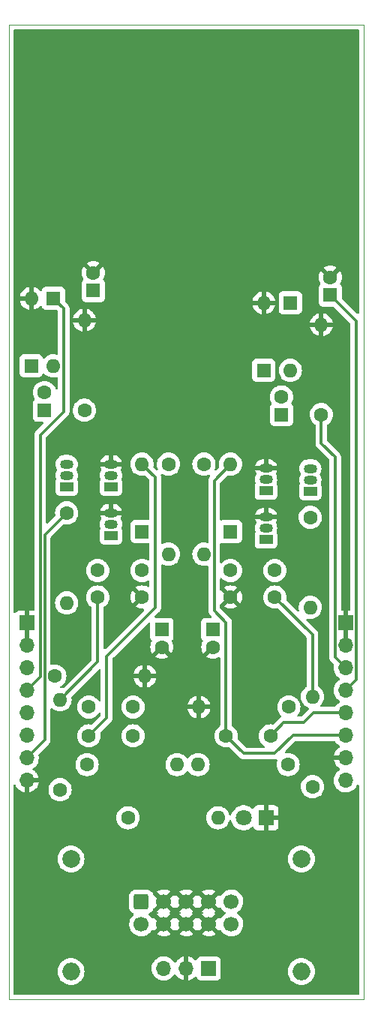
<source format=gbl>
G04 #@! TF.GenerationSoftware,KiCad,Pcbnew,(6.0.6)*
G04 #@! TF.CreationDate,2022-10-26T13:26:05+02:00*
G04 #@! TF.ProjectId,Snare+Hihat,536e6172-652b-4486-9968-61742e6b6963,rev?*
G04 #@! TF.SameCoordinates,Original*
G04 #@! TF.FileFunction,Copper,L2,Bot*
G04 #@! TF.FilePolarity,Positive*
%FSLAX46Y46*%
G04 Gerber Fmt 4.6, Leading zero omitted, Abs format (unit mm)*
G04 Created by KiCad (PCBNEW (6.0.6)) date 2022-10-26 13:26:05*
%MOMM*%
%LPD*%
G01*
G04 APERTURE LIST*
G04 Aperture macros list*
%AMRoundRect*
0 Rectangle with rounded corners*
0 $1 Rounding radius*
0 $2 $3 $4 $5 $6 $7 $8 $9 X,Y pos of 4 corners*
0 Add a 4 corners polygon primitive as box body*
4,1,4,$2,$3,$4,$5,$6,$7,$8,$9,$2,$3,0*
0 Add four circle primitives for the rounded corners*
1,1,$1+$1,$2,$3*
1,1,$1+$1,$4,$5*
1,1,$1+$1,$6,$7*
1,1,$1+$1,$8,$9*
0 Add four rect primitives between the rounded corners*
20,1,$1+$1,$2,$3,$4,$5,0*
20,1,$1+$1,$4,$5,$6,$7,0*
20,1,$1+$1,$6,$7,$8,$9,0*
20,1,$1+$1,$8,$9,$2,$3,0*%
G04 Aperture macros list end*
G04 #@! TA.AperFunction,Profile*
%ADD10C,0.050000*%
G04 #@! TD*
G04 #@! TA.AperFunction,ComponentPad*
%ADD11C,1.600000*%
G04 #@! TD*
G04 #@! TA.AperFunction,ComponentPad*
%ADD12R,1.600000X1.600000*%
G04 #@! TD*
G04 #@! TA.AperFunction,ComponentPad*
%ADD13O,1.600000X1.600000*%
G04 #@! TD*
G04 #@! TA.AperFunction,ComponentPad*
%ADD14R,1.700000X1.700000*%
G04 #@! TD*
G04 #@! TA.AperFunction,ComponentPad*
%ADD15O,1.700000X1.700000*%
G04 #@! TD*
G04 #@! TA.AperFunction,ComponentPad*
%ADD16R,1.500000X1.050000*%
G04 #@! TD*
G04 #@! TA.AperFunction,ComponentPad*
%ADD17O,1.500000X1.050000*%
G04 #@! TD*
G04 #@! TA.AperFunction,ComponentPad*
%ADD18R,1.800000X1.800000*%
G04 #@! TD*
G04 #@! TA.AperFunction,ComponentPad*
%ADD19C,1.800000*%
G04 #@! TD*
G04 #@! TA.AperFunction,ComponentPad*
%ADD20C,2.000000*%
G04 #@! TD*
G04 #@! TA.AperFunction,ComponentPad*
%ADD21O,2.000000X2.000000*%
G04 #@! TD*
G04 #@! TA.AperFunction,ComponentPad*
%ADD22RoundRect,0.250000X-0.600000X0.600000X-0.600000X-0.600000X0.600000X-0.600000X0.600000X0.600000X0*%
G04 #@! TD*
G04 #@! TA.AperFunction,ComponentPad*
%ADD23C,1.700000*%
G04 #@! TD*
G04 #@! TA.AperFunction,ViaPad*
%ADD24C,3.600000*%
G04 #@! TD*
G04 #@! TA.AperFunction,Conductor*
%ADD25C,0.300000*%
G04 #@! TD*
G04 APERTURE END LIST*
D10*
X69999999Y-31000000D02*
X70000000Y-141000000D01*
X30000000Y-31000000D02*
X30000000Y-141000000D01*
X30000000Y-31000000D02*
X69999999Y-31000000D01*
X30000000Y-141000000D02*
X70000000Y-141000000D01*
D11*
X55000000Y-92590000D03*
X60000000Y-92590000D03*
X55000000Y-95590000D03*
X60000000Y-95590000D03*
X54500000Y-111250000D03*
X59500000Y-111250000D03*
X45000000Y-92590000D03*
X40000000Y-92590000D03*
X45000000Y-95590000D03*
X40000000Y-95590000D03*
X39000000Y-111250000D03*
X44000000Y-111250000D03*
X44000000Y-108000000D03*
X39000000Y-108000000D03*
D12*
X58750000Y-70000000D03*
D13*
X58750000Y-62380000D03*
D12*
X61750000Y-62380000D03*
D13*
X61750000Y-70000000D03*
D12*
X55000000Y-88210000D03*
D13*
X55000000Y-80590000D03*
D12*
X32500000Y-69500000D03*
D13*
X32500000Y-61880000D03*
D12*
X35000000Y-61880000D03*
D13*
X35000000Y-69500000D03*
D14*
X68000000Y-98500000D03*
D15*
X68000000Y-101040000D03*
X68000000Y-103580000D03*
X68000000Y-106120000D03*
X68000000Y-108660000D03*
X68000000Y-111200000D03*
X68000000Y-113740000D03*
X68000000Y-116280000D03*
D14*
X32000000Y-98500000D03*
D15*
X32000000Y-101040000D03*
X32000000Y-103580000D03*
X32000000Y-106120000D03*
X32000000Y-108660000D03*
X32000000Y-111200000D03*
X32000000Y-113740000D03*
X32000000Y-116280000D03*
D16*
X64000000Y-83630000D03*
D17*
X64000000Y-82360000D03*
X64000000Y-81090000D03*
D16*
X59000000Y-83590000D03*
D17*
X59000000Y-82320000D03*
X59000000Y-81050000D03*
D16*
X59000000Y-89090000D03*
D17*
X59000000Y-87820000D03*
X59000000Y-86550000D03*
D16*
X36500000Y-83130000D03*
D17*
X36500000Y-81860000D03*
X36500000Y-80590000D03*
D16*
X41500000Y-83130000D03*
D17*
X41500000Y-81860000D03*
X41500000Y-80590000D03*
D16*
X41500000Y-88630000D03*
D17*
X41500000Y-87360000D03*
X41500000Y-86090000D03*
D11*
X65250000Y-75000000D03*
D13*
X65250000Y-64840000D03*
D11*
X64000000Y-86590000D03*
D13*
X64000000Y-96750000D03*
D11*
X52000000Y-80590000D03*
D13*
X52000000Y-90750000D03*
D11*
X64250000Y-117000000D03*
D13*
X64250000Y-106840000D03*
D11*
X43420000Y-120500000D03*
D13*
X53580000Y-120500000D03*
D11*
X61580000Y-108000000D03*
D13*
X51420000Y-108000000D03*
D11*
X38500000Y-74500000D03*
D13*
X38500000Y-64340000D03*
D11*
X36500000Y-86090000D03*
D13*
X36500000Y-96250000D03*
D11*
X48000000Y-80590000D03*
D13*
X48000000Y-90750000D03*
D11*
X35750000Y-117330000D03*
D13*
X35750000Y-107170000D03*
D11*
X35170000Y-104500000D03*
D13*
X45330000Y-104500000D03*
D12*
X45000000Y-88210000D03*
D13*
X45000000Y-80590000D03*
D11*
X38800000Y-114500000D03*
D13*
X48960000Y-114500000D03*
D11*
X61500000Y-114500000D03*
D13*
X51340000Y-114500000D03*
D14*
X52525000Y-137500000D03*
D15*
X49985000Y-137500000D03*
X47445000Y-137500000D03*
D12*
X60750000Y-75000000D03*
D11*
X60750000Y-73000000D03*
D12*
X66250000Y-61500000D03*
D11*
X66250000Y-59500000D03*
D12*
X39500000Y-61000000D03*
D11*
X39500000Y-59000000D03*
D18*
X59000000Y-120500000D03*
D19*
X56460000Y-120500000D03*
D20*
X63000000Y-125150000D03*
D21*
X63000000Y-137850000D03*
D20*
X37000000Y-125150000D03*
D21*
X37000000Y-137850000D03*
D22*
X44920000Y-129960000D03*
D23*
X44920000Y-132500000D03*
X47460000Y-129960000D03*
X47460000Y-132500000D03*
X50000000Y-129960000D03*
X50000000Y-132500000D03*
X52540000Y-129960000D03*
X52540000Y-132500000D03*
X55080000Y-129960000D03*
X55080000Y-132500000D03*
D12*
X34000000Y-74500000D03*
D11*
X34000000Y-72500000D03*
D12*
X47250000Y-99250000D03*
D11*
X47250000Y-101250000D03*
D12*
X53000000Y-99250000D03*
D11*
X53000000Y-101250000D03*
D24*
X50000000Y-45500000D03*
D25*
X66800489Y-79800489D02*
X65250000Y-78250000D01*
X66800489Y-102380489D02*
X66800489Y-79800489D01*
X65250000Y-78250000D02*
X65250000Y-75000000D01*
X68000000Y-103580000D02*
X66800489Y-102380489D01*
X69199511Y-104920489D02*
X68000000Y-106120000D01*
X69199511Y-64449511D02*
X69199511Y-104920489D01*
X66250000Y-61500000D02*
X69199511Y-64449511D01*
X64250000Y-99840000D02*
X60000000Y-95590000D01*
X64250000Y-106840000D02*
X64250000Y-99840000D01*
X54500000Y-98450978D02*
X53149511Y-97100489D01*
X62050000Y-111200000D02*
X60000000Y-113250000D01*
X53149511Y-82440489D02*
X55000000Y-80590000D01*
X53149511Y-97100489D02*
X53149511Y-82440489D01*
X68000000Y-111200000D02*
X62050000Y-111200000D01*
X60000000Y-113250000D02*
X56500000Y-113250000D01*
X54500000Y-111250000D02*
X54500000Y-98450978D01*
X56500000Y-113250000D02*
X54500000Y-111250000D01*
X34020489Y-111719511D02*
X32000000Y-113740000D01*
X34020489Y-88569511D02*
X34020489Y-111719511D01*
X36500000Y-86090000D02*
X34020489Y-88569511D01*
X33520969Y-104599031D02*
X33520969Y-77278053D01*
X33520969Y-77278053D02*
X36149511Y-74649511D01*
X36149511Y-74649511D02*
X36149511Y-63029511D01*
X36149511Y-63029511D02*
X35000000Y-61880000D01*
X32000000Y-106120000D02*
X33520969Y-104599031D01*
X40000000Y-95590000D02*
X40000000Y-102920000D01*
X40000000Y-102920000D02*
X35750000Y-107170000D01*
X45000000Y-80590000D02*
X46500000Y-82090000D01*
X41000000Y-102250000D02*
X41000000Y-109250000D01*
X46500000Y-96750000D02*
X41000000Y-102250000D01*
X46500000Y-82090000D02*
X46500000Y-96750000D01*
X41000000Y-109250000D02*
X39000000Y-111250000D01*
X63250000Y-109750000D02*
X61000000Y-109750000D01*
X61000000Y-109750000D02*
X59500000Y-111250000D01*
X64340000Y-108660000D02*
X63250000Y-109750000D01*
X68000000Y-108660000D02*
X64340000Y-108660000D01*
G04 #@! TA.AperFunction,Conductor*
G36*
X69433620Y-31528502D02*
G01*
X69480113Y-31582158D01*
X69491499Y-31634500D01*
X69491499Y-63506050D01*
X69471497Y-63574171D01*
X69417841Y-63620664D01*
X69347567Y-63630768D01*
X69282987Y-63601274D01*
X69276404Y-63595145D01*
X68515313Y-62834053D01*
X67595405Y-61914145D01*
X67561379Y-61851833D01*
X67558500Y-61825050D01*
X67558500Y-60651866D01*
X67551745Y-60589684D01*
X67500615Y-60453295D01*
X67466292Y-60407498D01*
X67418645Y-60343922D01*
X67418642Y-60343919D01*
X67413261Y-60336739D01*
X67406081Y-60331358D01*
X67399730Y-60325007D01*
X67401872Y-60322865D01*
X67368436Y-60278154D01*
X67363406Y-60207336D01*
X67381523Y-60165965D01*
X67381182Y-60165768D01*
X67382952Y-60162702D01*
X67383299Y-60161910D01*
X67383929Y-60161011D01*
X67389414Y-60151511D01*
X67481490Y-59954053D01*
X67485236Y-59943761D01*
X67541625Y-59733312D01*
X67543528Y-59722519D01*
X67562517Y-59505475D01*
X67562517Y-59494525D01*
X67543528Y-59277481D01*
X67541625Y-59266688D01*
X67485236Y-59056239D01*
X67481490Y-59045947D01*
X67389414Y-58848489D01*
X67383931Y-58838994D01*
X67347491Y-58786952D01*
X67337012Y-58778576D01*
X67323566Y-58785644D01*
X66339095Y-59770115D01*
X66276783Y-59804141D01*
X66205968Y-59799076D01*
X66160905Y-59770115D01*
X65175713Y-58784923D01*
X65163938Y-58778493D01*
X65151923Y-58787789D01*
X65116069Y-58838994D01*
X65110586Y-58848489D01*
X65018510Y-59045947D01*
X65014764Y-59056239D01*
X64958375Y-59266688D01*
X64956472Y-59277481D01*
X64937483Y-59494525D01*
X64937483Y-59505475D01*
X64956472Y-59722519D01*
X64958375Y-59733312D01*
X65014764Y-59943761D01*
X65018510Y-59954053D01*
X65110586Y-60151511D01*
X65116071Y-60161011D01*
X65116701Y-60161910D01*
X65116856Y-60162370D01*
X65118818Y-60165768D01*
X65118135Y-60166162D01*
X65139388Y-60229184D01*
X65122102Y-60298044D01*
X65099066Y-60323803D01*
X65100270Y-60325007D01*
X65093919Y-60331358D01*
X65086739Y-60336739D01*
X65081358Y-60343919D01*
X65081355Y-60343922D01*
X65033708Y-60407498D01*
X64999385Y-60453295D01*
X64948255Y-60589684D01*
X64941500Y-60651866D01*
X64941500Y-62348134D01*
X64948255Y-62410316D01*
X64999385Y-62546705D01*
X65086739Y-62663261D01*
X65203295Y-62750615D01*
X65339684Y-62801745D01*
X65401866Y-62808500D01*
X66575050Y-62808500D01*
X66643171Y-62828502D01*
X66664145Y-62845405D01*
X68504106Y-64685365D01*
X68538131Y-64747677D01*
X68541011Y-64774460D01*
X68541011Y-97016000D01*
X68521009Y-97084121D01*
X68467353Y-97130614D01*
X68415011Y-97142000D01*
X68272115Y-97142000D01*
X68256876Y-97146475D01*
X68255671Y-97147865D01*
X68254000Y-97155548D01*
X68254000Y-101168000D01*
X68233998Y-101236121D01*
X68180342Y-101282614D01*
X68128000Y-101294000D01*
X67872000Y-101294000D01*
X67803879Y-101273998D01*
X67757386Y-101220342D01*
X67746000Y-101168000D01*
X67746000Y-97160116D01*
X67741525Y-97144877D01*
X67740135Y-97143672D01*
X67732452Y-97142001D01*
X67584989Y-97142001D01*
X67516868Y-97121999D01*
X67470375Y-97068343D01*
X67458989Y-97016001D01*
X67458989Y-79882549D01*
X67459548Y-79870692D01*
X67461278Y-79862952D01*
X67459051Y-79792088D01*
X67458989Y-79788130D01*
X67458989Y-79759057D01*
X67458436Y-79754678D01*
X67457503Y-79742835D01*
X67457336Y-79737501D01*
X67456052Y-79696658D01*
X67450068Y-79676060D01*
X67446060Y-79656707D01*
X67445621Y-79653232D01*
X67443371Y-79635425D01*
X67426364Y-79592471D01*
X67422518Y-79581236D01*
X67411847Y-79544505D01*
X67411846Y-79544502D01*
X67409634Y-79536889D01*
X67398714Y-79518424D01*
X67390023Y-79500684D01*
X67382124Y-79480733D01*
X67354971Y-79443360D01*
X67348456Y-79433441D01*
X67328982Y-79400512D01*
X67328979Y-79400508D01*
X67324942Y-79393682D01*
X67309778Y-79378518D01*
X67296937Y-79363484D01*
X67288990Y-79352546D01*
X67284330Y-79346132D01*
X67248736Y-79316686D01*
X67239957Y-79308697D01*
X65945405Y-78014145D01*
X65911379Y-77951833D01*
X65908500Y-77925050D01*
X65908500Y-76201888D01*
X65928502Y-76133767D01*
X65962228Y-76098676D01*
X66078856Y-76017012D01*
X66089789Y-76009357D01*
X66089792Y-76009355D01*
X66094300Y-76006198D01*
X66256198Y-75844300D01*
X66285996Y-75801745D01*
X66384366Y-75661257D01*
X66387523Y-75656749D01*
X66389846Y-75651767D01*
X66389849Y-75651762D01*
X66481961Y-75454225D01*
X66481961Y-75454224D01*
X66484284Y-75449243D01*
X66511360Y-75348197D01*
X66542119Y-75233402D01*
X66542119Y-75233400D01*
X66543543Y-75228087D01*
X66563498Y-75000000D01*
X66543543Y-74771913D01*
X66542119Y-74766598D01*
X66485707Y-74556067D01*
X66485706Y-74556065D01*
X66484284Y-74550757D01*
X66458063Y-74494525D01*
X66389849Y-74348238D01*
X66389846Y-74348233D01*
X66387523Y-74343251D01*
X66256198Y-74155700D01*
X66094300Y-73993802D01*
X66089792Y-73990645D01*
X66089789Y-73990643D01*
X66011611Y-73935902D01*
X65906749Y-73862477D01*
X65901767Y-73860154D01*
X65901762Y-73860151D01*
X65704225Y-73768039D01*
X65704224Y-73768039D01*
X65699243Y-73765716D01*
X65693935Y-73764294D01*
X65693933Y-73764293D01*
X65483402Y-73707881D01*
X65483400Y-73707881D01*
X65478087Y-73706457D01*
X65250000Y-73686502D01*
X65021913Y-73706457D01*
X65016600Y-73707881D01*
X65016598Y-73707881D01*
X64806067Y-73764293D01*
X64806065Y-73764294D01*
X64800757Y-73765716D01*
X64795776Y-73768039D01*
X64795775Y-73768039D01*
X64598238Y-73860151D01*
X64598233Y-73860154D01*
X64593251Y-73862477D01*
X64488389Y-73935902D01*
X64410211Y-73990643D01*
X64410208Y-73990645D01*
X64405700Y-73993802D01*
X64243802Y-74155700D01*
X64112477Y-74343251D01*
X64110154Y-74348233D01*
X64110151Y-74348238D01*
X64041937Y-74494525D01*
X64015716Y-74550757D01*
X64014294Y-74556065D01*
X64014293Y-74556067D01*
X63957881Y-74766598D01*
X63956457Y-74771913D01*
X63936502Y-75000000D01*
X63956457Y-75228087D01*
X63957881Y-75233400D01*
X63957881Y-75233402D01*
X63988641Y-75348197D01*
X64015716Y-75449243D01*
X64018039Y-75454224D01*
X64018039Y-75454225D01*
X64110151Y-75651762D01*
X64110154Y-75651767D01*
X64112477Y-75656749D01*
X64115634Y-75661257D01*
X64214005Y-75801745D01*
X64243802Y-75844300D01*
X64405700Y-76006198D01*
X64410208Y-76009355D01*
X64410211Y-76009357D01*
X64421144Y-76017012D01*
X64537772Y-76098676D01*
X64582099Y-76154132D01*
X64591500Y-76201888D01*
X64591500Y-78167944D01*
X64590941Y-78179800D01*
X64589212Y-78187537D01*
X64589461Y-78195459D01*
X64591438Y-78258369D01*
X64591500Y-78262327D01*
X64591500Y-78291432D01*
X64592056Y-78295832D01*
X64592988Y-78307664D01*
X64594438Y-78353831D01*
X64596650Y-78361444D01*
X64596650Y-78361445D01*
X64600419Y-78374416D01*
X64604430Y-78393782D01*
X64607118Y-78415064D01*
X64610034Y-78422429D01*
X64610035Y-78422433D01*
X64624126Y-78458021D01*
X64627965Y-78469231D01*
X64640855Y-78513600D01*
X64651775Y-78532065D01*
X64660466Y-78549805D01*
X64668365Y-78569756D01*
X64695516Y-78607126D01*
X64702033Y-78617048D01*
X64721507Y-78649977D01*
X64721510Y-78649981D01*
X64725547Y-78656807D01*
X64740711Y-78671971D01*
X64753551Y-78687004D01*
X64766159Y-78704357D01*
X64801752Y-78733802D01*
X64810532Y-78741792D01*
X66105084Y-80036344D01*
X66139110Y-80098656D01*
X66141989Y-80125439D01*
X66141989Y-102298433D01*
X66141430Y-102310289D01*
X66139701Y-102318026D01*
X66139950Y-102325948D01*
X66141927Y-102388858D01*
X66141989Y-102392816D01*
X66141989Y-102421921D01*
X66142545Y-102426321D01*
X66143477Y-102438153D01*
X66144927Y-102484320D01*
X66148891Y-102497962D01*
X66150908Y-102504905D01*
X66154919Y-102524271D01*
X66157607Y-102545553D01*
X66160523Y-102552918D01*
X66160524Y-102552922D01*
X66174615Y-102588510D01*
X66178454Y-102599720D01*
X66191344Y-102644089D01*
X66202264Y-102662554D01*
X66210955Y-102680294D01*
X66218854Y-102700245D01*
X66232045Y-102718401D01*
X66246005Y-102737615D01*
X66252522Y-102747537D01*
X66271996Y-102780466D01*
X66271999Y-102780470D01*
X66276036Y-102787296D01*
X66291200Y-102802460D01*
X66304040Y-102817493D01*
X66316648Y-102834846D01*
X66352241Y-102864291D01*
X66361021Y-102872281D01*
X66642101Y-103153361D01*
X66676127Y-103215673D01*
X66674424Y-103276125D01*
X66660989Y-103324570D01*
X66637251Y-103546695D01*
X66637548Y-103551848D01*
X66637548Y-103551851D01*
X66647523Y-103724855D01*
X66650110Y-103769715D01*
X66651247Y-103774761D01*
X66651248Y-103774767D01*
X66666682Y-103843251D01*
X66699222Y-103987639D01*
X66742831Y-104095035D01*
X66770492Y-104163156D01*
X66783266Y-104194616D01*
X66899987Y-104385088D01*
X67046250Y-104553938D01*
X67218126Y-104696632D01*
X67262577Y-104722607D01*
X67291445Y-104739476D01*
X67340169Y-104791114D01*
X67353240Y-104860897D01*
X67326509Y-104926669D01*
X67286055Y-104960027D01*
X67273607Y-104966507D01*
X67269474Y-104969610D01*
X67269471Y-104969612D01*
X67099100Y-105097530D01*
X67094965Y-105100635D01*
X66940629Y-105262138D01*
X66937715Y-105266410D01*
X66937714Y-105266411D01*
X66852556Y-105391249D01*
X66814743Y-105446680D01*
X66773413Y-105535718D01*
X66725884Y-105638112D01*
X66720688Y-105649305D01*
X66660989Y-105864570D01*
X66637251Y-106086695D01*
X66637548Y-106091848D01*
X66637548Y-106091851D01*
X66649812Y-106304547D01*
X66650110Y-106309715D01*
X66651247Y-106314761D01*
X66651248Y-106314767D01*
X66672275Y-106408069D01*
X66699222Y-106527639D01*
X66733442Y-106611913D01*
X66770492Y-106703156D01*
X66783266Y-106734616D01*
X66899987Y-106925088D01*
X67046250Y-107093938D01*
X67218126Y-107236632D01*
X67288595Y-107277811D01*
X67291445Y-107279476D01*
X67340169Y-107331114D01*
X67353240Y-107400897D01*
X67326509Y-107466669D01*
X67286055Y-107500027D01*
X67273607Y-107506507D01*
X67269474Y-107509610D01*
X67269471Y-107509612D01*
X67116821Y-107624225D01*
X67094965Y-107640635D01*
X67091393Y-107644373D01*
X66999881Y-107740135D01*
X66940629Y-107802138D01*
X66937715Y-107806410D01*
X66937714Y-107806411D01*
X66842149Y-107946504D01*
X66787238Y-107991507D01*
X66738061Y-108001500D01*
X65243188Y-108001500D01*
X65175067Y-107981498D01*
X65128574Y-107927842D01*
X65118470Y-107857568D01*
X65147964Y-107792988D01*
X65154093Y-107786405D01*
X65256198Y-107684300D01*
X65387523Y-107496749D01*
X65389846Y-107491767D01*
X65389849Y-107491762D01*
X65481961Y-107294225D01*
X65481961Y-107294224D01*
X65484284Y-107289243D01*
X65535732Y-107097240D01*
X65542119Y-107073402D01*
X65542119Y-107073400D01*
X65543543Y-107068087D01*
X65563498Y-106840000D01*
X65543543Y-106611913D01*
X65541395Y-106603897D01*
X65485707Y-106396067D01*
X65485706Y-106396065D01*
X65484284Y-106390757D01*
X65399737Y-106209444D01*
X65389849Y-106188238D01*
X65389846Y-106188233D01*
X65387523Y-106183251D01*
X65256198Y-105995700D01*
X65094300Y-105833802D01*
X65089792Y-105830645D01*
X65089789Y-105830643D01*
X65031685Y-105789958D01*
X64962228Y-105741324D01*
X64917901Y-105685868D01*
X64908500Y-105638112D01*
X64908500Y-99922059D01*
X64909059Y-99910203D01*
X64910789Y-99902463D01*
X64908562Y-99831611D01*
X64908500Y-99827653D01*
X64908500Y-99798568D01*
X64907946Y-99794179D01*
X64907013Y-99782337D01*
X64905811Y-99744094D01*
X64905562Y-99736169D01*
X64899580Y-99715579D01*
X64895570Y-99696216D01*
X64893875Y-99682796D01*
X64893875Y-99682795D01*
X64892882Y-99674936D01*
X64889966Y-99667571D01*
X64889965Y-99667567D01*
X64875874Y-99631979D01*
X64872035Y-99620769D01*
X64859145Y-99576400D01*
X64848225Y-99557935D01*
X64839534Y-99540195D01*
X64831635Y-99520244D01*
X64804482Y-99482871D01*
X64797967Y-99472952D01*
X64778493Y-99440023D01*
X64778490Y-99440019D01*
X64774453Y-99433193D01*
X64759289Y-99418029D01*
X64746448Y-99402995D01*
X64738501Y-99392057D01*
X64733841Y-99385643D01*
X64698247Y-99356197D01*
X64689468Y-99348208D01*
X63575619Y-98234359D01*
X63541593Y-98172047D01*
X63546658Y-98101232D01*
X63589205Y-98044396D01*
X63655725Y-98019585D01*
X63697324Y-98023557D01*
X63771913Y-98043543D01*
X64000000Y-98063498D01*
X64228087Y-98043543D01*
X64233400Y-98042119D01*
X64233402Y-98042119D01*
X64443933Y-97985707D01*
X64443935Y-97985706D01*
X64449243Y-97984284D01*
X64454225Y-97981961D01*
X64651762Y-97889849D01*
X64651767Y-97889846D01*
X64656749Y-97887523D01*
X64797858Y-97788717D01*
X64839789Y-97759357D01*
X64839792Y-97759355D01*
X64844300Y-97756198D01*
X65006198Y-97594300D01*
X65013207Y-97584291D01*
X65084859Y-97481961D01*
X65137523Y-97406749D01*
X65139846Y-97401767D01*
X65139849Y-97401762D01*
X65231961Y-97204225D01*
X65231961Y-97204224D01*
X65234284Y-97199243D01*
X65238583Y-97183201D01*
X65292119Y-96983402D01*
X65292120Y-96983399D01*
X65293543Y-96978087D01*
X65313498Y-96750000D01*
X65293543Y-96521913D01*
X65281573Y-96477240D01*
X65235707Y-96306067D01*
X65235706Y-96306065D01*
X65234284Y-96300757D01*
X65208063Y-96244525D01*
X65139849Y-96098238D01*
X65139846Y-96098233D01*
X65137523Y-96093251D01*
X65006198Y-95905700D01*
X64844300Y-95743802D01*
X64839792Y-95740645D01*
X64839789Y-95740643D01*
X64751889Y-95679095D01*
X64656749Y-95612477D01*
X64651767Y-95610154D01*
X64651762Y-95610151D01*
X64454225Y-95518039D01*
X64454224Y-95518039D01*
X64449243Y-95515716D01*
X64443935Y-95514294D01*
X64443933Y-95514293D01*
X64233402Y-95457881D01*
X64233400Y-95457881D01*
X64228087Y-95456457D01*
X64000000Y-95436502D01*
X63771913Y-95456457D01*
X63766600Y-95457881D01*
X63766598Y-95457881D01*
X63556067Y-95514293D01*
X63556065Y-95514294D01*
X63550757Y-95515716D01*
X63545776Y-95518039D01*
X63545775Y-95518039D01*
X63348238Y-95610151D01*
X63348233Y-95610154D01*
X63343251Y-95612477D01*
X63248111Y-95679095D01*
X63160211Y-95740643D01*
X63160208Y-95740645D01*
X63155700Y-95743802D01*
X62993802Y-95905700D01*
X62862477Y-96093251D01*
X62860154Y-96098233D01*
X62860151Y-96098238D01*
X62791937Y-96244525D01*
X62765716Y-96300757D01*
X62764294Y-96306065D01*
X62764293Y-96306067D01*
X62718427Y-96477240D01*
X62706457Y-96521913D01*
X62686502Y-96750000D01*
X62706457Y-96978087D01*
X62726443Y-97052674D01*
X62724753Y-97123651D01*
X62684959Y-97182447D01*
X62619695Y-97210395D01*
X62549681Y-97198622D01*
X62515641Y-97174381D01*
X61316624Y-95975364D01*
X61282598Y-95913052D01*
X61284012Y-95853659D01*
X61292118Y-95823405D01*
X61292119Y-95823402D01*
X61293543Y-95818087D01*
X61313498Y-95590000D01*
X61293543Y-95361913D01*
X61256981Y-95225461D01*
X61235707Y-95146067D01*
X61235706Y-95146065D01*
X61234284Y-95140757D01*
X61175977Y-95015716D01*
X61139849Y-94938238D01*
X61139846Y-94938233D01*
X61137523Y-94933251D01*
X61006198Y-94745700D01*
X60844300Y-94583802D01*
X60839792Y-94580645D01*
X60839789Y-94580643D01*
X60713920Y-94492509D01*
X60656749Y-94452477D01*
X60651767Y-94450154D01*
X60651762Y-94450151D01*
X60454225Y-94358039D01*
X60454224Y-94358039D01*
X60449243Y-94355716D01*
X60443935Y-94354294D01*
X60443933Y-94354293D01*
X60233402Y-94297881D01*
X60233400Y-94297881D01*
X60228087Y-94296457D01*
X60000000Y-94276502D01*
X59771913Y-94296457D01*
X59766600Y-94297881D01*
X59766598Y-94297881D01*
X59556067Y-94354293D01*
X59556065Y-94354294D01*
X59550757Y-94355716D01*
X59545776Y-94358039D01*
X59545775Y-94358039D01*
X59348238Y-94450151D01*
X59348233Y-94450154D01*
X59343251Y-94452477D01*
X59286080Y-94492509D01*
X59160211Y-94580643D01*
X59160208Y-94580645D01*
X59155700Y-94583802D01*
X58993802Y-94745700D01*
X58862477Y-94933251D01*
X58860154Y-94938233D01*
X58860151Y-94938238D01*
X58824023Y-95015716D01*
X58765716Y-95140757D01*
X58764294Y-95146065D01*
X58764293Y-95146067D01*
X58743019Y-95225461D01*
X58706457Y-95361913D01*
X58686502Y-95590000D01*
X58706457Y-95818087D01*
X58707881Y-95823400D01*
X58707881Y-95823402D01*
X58748600Y-95975364D01*
X58765716Y-96039243D01*
X58768039Y-96044224D01*
X58768039Y-96044225D01*
X58860151Y-96241762D01*
X58860154Y-96241767D01*
X58862477Y-96246749D01*
X58993802Y-96434300D01*
X59155700Y-96596198D01*
X59160208Y-96599355D01*
X59160211Y-96599357D01*
X59238389Y-96654098D01*
X59343251Y-96727523D01*
X59348233Y-96729846D01*
X59348238Y-96729849D01*
X59502591Y-96801824D01*
X59550757Y-96824284D01*
X59556065Y-96825706D01*
X59556067Y-96825707D01*
X59766598Y-96882119D01*
X59766600Y-96882119D01*
X59771913Y-96883543D01*
X60000000Y-96903498D01*
X60228087Y-96883543D01*
X60235766Y-96881485D01*
X60263659Y-96874012D01*
X60334635Y-96875702D01*
X60385364Y-96906624D01*
X63554595Y-100075855D01*
X63588621Y-100138167D01*
X63591500Y-100164950D01*
X63591500Y-105638112D01*
X63571498Y-105706233D01*
X63537772Y-105741324D01*
X63468315Y-105789958D01*
X63410211Y-105830643D01*
X63410208Y-105830645D01*
X63405700Y-105833802D01*
X63243802Y-105995700D01*
X63112477Y-106183251D01*
X63110154Y-106188233D01*
X63110151Y-106188238D01*
X63100263Y-106209444D01*
X63015716Y-106390757D01*
X63014294Y-106396065D01*
X63014293Y-106396067D01*
X62958605Y-106603897D01*
X62956457Y-106611913D01*
X62936502Y-106840000D01*
X62956457Y-107068087D01*
X62957881Y-107073400D01*
X62957881Y-107073402D01*
X62964269Y-107097240D01*
X63015716Y-107289243D01*
X63018039Y-107294224D01*
X63018039Y-107294225D01*
X63110151Y-107491762D01*
X63110154Y-107491767D01*
X63112477Y-107496749D01*
X63243802Y-107684300D01*
X63405700Y-107846198D01*
X63410208Y-107849355D01*
X63410211Y-107849357D01*
X63421938Y-107857568D01*
X63593251Y-107977523D01*
X63598233Y-107979846D01*
X63598238Y-107979849D01*
X63769770Y-108059835D01*
X63823055Y-108106752D01*
X63842516Y-108175029D01*
X63821974Y-108242989D01*
X63805615Y-108263125D01*
X63014145Y-109054595D01*
X62951833Y-109088621D01*
X62925050Y-109091500D01*
X62643188Y-109091500D01*
X62575067Y-109071498D01*
X62528574Y-109017842D01*
X62518470Y-108947568D01*
X62547964Y-108882988D01*
X62554093Y-108876405D01*
X62586198Y-108844300D01*
X62717523Y-108656749D01*
X62719846Y-108651767D01*
X62719849Y-108651762D01*
X62811961Y-108454225D01*
X62811961Y-108454224D01*
X62814284Y-108449243D01*
X62862970Y-108267548D01*
X62872119Y-108233402D01*
X62872119Y-108233400D01*
X62873543Y-108228087D01*
X62893498Y-108000000D01*
X62873543Y-107771913D01*
X62863244Y-107733478D01*
X62815707Y-107556067D01*
X62815706Y-107556065D01*
X62814284Y-107550757D01*
X62791202Y-107501257D01*
X62719849Y-107348238D01*
X62719846Y-107348233D01*
X62717523Y-107343251D01*
X62596211Y-107170000D01*
X62589357Y-107160211D01*
X62589355Y-107160208D01*
X62586198Y-107155700D01*
X62424300Y-106993802D01*
X62419792Y-106990645D01*
X62419789Y-106990643D01*
X62331739Y-106928990D01*
X62236749Y-106862477D01*
X62231767Y-106860154D01*
X62231762Y-106860151D01*
X62034225Y-106768039D01*
X62034224Y-106768039D01*
X62029243Y-106765716D01*
X62023935Y-106764294D01*
X62023933Y-106764293D01*
X61813402Y-106707881D01*
X61813400Y-106707881D01*
X61808087Y-106706457D01*
X61580000Y-106686502D01*
X61351913Y-106706457D01*
X61346600Y-106707881D01*
X61346598Y-106707881D01*
X61136067Y-106764293D01*
X61136065Y-106764294D01*
X61130757Y-106765716D01*
X61125776Y-106768039D01*
X61125775Y-106768039D01*
X60928238Y-106860151D01*
X60928233Y-106860154D01*
X60923251Y-106862477D01*
X60828261Y-106928990D01*
X60740211Y-106990643D01*
X60740208Y-106990645D01*
X60735700Y-106993802D01*
X60573802Y-107155700D01*
X60570645Y-107160208D01*
X60570643Y-107160211D01*
X60563789Y-107170000D01*
X60442477Y-107343251D01*
X60440154Y-107348233D01*
X60440151Y-107348238D01*
X60368798Y-107501257D01*
X60345716Y-107550757D01*
X60344294Y-107556065D01*
X60344293Y-107556067D01*
X60296756Y-107733478D01*
X60286457Y-107771913D01*
X60266502Y-108000000D01*
X60286457Y-108228087D01*
X60287881Y-108233400D01*
X60287881Y-108233402D01*
X60297031Y-108267548D01*
X60345716Y-108449243D01*
X60348039Y-108454224D01*
X60348039Y-108454225D01*
X60440151Y-108651762D01*
X60440154Y-108651767D01*
X60442477Y-108656749D01*
X60573802Y-108844300D01*
X60702736Y-108973234D01*
X60736762Y-109035546D01*
X60731697Y-109106361D01*
X60689150Y-109163197D01*
X60682550Y-109167452D01*
X60680244Y-109168365D01*
X60671064Y-109175035D01*
X60642864Y-109195523D01*
X60632946Y-109202038D01*
X60593193Y-109225548D01*
X60578032Y-109240709D01*
X60563000Y-109253548D01*
X60545643Y-109266159D01*
X60540593Y-109272263D01*
X60540591Y-109272265D01*
X60516188Y-109301763D01*
X60508199Y-109310541D01*
X59885364Y-109933376D01*
X59823052Y-109967402D01*
X59763659Y-109965988D01*
X59733405Y-109957882D01*
X59728087Y-109956457D01*
X59500000Y-109936502D01*
X59271913Y-109956457D01*
X59266600Y-109957881D01*
X59266598Y-109957881D01*
X59056067Y-110014293D01*
X59056065Y-110014294D01*
X59050757Y-110015716D01*
X59045776Y-110018039D01*
X59045775Y-110018039D01*
X58848238Y-110110151D01*
X58848233Y-110110154D01*
X58843251Y-110112477D01*
X58750346Y-110177530D01*
X58660211Y-110240643D01*
X58660208Y-110240645D01*
X58655700Y-110243802D01*
X58493802Y-110405700D01*
X58490645Y-110410208D01*
X58490643Y-110410211D01*
X58446936Y-110472632D01*
X58362477Y-110593251D01*
X58360154Y-110598233D01*
X58360151Y-110598238D01*
X58299034Y-110729305D01*
X58265716Y-110800757D01*
X58264294Y-110806065D01*
X58264293Y-110806067D01*
X58215988Y-110986343D01*
X58206457Y-111021913D01*
X58186502Y-111250000D01*
X58206457Y-111478087D01*
X58207881Y-111483400D01*
X58207881Y-111483402D01*
X58257490Y-111668542D01*
X58265716Y-111699243D01*
X58268039Y-111704224D01*
X58268039Y-111704225D01*
X58360151Y-111901762D01*
X58360154Y-111901767D01*
X58362477Y-111906749D01*
X58365634Y-111911257D01*
X58472336Y-112063643D01*
X58493802Y-112094300D01*
X58655700Y-112256198D01*
X58660208Y-112259355D01*
X58660211Y-112259357D01*
X58807210Y-112362287D01*
X58851538Y-112417744D01*
X58858847Y-112488364D01*
X58826816Y-112551724D01*
X58765615Y-112587709D01*
X58734939Y-112591500D01*
X56824950Y-112591500D01*
X56756829Y-112571498D01*
X56735855Y-112554595D01*
X55816624Y-111635364D01*
X55782598Y-111573052D01*
X55784012Y-111513659D01*
X55792118Y-111483405D01*
X55792119Y-111483402D01*
X55793543Y-111478087D01*
X55813498Y-111250000D01*
X55793543Y-111021913D01*
X55784012Y-110986343D01*
X55735707Y-110806067D01*
X55735706Y-110806065D01*
X55734284Y-110800757D01*
X55700966Y-110729305D01*
X55639849Y-110598238D01*
X55639846Y-110598233D01*
X55637523Y-110593251D01*
X55553064Y-110472632D01*
X55509357Y-110410211D01*
X55509355Y-110410208D01*
X55506198Y-110405700D01*
X55344300Y-110243802D01*
X55339792Y-110240645D01*
X55339789Y-110240643D01*
X55249654Y-110177530D01*
X55212228Y-110151324D01*
X55167901Y-110095868D01*
X55158500Y-110048112D01*
X55158500Y-98533037D01*
X55159059Y-98521181D01*
X55160789Y-98513441D01*
X55158562Y-98442589D01*
X55158500Y-98438631D01*
X55158500Y-98409546D01*
X55157946Y-98405157D01*
X55157013Y-98393315D01*
X55155811Y-98355072D01*
X55155562Y-98347147D01*
X55149580Y-98326557D01*
X55145570Y-98307194D01*
X55143875Y-98293774D01*
X55143875Y-98293773D01*
X55142882Y-98285914D01*
X55139966Y-98278549D01*
X55139965Y-98278545D01*
X55125874Y-98242957D01*
X55122035Y-98231747D01*
X55109145Y-98187378D01*
X55098225Y-98168913D01*
X55089534Y-98151173D01*
X55081635Y-98131222D01*
X55054482Y-98093849D01*
X55047967Y-98083930D01*
X55028493Y-98051001D01*
X55028490Y-98050997D01*
X55024453Y-98044171D01*
X55009289Y-98029007D01*
X54996448Y-98013973D01*
X54988501Y-98003035D01*
X54983841Y-97996621D01*
X54948247Y-97967175D01*
X54939468Y-97959186D01*
X53844916Y-96864634D01*
X53810890Y-96802322D01*
X53808011Y-96775539D01*
X53808011Y-96676062D01*
X54278493Y-96676062D01*
X54287789Y-96688077D01*
X54338994Y-96723931D01*
X54348489Y-96729414D01*
X54545947Y-96821490D01*
X54556239Y-96825236D01*
X54766688Y-96881625D01*
X54777481Y-96883528D01*
X54994525Y-96902517D01*
X55005475Y-96902517D01*
X55222519Y-96883528D01*
X55233312Y-96881625D01*
X55443761Y-96825236D01*
X55454053Y-96821490D01*
X55651511Y-96729414D01*
X55661006Y-96723931D01*
X55713048Y-96687491D01*
X55721424Y-96677012D01*
X55714356Y-96663566D01*
X55012812Y-95962022D01*
X54998868Y-95954408D01*
X54997035Y-95954539D01*
X54990420Y-95958790D01*
X54284923Y-96664287D01*
X54278493Y-96676062D01*
X53808011Y-96676062D01*
X53808011Y-96441615D01*
X53828013Y-96373494D01*
X53877379Y-96330718D01*
X53877141Y-96330266D01*
X53879073Y-96329251D01*
X53881669Y-96327001D01*
X53884116Y-96326600D01*
X53926434Y-96304356D01*
X54627978Y-95602812D01*
X54634356Y-95591132D01*
X55364408Y-95591132D01*
X55364539Y-95592965D01*
X55368790Y-95599580D01*
X56074287Y-96305077D01*
X56086062Y-96311507D01*
X56098077Y-96302211D01*
X56133931Y-96251006D01*
X56139414Y-96241511D01*
X56231490Y-96044053D01*
X56235236Y-96033761D01*
X56291625Y-95823312D01*
X56293528Y-95812519D01*
X56312517Y-95595475D01*
X56312517Y-95584525D01*
X56293528Y-95367481D01*
X56291625Y-95356688D01*
X56235236Y-95146239D01*
X56231490Y-95135947D01*
X56139414Y-94938489D01*
X56133931Y-94928994D01*
X56097491Y-94876952D01*
X56087012Y-94868576D01*
X56073566Y-94875644D01*
X55372022Y-95577188D01*
X55364408Y-95591132D01*
X54634356Y-95591132D01*
X54635592Y-95588868D01*
X54635461Y-95587035D01*
X54631210Y-95580420D01*
X53925713Y-94874923D01*
X53884293Y-94852305D01*
X53873631Y-94849986D01*
X53823426Y-94799786D01*
X53808011Y-94739396D01*
X53808011Y-94502988D01*
X54278576Y-94502988D01*
X54285644Y-94516434D01*
X54987188Y-95217978D01*
X55001132Y-95225592D01*
X55002965Y-95225461D01*
X55009580Y-95221210D01*
X55715077Y-94515713D01*
X55721507Y-94503938D01*
X55712211Y-94491923D01*
X55661006Y-94456069D01*
X55651511Y-94450586D01*
X55454053Y-94358510D01*
X55443761Y-94354764D01*
X55233312Y-94298375D01*
X55222519Y-94296472D01*
X55005475Y-94277483D01*
X54994525Y-94277483D01*
X54777481Y-94296472D01*
X54766688Y-94298375D01*
X54556239Y-94354764D01*
X54545947Y-94358510D01*
X54348489Y-94450586D01*
X54338994Y-94456069D01*
X54286952Y-94492509D01*
X54278576Y-94502988D01*
X53808011Y-94502988D01*
X53808011Y-93552699D01*
X53828013Y-93484578D01*
X53881669Y-93438085D01*
X53951943Y-93427981D01*
X54016523Y-93457475D01*
X54023106Y-93463604D01*
X54155700Y-93596198D01*
X54160208Y-93599355D01*
X54160211Y-93599357D01*
X54238389Y-93654098D01*
X54343251Y-93727523D01*
X54348233Y-93729846D01*
X54348238Y-93729849D01*
X54545775Y-93821961D01*
X54550757Y-93824284D01*
X54556065Y-93825706D01*
X54556067Y-93825707D01*
X54766598Y-93882119D01*
X54766600Y-93882119D01*
X54771913Y-93883543D01*
X55000000Y-93903498D01*
X55228087Y-93883543D01*
X55233400Y-93882119D01*
X55233402Y-93882119D01*
X55443933Y-93825707D01*
X55443935Y-93825706D01*
X55449243Y-93824284D01*
X55454225Y-93821961D01*
X55651762Y-93729849D01*
X55651767Y-93729846D01*
X55656749Y-93727523D01*
X55761611Y-93654098D01*
X55839789Y-93599357D01*
X55839792Y-93599355D01*
X55844300Y-93596198D01*
X56006198Y-93434300D01*
X56137523Y-93246749D01*
X56139846Y-93241767D01*
X56139849Y-93241762D01*
X56231961Y-93044225D01*
X56231961Y-93044224D01*
X56234284Y-93039243D01*
X56293543Y-92818087D01*
X56313498Y-92590000D01*
X58686502Y-92590000D01*
X58706457Y-92818087D01*
X58765716Y-93039243D01*
X58768039Y-93044224D01*
X58768039Y-93044225D01*
X58860151Y-93241762D01*
X58860154Y-93241767D01*
X58862477Y-93246749D01*
X58993802Y-93434300D01*
X59155700Y-93596198D01*
X59160208Y-93599355D01*
X59160211Y-93599357D01*
X59238389Y-93654098D01*
X59343251Y-93727523D01*
X59348233Y-93729846D01*
X59348238Y-93729849D01*
X59545775Y-93821961D01*
X59550757Y-93824284D01*
X59556065Y-93825706D01*
X59556067Y-93825707D01*
X59766598Y-93882119D01*
X59766600Y-93882119D01*
X59771913Y-93883543D01*
X60000000Y-93903498D01*
X60228087Y-93883543D01*
X60233400Y-93882119D01*
X60233402Y-93882119D01*
X60443933Y-93825707D01*
X60443935Y-93825706D01*
X60449243Y-93824284D01*
X60454225Y-93821961D01*
X60651762Y-93729849D01*
X60651767Y-93729846D01*
X60656749Y-93727523D01*
X60761611Y-93654098D01*
X60839789Y-93599357D01*
X60839792Y-93599355D01*
X60844300Y-93596198D01*
X61006198Y-93434300D01*
X61137523Y-93246749D01*
X61139846Y-93241767D01*
X61139849Y-93241762D01*
X61231961Y-93044225D01*
X61231961Y-93044224D01*
X61234284Y-93039243D01*
X61293543Y-92818087D01*
X61313498Y-92590000D01*
X61293543Y-92361913D01*
X61234284Y-92140757D01*
X61198258Y-92063498D01*
X61139849Y-91938238D01*
X61139846Y-91938233D01*
X61137523Y-91933251D01*
X61010820Y-91752301D01*
X61009357Y-91750211D01*
X61009355Y-91750208D01*
X61006198Y-91745700D01*
X60844300Y-91583802D01*
X60839792Y-91580645D01*
X60839789Y-91580643D01*
X60661883Y-91456072D01*
X60656749Y-91452477D01*
X60651767Y-91450154D01*
X60651762Y-91450151D01*
X60454225Y-91358039D01*
X60454224Y-91358039D01*
X60449243Y-91355716D01*
X60443935Y-91354294D01*
X60443933Y-91354293D01*
X60233402Y-91297881D01*
X60233400Y-91297881D01*
X60228087Y-91296457D01*
X60000000Y-91276502D01*
X59771913Y-91296457D01*
X59766600Y-91297881D01*
X59766598Y-91297881D01*
X59556067Y-91354293D01*
X59556065Y-91354294D01*
X59550757Y-91355716D01*
X59545776Y-91358039D01*
X59545775Y-91358039D01*
X59348238Y-91450151D01*
X59348233Y-91450154D01*
X59343251Y-91452477D01*
X59338117Y-91456072D01*
X59160211Y-91580643D01*
X59160208Y-91580645D01*
X59155700Y-91583802D01*
X58993802Y-91745700D01*
X58990645Y-91750208D01*
X58990643Y-91750211D01*
X58989180Y-91752301D01*
X58862477Y-91933251D01*
X58860154Y-91938233D01*
X58860151Y-91938238D01*
X58801742Y-92063498D01*
X58765716Y-92140757D01*
X58706457Y-92361913D01*
X58686502Y-92590000D01*
X56313498Y-92590000D01*
X56293543Y-92361913D01*
X56234284Y-92140757D01*
X56198258Y-92063498D01*
X56139849Y-91938238D01*
X56139846Y-91938233D01*
X56137523Y-91933251D01*
X56010820Y-91752301D01*
X56009357Y-91750211D01*
X56009355Y-91750208D01*
X56006198Y-91745700D01*
X55844300Y-91583802D01*
X55839792Y-91580645D01*
X55839789Y-91580643D01*
X55661883Y-91456072D01*
X55656749Y-91452477D01*
X55651767Y-91450154D01*
X55651762Y-91450151D01*
X55454225Y-91358039D01*
X55454224Y-91358039D01*
X55449243Y-91355716D01*
X55443935Y-91354294D01*
X55443933Y-91354293D01*
X55233402Y-91297881D01*
X55233400Y-91297881D01*
X55228087Y-91296457D01*
X55000000Y-91276502D01*
X54771913Y-91296457D01*
X54766600Y-91297881D01*
X54766598Y-91297881D01*
X54556067Y-91354293D01*
X54556065Y-91354294D01*
X54550757Y-91355716D01*
X54545776Y-91358039D01*
X54545775Y-91358039D01*
X54348238Y-91450151D01*
X54348233Y-91450154D01*
X54343251Y-91452477D01*
X54338117Y-91456072D01*
X54160211Y-91580643D01*
X54160208Y-91580645D01*
X54155700Y-91583802D01*
X54023106Y-91716396D01*
X53960794Y-91750422D01*
X53889979Y-91745357D01*
X53833143Y-91702810D01*
X53808332Y-91636290D01*
X53808011Y-91627301D01*
X53808011Y-89587949D01*
X53828013Y-89519828D01*
X53881669Y-89473335D01*
X53951943Y-89463231D01*
X53978240Y-89469967D01*
X54082282Y-89508971D01*
X54082288Y-89508973D01*
X54089684Y-89511745D01*
X54151866Y-89518500D01*
X55848134Y-89518500D01*
X55910316Y-89511745D01*
X56046705Y-89460615D01*
X56163261Y-89373261D01*
X56250615Y-89256705D01*
X56301745Y-89120316D01*
X56308500Y-89058134D01*
X56308500Y-87812750D01*
X57736524Y-87812750D01*
X57754894Y-88014596D01*
X57756632Y-88020502D01*
X57756633Y-88020506D01*
X57768340Y-88060283D01*
X57810788Y-88204507D01*
X57812119Y-88209029D01*
X57811260Y-88209282D01*
X57817714Y-88274662D01*
X57804548Y-88311406D01*
X57799385Y-88318295D01*
X57796236Y-88326696D01*
X57796234Y-88326699D01*
X57765976Y-88407414D01*
X57748255Y-88454684D01*
X57741500Y-88516866D01*
X57741500Y-89663134D01*
X57748255Y-89725316D01*
X57799385Y-89861705D01*
X57886739Y-89978261D01*
X58003295Y-90065615D01*
X58139684Y-90116745D01*
X58201866Y-90123500D01*
X59798134Y-90123500D01*
X59860316Y-90116745D01*
X59996705Y-90065615D01*
X60113261Y-89978261D01*
X60200615Y-89861705D01*
X60251745Y-89725316D01*
X60258500Y-89663134D01*
X60258500Y-88516866D01*
X60251745Y-88454684D01*
X60236260Y-88413377D01*
X60203768Y-88326704D01*
X60203766Y-88326701D01*
X60200615Y-88318295D01*
X60195227Y-88311106D01*
X60195094Y-88310863D01*
X60179924Y-88241506D01*
X60185248Y-88213092D01*
X60186428Y-88209282D01*
X60242290Y-88028820D01*
X60263476Y-87827250D01*
X60245106Y-87625404D01*
X60236511Y-87596198D01*
X60189620Y-87436880D01*
X60187881Y-87430971D01*
X60185027Y-87425511D01*
X60096838Y-87256819D01*
X60096835Y-87256815D01*
X60093981Y-87251355D01*
X60093779Y-87251103D01*
X60073799Y-87185088D01*
X60088959Y-87124115D01*
X60178962Y-86957658D01*
X60183714Y-86946353D01*
X60222422Y-86821308D01*
X60222628Y-86807205D01*
X60215873Y-86804000D01*
X59446242Y-86804000D01*
X59432197Y-86803215D01*
X59417799Y-86801600D01*
X59283183Y-86786500D01*
X58723996Y-86786500D01*
X58573287Y-86801277D01*
X58570998Y-86801968D01*
X58550276Y-86804000D01*
X57791014Y-86804000D01*
X57777483Y-86807973D01*
X57776363Y-86815768D01*
X57810846Y-86932932D01*
X57815439Y-86944300D01*
X57903584Y-87112907D01*
X57905597Y-87115983D01*
X57906154Y-87117822D01*
X57906440Y-87118370D01*
X57906336Y-87118424D01*
X57926161Y-87183936D01*
X57911001Y-87244906D01*
X57817644Y-87417565D01*
X57798543Y-87479271D01*
X57762348Y-87596198D01*
X57757710Y-87611180D01*
X57757066Y-87617305D01*
X57757066Y-87617306D01*
X57745482Y-87727523D01*
X57736524Y-87812750D01*
X56308500Y-87812750D01*
X56308500Y-87361866D01*
X56301745Y-87299684D01*
X56250615Y-87163295D01*
X56163261Y-87046739D01*
X56046705Y-86959385D01*
X55910316Y-86908255D01*
X55848134Y-86901500D01*
X54151866Y-86901500D01*
X54089684Y-86908255D01*
X54082288Y-86911027D01*
X54082282Y-86911029D01*
X53978240Y-86950033D01*
X53907433Y-86955216D01*
X53845064Y-86921295D01*
X53810935Y-86859040D01*
X53808011Y-86832051D01*
X53808011Y-86590000D01*
X62686502Y-86590000D01*
X62706457Y-86818087D01*
X62707881Y-86823400D01*
X62707881Y-86823402D01*
X62742379Y-86952147D01*
X62765716Y-87039243D01*
X62768039Y-87044224D01*
X62768039Y-87044225D01*
X62860151Y-87241762D01*
X62860154Y-87241767D01*
X62862477Y-87246749D01*
X62993802Y-87434300D01*
X63155700Y-87596198D01*
X63160208Y-87599355D01*
X63160211Y-87599357D01*
X63168689Y-87605293D01*
X63343251Y-87727523D01*
X63348233Y-87729846D01*
X63348238Y-87729849D01*
X63512880Y-87806622D01*
X63550757Y-87824284D01*
X63556065Y-87825706D01*
X63556067Y-87825707D01*
X63766598Y-87882119D01*
X63766600Y-87882119D01*
X63771913Y-87883543D01*
X64000000Y-87903498D01*
X64228087Y-87883543D01*
X64233400Y-87882119D01*
X64233402Y-87882119D01*
X64443933Y-87825707D01*
X64443935Y-87825706D01*
X64449243Y-87824284D01*
X64487120Y-87806622D01*
X64651762Y-87729849D01*
X64651767Y-87729846D01*
X64656749Y-87727523D01*
X64831311Y-87605293D01*
X64839789Y-87599357D01*
X64839792Y-87599355D01*
X64844300Y-87596198D01*
X65006198Y-87434300D01*
X65137523Y-87246749D01*
X65139846Y-87241767D01*
X65139849Y-87241762D01*
X65231961Y-87044225D01*
X65231961Y-87044224D01*
X65234284Y-87039243D01*
X65257622Y-86952147D01*
X65292119Y-86823402D01*
X65292119Y-86823400D01*
X65293543Y-86818087D01*
X65313498Y-86590000D01*
X65293543Y-86361913D01*
X65292119Y-86356598D01*
X65235707Y-86146067D01*
X65235706Y-86146065D01*
X65234284Y-86140757D01*
X65157843Y-85976827D01*
X65139849Y-85938238D01*
X65139846Y-85938233D01*
X65137523Y-85933251D01*
X65061187Y-85824232D01*
X65009357Y-85750211D01*
X65009355Y-85750208D01*
X65006198Y-85745700D01*
X64844300Y-85583802D01*
X64839792Y-85580645D01*
X64839789Y-85580643D01*
X64753004Y-85519876D01*
X64656749Y-85452477D01*
X64651767Y-85450154D01*
X64651762Y-85450151D01*
X64454225Y-85358039D01*
X64454224Y-85358039D01*
X64449243Y-85355716D01*
X64443935Y-85354294D01*
X64443933Y-85354293D01*
X64233402Y-85297881D01*
X64233400Y-85297881D01*
X64228087Y-85296457D01*
X64000000Y-85276502D01*
X63771913Y-85296457D01*
X63766600Y-85297881D01*
X63766598Y-85297881D01*
X63556067Y-85354293D01*
X63556065Y-85354294D01*
X63550757Y-85355716D01*
X63545776Y-85358039D01*
X63545775Y-85358039D01*
X63348238Y-85450151D01*
X63348233Y-85450154D01*
X63343251Y-85452477D01*
X63246996Y-85519876D01*
X63160211Y-85580643D01*
X63160208Y-85580645D01*
X63155700Y-85583802D01*
X62993802Y-85745700D01*
X62990645Y-85750208D01*
X62990643Y-85750211D01*
X62938813Y-85824232D01*
X62862477Y-85933251D01*
X62860154Y-85938233D01*
X62860151Y-85938238D01*
X62842157Y-85976827D01*
X62765716Y-86140757D01*
X62764294Y-86146065D01*
X62764293Y-86146067D01*
X62707881Y-86356598D01*
X62706457Y-86361913D01*
X62686502Y-86590000D01*
X53808011Y-86590000D01*
X53808011Y-86292795D01*
X57777372Y-86292795D01*
X57784127Y-86296000D01*
X58727885Y-86296000D01*
X58743124Y-86291525D01*
X58744329Y-86290135D01*
X58746000Y-86282452D01*
X58746000Y-86277885D01*
X59254000Y-86277885D01*
X59258475Y-86293124D01*
X59259865Y-86294329D01*
X59267548Y-86296000D01*
X60208986Y-86296000D01*
X60222517Y-86292027D01*
X60223637Y-86284232D01*
X60189154Y-86167068D01*
X60184561Y-86155700D01*
X60096414Y-85987089D01*
X60089698Y-85976827D01*
X59970485Y-85828557D01*
X59961897Y-85819787D01*
X59816162Y-85697501D01*
X59806031Y-85690563D01*
X59639308Y-85598906D01*
X59628038Y-85594076D01*
X59446685Y-85536548D01*
X59434691Y-85533998D01*
X59286650Y-85517393D01*
X59279626Y-85517000D01*
X59272115Y-85517000D01*
X59256876Y-85521475D01*
X59255671Y-85522865D01*
X59254000Y-85530548D01*
X59254000Y-86277885D01*
X58746000Y-86277885D01*
X58746000Y-85535115D01*
X58741525Y-85519876D01*
X58740135Y-85518671D01*
X58732452Y-85517000D01*
X58727110Y-85517000D01*
X58720965Y-85517300D01*
X58579519Y-85531170D01*
X58567481Y-85533553D01*
X58385349Y-85588542D01*
X58374007Y-85593217D01*
X58206023Y-85682535D01*
X58195807Y-85689322D01*
X58048366Y-85809572D01*
X58039662Y-85818216D01*
X57918390Y-85964809D01*
X57911530Y-85974980D01*
X57821038Y-86142342D01*
X57816286Y-86153647D01*
X57777578Y-86278692D01*
X57777372Y-86292795D01*
X53808011Y-86292795D01*
X53808011Y-82765439D01*
X53828013Y-82697318D01*
X53844916Y-82676344D01*
X54208510Y-82312750D01*
X57736524Y-82312750D01*
X57743388Y-82388167D01*
X57751517Y-82477485D01*
X57754894Y-82514596D01*
X57756632Y-82520502D01*
X57756633Y-82520506D01*
X57768340Y-82560283D01*
X57810788Y-82704507D01*
X57812119Y-82709029D01*
X57811260Y-82709282D01*
X57817714Y-82774662D01*
X57804548Y-82811406D01*
X57799385Y-82818295D01*
X57796236Y-82826696D01*
X57796234Y-82826699D01*
X57781239Y-82866699D01*
X57748255Y-82954684D01*
X57741500Y-83016866D01*
X57741500Y-84163134D01*
X57748255Y-84225316D01*
X57799385Y-84361705D01*
X57886739Y-84478261D01*
X58003295Y-84565615D01*
X58139684Y-84616745D01*
X58201866Y-84623500D01*
X59798134Y-84623500D01*
X59860316Y-84616745D01*
X59996705Y-84565615D01*
X60113261Y-84478261D01*
X60200615Y-84361705D01*
X60251745Y-84225316D01*
X60258500Y-84163134D01*
X60258500Y-83016866D01*
X60251745Y-82954684D01*
X60218761Y-82866699D01*
X60203768Y-82826704D01*
X60203766Y-82826701D01*
X60200615Y-82818295D01*
X60195227Y-82811106D01*
X60195094Y-82810863D01*
X60179924Y-82741506D01*
X60185248Y-82713092D01*
X60186428Y-82709282D01*
X60242290Y-82528820D01*
X60260151Y-82358890D01*
X60260796Y-82352750D01*
X62736524Y-82352750D01*
X62738890Y-82378748D01*
X62751991Y-82522694D01*
X62754894Y-82554596D01*
X62756632Y-82560502D01*
X62756633Y-82560506D01*
X62798607Y-82703121D01*
X62810788Y-82744507D01*
X62812119Y-82749029D01*
X62811260Y-82749282D01*
X62817714Y-82814662D01*
X62804548Y-82851406D01*
X62799385Y-82858295D01*
X62796236Y-82866696D01*
X62796234Y-82866699D01*
X62766024Y-82947285D01*
X62748255Y-82994684D01*
X62741500Y-83056866D01*
X62741500Y-84203134D01*
X62748255Y-84265316D01*
X62799385Y-84401705D01*
X62886739Y-84518261D01*
X63003295Y-84605615D01*
X63139684Y-84656745D01*
X63201866Y-84663500D01*
X64798134Y-84663500D01*
X64860316Y-84656745D01*
X64996705Y-84605615D01*
X65113261Y-84518261D01*
X65200615Y-84401705D01*
X65251745Y-84265316D01*
X65258500Y-84203134D01*
X65258500Y-83056866D01*
X65251745Y-82994684D01*
X65233976Y-82947285D01*
X65203768Y-82866704D01*
X65203766Y-82866701D01*
X65200615Y-82858295D01*
X65195227Y-82851106D01*
X65195094Y-82850863D01*
X65179924Y-82781506D01*
X65185248Y-82753092D01*
X65186428Y-82749282D01*
X65242290Y-82568820D01*
X65243547Y-82556866D01*
X65262832Y-82373378D01*
X65262832Y-82373377D01*
X65263476Y-82367250D01*
X65253289Y-82255313D01*
X65245665Y-82171543D01*
X65245664Y-82171540D01*
X65245106Y-82165404D01*
X65242246Y-82155684D01*
X65189620Y-81976880D01*
X65187881Y-81970971D01*
X65183951Y-81963452D01*
X65133758Y-81867443D01*
X65093981Y-81791355D01*
X65094016Y-81791337D01*
X65074111Y-81725559D01*
X65089271Y-81664591D01*
X65111156Y-81624115D01*
X65182356Y-81492435D01*
X65239457Y-81307973D01*
X65240468Y-81304707D01*
X65240469Y-81304704D01*
X65242290Y-81298820D01*
X65243056Y-81291538D01*
X65262832Y-81103378D01*
X65262832Y-81103377D01*
X65263476Y-81097250D01*
X65252162Y-80972932D01*
X65245665Y-80901543D01*
X65245664Y-80901540D01*
X65245106Y-80895404D01*
X65233441Y-80855768D01*
X65189620Y-80706880D01*
X65187881Y-80700971D01*
X65183951Y-80693452D01*
X65136861Y-80603378D01*
X65093981Y-80521355D01*
X65088630Y-80514699D01*
X65048517Y-80464809D01*
X64966981Y-80363399D01*
X64811719Y-80233119D01*
X64806327Y-80230155D01*
X64806323Y-80230152D01*
X64639506Y-80138444D01*
X64634109Y-80135477D01*
X64440916Y-80074193D01*
X64434799Y-80073507D01*
X64434795Y-80073506D01*
X64360652Y-80065190D01*
X64283183Y-80056500D01*
X63723996Y-80056500D01*
X63573287Y-80071277D01*
X63379258Y-80129858D01*
X63200302Y-80225010D01*
X63043237Y-80353110D01*
X63039310Y-80357857D01*
X63039308Y-80357859D01*
X62917973Y-80504528D01*
X62917971Y-80504531D01*
X62914044Y-80509278D01*
X62817644Y-80687565D01*
X62787720Y-80784232D01*
X62777241Y-80818087D01*
X62757710Y-80881180D01*
X62757066Y-80887305D01*
X62757066Y-80887306D01*
X62745447Y-80997853D01*
X62736524Y-81082750D01*
X62739314Y-81113402D01*
X62751450Y-81246749D01*
X62754894Y-81284596D01*
X62756632Y-81290502D01*
X62756633Y-81290506D01*
X62797627Y-81429789D01*
X62812119Y-81479029D01*
X62814972Y-81484486D01*
X62814973Y-81484489D01*
X62819127Y-81492435D01*
X62905923Y-81658460D01*
X62905923Y-81658462D01*
X62906019Y-81658645D01*
X62905984Y-81658663D01*
X62925889Y-81724441D01*
X62910729Y-81785409D01*
X62817644Y-81957565D01*
X62804091Y-82001348D01*
X62759616Y-82145024D01*
X62757710Y-82151180D01*
X62757066Y-82157305D01*
X62757066Y-82157306D01*
X62739351Y-82325854D01*
X62736524Y-82352750D01*
X60260796Y-82352750D01*
X60262832Y-82333378D01*
X60262832Y-82333377D01*
X60263476Y-82327250D01*
X60255819Y-82243121D01*
X60245665Y-82131543D01*
X60245664Y-82131540D01*
X60245106Y-82125404D01*
X60240542Y-82109895D01*
X60189620Y-81936880D01*
X60187881Y-81930971D01*
X60183951Y-81923453D01*
X60096838Y-81756819D01*
X60096835Y-81756815D01*
X60093981Y-81751355D01*
X60093779Y-81751103D01*
X60073799Y-81685088D01*
X60088959Y-81624115D01*
X60178962Y-81457658D01*
X60183714Y-81446353D01*
X60222422Y-81321308D01*
X60222628Y-81307205D01*
X60215873Y-81304000D01*
X59446242Y-81304000D01*
X59432197Y-81303215D01*
X59417799Y-81301600D01*
X59283183Y-81286500D01*
X58723996Y-81286500D01*
X58573287Y-81301277D01*
X58570998Y-81301968D01*
X58550276Y-81304000D01*
X57791014Y-81304000D01*
X57777483Y-81307973D01*
X57776363Y-81315768D01*
X57810846Y-81432932D01*
X57815439Y-81444300D01*
X57903584Y-81612907D01*
X57905597Y-81615983D01*
X57906154Y-81617822D01*
X57906440Y-81618370D01*
X57906336Y-81618424D01*
X57926161Y-81683936D01*
X57911001Y-81744906D01*
X57817644Y-81917565D01*
X57794295Y-81992994D01*
X57767468Y-82079658D01*
X57757710Y-82111180D01*
X57757066Y-82117305D01*
X57757066Y-82117306D01*
X57744630Y-82235628D01*
X57736524Y-82312750D01*
X54208510Y-82312750D01*
X54614636Y-81906624D01*
X54676948Y-81872598D01*
X54736341Y-81874012D01*
X54764234Y-81881485D01*
X54771913Y-81883543D01*
X55000000Y-81903498D01*
X55228087Y-81883543D01*
X55233400Y-81882119D01*
X55233402Y-81882119D01*
X55443933Y-81825707D01*
X55443935Y-81825706D01*
X55449243Y-81824284D01*
X55484115Y-81808023D01*
X55651762Y-81729849D01*
X55651767Y-81729846D01*
X55656749Y-81727523D01*
X55812558Y-81618424D01*
X55839789Y-81599357D01*
X55839792Y-81599355D01*
X55844300Y-81596198D01*
X56006198Y-81434300D01*
X56137523Y-81246749D01*
X56139846Y-81241767D01*
X56139849Y-81241762D01*
X56231961Y-81044225D01*
X56231961Y-81044224D01*
X56234284Y-81039243D01*
X56243964Y-81003119D01*
X56292119Y-80823402D01*
X56292119Y-80823400D01*
X56293543Y-80818087D01*
X56295756Y-80792795D01*
X57777372Y-80792795D01*
X57784127Y-80796000D01*
X58727885Y-80796000D01*
X58743124Y-80791525D01*
X58744329Y-80790135D01*
X58746000Y-80782452D01*
X58746000Y-80777885D01*
X59254000Y-80777885D01*
X59258475Y-80793124D01*
X59259865Y-80794329D01*
X59267548Y-80796000D01*
X60208986Y-80796000D01*
X60222517Y-80792027D01*
X60223637Y-80784232D01*
X60189154Y-80667068D01*
X60184561Y-80655700D01*
X60096414Y-80487089D01*
X60089698Y-80476827D01*
X59970485Y-80328557D01*
X59961897Y-80319787D01*
X59816162Y-80197501D01*
X59806031Y-80190563D01*
X59639308Y-80098906D01*
X59628038Y-80094076D01*
X59446685Y-80036548D01*
X59434691Y-80033998D01*
X59286650Y-80017393D01*
X59279626Y-80017000D01*
X59272115Y-80017000D01*
X59256876Y-80021475D01*
X59255671Y-80022865D01*
X59254000Y-80030548D01*
X59254000Y-80777885D01*
X58746000Y-80777885D01*
X58746000Y-80035115D01*
X58741525Y-80019876D01*
X58740135Y-80018671D01*
X58732452Y-80017000D01*
X58727110Y-80017000D01*
X58720965Y-80017300D01*
X58579519Y-80031170D01*
X58567481Y-80033553D01*
X58385349Y-80088542D01*
X58374007Y-80093217D01*
X58206023Y-80182535D01*
X58195807Y-80189322D01*
X58048366Y-80309572D01*
X58039662Y-80318216D01*
X57918390Y-80464809D01*
X57911530Y-80474980D01*
X57821038Y-80642342D01*
X57816286Y-80653647D01*
X57777578Y-80778692D01*
X57777372Y-80792795D01*
X56295756Y-80792795D01*
X56313498Y-80590000D01*
X56293543Y-80361913D01*
X56283446Y-80324232D01*
X56235707Y-80146067D01*
X56235706Y-80146065D01*
X56234284Y-80140757D01*
X56214652Y-80098656D01*
X56139849Y-79938238D01*
X56139846Y-79938233D01*
X56137523Y-79933251D01*
X56012795Y-79755121D01*
X56009357Y-79750211D01*
X56009355Y-79750208D01*
X56006198Y-79745700D01*
X55844300Y-79583802D01*
X55839792Y-79580645D01*
X55839789Y-79580643D01*
X55750941Y-79518431D01*
X55656749Y-79452477D01*
X55651767Y-79450154D01*
X55651762Y-79450151D01*
X55454225Y-79358039D01*
X55454224Y-79358039D01*
X55449243Y-79355716D01*
X55443935Y-79354294D01*
X55443933Y-79354293D01*
X55233402Y-79297881D01*
X55233400Y-79297881D01*
X55228087Y-79296457D01*
X55000000Y-79276502D01*
X54771913Y-79296457D01*
X54766600Y-79297881D01*
X54766598Y-79297881D01*
X54556067Y-79354293D01*
X54556065Y-79354294D01*
X54550757Y-79355716D01*
X54545776Y-79358039D01*
X54545775Y-79358039D01*
X54348238Y-79450151D01*
X54348233Y-79450154D01*
X54343251Y-79452477D01*
X54249059Y-79518431D01*
X54160211Y-79580643D01*
X54160208Y-79580645D01*
X54155700Y-79583802D01*
X53993802Y-79745700D01*
X53990645Y-79750208D01*
X53990643Y-79750211D01*
X53987205Y-79755121D01*
X53862477Y-79933251D01*
X53860154Y-79938233D01*
X53860151Y-79938238D01*
X53785348Y-80098656D01*
X53765716Y-80140757D01*
X53764294Y-80146065D01*
X53764293Y-80146067D01*
X53716554Y-80324232D01*
X53706457Y-80361913D01*
X53686502Y-80590000D01*
X53706457Y-80818087D01*
X53707881Y-80823402D01*
X53707882Y-80823405D01*
X53715988Y-80853659D01*
X53714298Y-80924635D01*
X53683376Y-80975364D01*
X53402994Y-81255746D01*
X53340682Y-81289772D01*
X53269867Y-81284707D01*
X53213031Y-81242160D01*
X53188220Y-81175640D01*
X53199704Y-81113402D01*
X53231959Y-81044230D01*
X53231961Y-81044225D01*
X53234284Y-81039243D01*
X53243964Y-81003119D01*
X53292119Y-80823402D01*
X53292119Y-80823400D01*
X53293543Y-80818087D01*
X53313498Y-80590000D01*
X53293543Y-80361913D01*
X53283446Y-80324232D01*
X53235707Y-80146067D01*
X53235706Y-80146065D01*
X53234284Y-80140757D01*
X53214652Y-80098656D01*
X53139849Y-79938238D01*
X53139846Y-79938233D01*
X53137523Y-79933251D01*
X53012795Y-79755121D01*
X53009357Y-79750211D01*
X53009355Y-79750208D01*
X53006198Y-79745700D01*
X52844300Y-79583802D01*
X52839792Y-79580645D01*
X52839789Y-79580643D01*
X52750941Y-79518431D01*
X52656749Y-79452477D01*
X52651767Y-79450154D01*
X52651762Y-79450151D01*
X52454225Y-79358039D01*
X52454224Y-79358039D01*
X52449243Y-79355716D01*
X52443935Y-79354294D01*
X52443933Y-79354293D01*
X52233402Y-79297881D01*
X52233400Y-79297881D01*
X52228087Y-79296457D01*
X52000000Y-79276502D01*
X51771913Y-79296457D01*
X51766600Y-79297881D01*
X51766598Y-79297881D01*
X51556067Y-79354293D01*
X51556065Y-79354294D01*
X51550757Y-79355716D01*
X51545776Y-79358039D01*
X51545775Y-79358039D01*
X51348238Y-79450151D01*
X51348233Y-79450154D01*
X51343251Y-79452477D01*
X51249059Y-79518431D01*
X51160211Y-79580643D01*
X51160208Y-79580645D01*
X51155700Y-79583802D01*
X50993802Y-79745700D01*
X50990645Y-79750208D01*
X50990643Y-79750211D01*
X50987205Y-79755121D01*
X50862477Y-79933251D01*
X50860154Y-79938233D01*
X50860151Y-79938238D01*
X50785348Y-80098656D01*
X50765716Y-80140757D01*
X50764294Y-80146065D01*
X50764293Y-80146067D01*
X50716554Y-80324232D01*
X50706457Y-80361913D01*
X50686502Y-80590000D01*
X50706457Y-80818087D01*
X50707881Y-80823400D01*
X50707881Y-80823402D01*
X50756037Y-81003119D01*
X50765716Y-81039243D01*
X50768039Y-81044224D01*
X50768039Y-81044225D01*
X50860151Y-81241762D01*
X50860154Y-81241767D01*
X50862477Y-81246749D01*
X50993802Y-81434300D01*
X51155700Y-81596198D01*
X51160208Y-81599355D01*
X51160211Y-81599357D01*
X51187442Y-81618424D01*
X51343251Y-81727523D01*
X51348233Y-81729846D01*
X51348238Y-81729849D01*
X51515885Y-81808023D01*
X51550757Y-81824284D01*
X51556065Y-81825706D01*
X51556067Y-81825707D01*
X51766598Y-81882119D01*
X51766600Y-81882119D01*
X51771913Y-81883543D01*
X52000000Y-81903498D01*
X52228087Y-81883543D01*
X52233400Y-81882119D01*
X52233402Y-81882119D01*
X52443933Y-81825707D01*
X52443935Y-81825706D01*
X52449243Y-81824284D01*
X52454225Y-81821961D01*
X52454230Y-81821959D01*
X52523402Y-81789704D01*
X52593593Y-81779043D01*
X52658406Y-81808023D01*
X52697262Y-81867443D01*
X52697825Y-81938438D01*
X52665746Y-81992994D01*
X52654584Y-82004156D01*
X52651867Y-82007659D01*
X52644159Y-82016684D01*
X52612539Y-82050356D01*
X52608718Y-82057307D01*
X52608717Y-82057308D01*
X52602208Y-82069147D01*
X52591354Y-82085671D01*
X52583529Y-82095760D01*
X52578207Y-82102621D01*
X52575060Y-82109893D01*
X52575059Y-82109895D01*
X52559857Y-82145024D01*
X52554635Y-82155684D01*
X52532387Y-82196152D01*
X52527052Y-82216930D01*
X52520653Y-82235620D01*
X52512131Y-82255313D01*
X52510891Y-82263144D01*
X52504905Y-82300937D01*
X52502498Y-82312560D01*
X52500873Y-82318890D01*
X52491011Y-82357301D01*
X52491011Y-82378748D01*
X52489460Y-82398458D01*
X52486105Y-82419641D01*
X52486851Y-82427532D01*
X52490452Y-82465627D01*
X52491011Y-82477485D01*
X52491011Y-89362701D01*
X52471009Y-89430822D01*
X52417353Y-89477315D01*
X52347079Y-89487419D01*
X52332407Y-89484410D01*
X52228087Y-89456457D01*
X52000000Y-89436502D01*
X51771913Y-89456457D01*
X51766600Y-89457881D01*
X51766598Y-89457881D01*
X51556067Y-89514293D01*
X51556065Y-89514294D01*
X51550757Y-89515716D01*
X51545776Y-89518039D01*
X51545775Y-89518039D01*
X51348238Y-89610151D01*
X51348233Y-89610154D01*
X51343251Y-89612477D01*
X51270910Y-89663131D01*
X51160211Y-89740643D01*
X51160208Y-89740645D01*
X51155700Y-89743802D01*
X50993802Y-89905700D01*
X50862477Y-90093251D01*
X50860154Y-90098233D01*
X50860151Y-90098238D01*
X50768039Y-90295775D01*
X50765716Y-90300757D01*
X50706457Y-90521913D01*
X50686502Y-90750000D01*
X50706457Y-90978087D01*
X50765716Y-91199243D01*
X50768039Y-91204224D01*
X50768039Y-91204225D01*
X50860151Y-91401762D01*
X50860154Y-91401767D01*
X50862477Y-91406749D01*
X50993802Y-91594300D01*
X51155700Y-91756198D01*
X51160208Y-91759355D01*
X51160211Y-91759357D01*
X51238389Y-91814098D01*
X51343251Y-91887523D01*
X51348233Y-91889846D01*
X51348238Y-91889849D01*
X51452010Y-91938238D01*
X51550757Y-91984284D01*
X51556065Y-91985706D01*
X51556067Y-91985707D01*
X51766598Y-92042119D01*
X51766600Y-92042119D01*
X51771913Y-92043543D01*
X52000000Y-92063498D01*
X52228087Y-92043543D01*
X52332401Y-92015592D01*
X52403376Y-92017282D01*
X52462172Y-92057076D01*
X52490120Y-92122340D01*
X52491011Y-92137299D01*
X52491011Y-97018433D01*
X52490452Y-97030289D01*
X52488723Y-97038026D01*
X52490614Y-97098197D01*
X52490949Y-97108858D01*
X52491011Y-97112816D01*
X52491011Y-97141921D01*
X52491567Y-97146321D01*
X52492499Y-97158153D01*
X52493949Y-97204320D01*
X52496161Y-97211933D01*
X52496161Y-97211934D01*
X52499930Y-97224905D01*
X52503941Y-97244271D01*
X52506629Y-97265553D01*
X52509545Y-97272918D01*
X52509546Y-97272922D01*
X52523637Y-97308510D01*
X52527476Y-97319720D01*
X52540366Y-97364089D01*
X52551286Y-97382554D01*
X52559977Y-97400294D01*
X52567876Y-97420245D01*
X52595027Y-97457615D01*
X52601544Y-97467537D01*
X52621018Y-97500466D01*
X52621021Y-97500470D01*
X52625058Y-97507296D01*
X52640222Y-97522460D01*
X52653062Y-97537493D01*
X52665670Y-97554846D01*
X52701263Y-97584291D01*
X52710043Y-97592281D01*
X52844167Y-97726405D01*
X52878193Y-97788717D01*
X52873128Y-97859532D01*
X52830581Y-97916368D01*
X52764061Y-97941179D01*
X52755072Y-97941500D01*
X52151866Y-97941500D01*
X52089684Y-97948255D01*
X51953295Y-97999385D01*
X51836739Y-98086739D01*
X51749385Y-98203295D01*
X51698255Y-98339684D01*
X51691500Y-98401866D01*
X51691500Y-100098134D01*
X51698255Y-100160316D01*
X51749385Y-100296705D01*
X51754771Y-100303891D01*
X51831355Y-100406078D01*
X51831358Y-100406081D01*
X51836739Y-100413261D01*
X51843919Y-100418642D01*
X51850270Y-100424993D01*
X51848128Y-100427135D01*
X51881564Y-100471846D01*
X51886594Y-100542664D01*
X51868477Y-100584035D01*
X51868818Y-100584232D01*
X51867048Y-100587298D01*
X51866701Y-100588090D01*
X51866071Y-100588989D01*
X51860586Y-100598489D01*
X51768510Y-100795947D01*
X51764764Y-100806239D01*
X51708375Y-101016688D01*
X51706472Y-101027481D01*
X51687483Y-101244525D01*
X51687483Y-101255475D01*
X51706472Y-101472519D01*
X51708375Y-101483312D01*
X51764764Y-101693761D01*
X51768510Y-101704053D01*
X51860586Y-101901511D01*
X51866069Y-101911006D01*
X51902509Y-101963048D01*
X51912988Y-101971424D01*
X51926434Y-101964356D01*
X52910905Y-100979885D01*
X52973217Y-100945859D01*
X53044032Y-100950924D01*
X53089095Y-100979885D01*
X53270115Y-101160905D01*
X53304141Y-101223217D01*
X53299076Y-101294032D01*
X53270115Y-101339095D01*
X52284923Y-102324287D01*
X52278493Y-102336062D01*
X52287789Y-102348077D01*
X52338994Y-102383931D01*
X52348489Y-102389414D01*
X52545947Y-102481490D01*
X52556239Y-102485236D01*
X52766688Y-102541625D01*
X52777481Y-102543528D01*
X52994525Y-102562517D01*
X53005475Y-102562517D01*
X53222519Y-102543528D01*
X53233312Y-102541625D01*
X53443761Y-102485236D01*
X53454053Y-102481490D01*
X53651511Y-102389414D01*
X53652499Y-102388843D01*
X53652990Y-102388724D01*
X53656498Y-102387088D01*
X53656827Y-102387793D01*
X53721494Y-102372105D01*
X53788586Y-102395325D01*
X53832474Y-102451131D01*
X53841500Y-102497962D01*
X53841500Y-110048112D01*
X53821498Y-110116233D01*
X53787772Y-110151324D01*
X53750346Y-110177530D01*
X53660211Y-110240643D01*
X53660208Y-110240645D01*
X53655700Y-110243802D01*
X53493802Y-110405700D01*
X53490645Y-110410208D01*
X53490643Y-110410211D01*
X53446936Y-110472632D01*
X53362477Y-110593251D01*
X53360154Y-110598233D01*
X53360151Y-110598238D01*
X53299034Y-110729305D01*
X53265716Y-110800757D01*
X53264294Y-110806065D01*
X53264293Y-110806067D01*
X53215988Y-110986343D01*
X53206457Y-111021913D01*
X53186502Y-111250000D01*
X53206457Y-111478087D01*
X53207881Y-111483400D01*
X53207881Y-111483402D01*
X53257490Y-111668542D01*
X53265716Y-111699243D01*
X53268039Y-111704224D01*
X53268039Y-111704225D01*
X53360151Y-111901762D01*
X53360154Y-111901767D01*
X53362477Y-111906749D01*
X53365634Y-111911257D01*
X53472336Y-112063643D01*
X53493802Y-112094300D01*
X53655700Y-112256198D01*
X53660208Y-112259355D01*
X53660211Y-112259357D01*
X53737288Y-112313327D01*
X53843251Y-112387523D01*
X53848233Y-112389846D01*
X53848238Y-112389849D01*
X54045775Y-112481961D01*
X54050757Y-112484284D01*
X54056065Y-112485706D01*
X54056067Y-112485707D01*
X54266598Y-112542119D01*
X54266600Y-112542119D01*
X54271913Y-112543543D01*
X54500000Y-112563498D01*
X54728087Y-112543543D01*
X54735766Y-112541485D01*
X54763659Y-112534012D01*
X54834635Y-112535702D01*
X54885364Y-112566624D01*
X55976345Y-113657605D01*
X55984335Y-113666385D01*
X55988584Y-113673080D01*
X55994362Y-113678506D01*
X55994363Y-113678507D01*
X56040257Y-113721604D01*
X56043099Y-113724359D01*
X56063667Y-113744927D01*
X56067170Y-113747644D01*
X56076195Y-113755352D01*
X56109867Y-113786972D01*
X56116818Y-113790793D01*
X56116819Y-113790794D01*
X56128658Y-113797303D01*
X56145182Y-113808157D01*
X56154161Y-113815121D01*
X56162132Y-113821304D01*
X56169407Y-113824452D01*
X56204536Y-113839654D01*
X56215181Y-113844869D01*
X56255663Y-113867124D01*
X56263337Y-113869094D01*
X56263344Y-113869097D01*
X56276426Y-113872455D01*
X56295134Y-113878860D01*
X56314823Y-113887380D01*
X56322649Y-113888619D01*
X56322651Y-113888620D01*
X56347159Y-113892501D01*
X56360459Y-113894608D01*
X56372070Y-113897012D01*
X56402113Y-113904726D01*
X56409135Y-113906529D01*
X56409136Y-113906529D01*
X56416812Y-113908500D01*
X56438258Y-113908500D01*
X56457968Y-113910051D01*
X56471322Y-113912166D01*
X56471323Y-113912166D01*
X56479152Y-113913406D01*
X56525141Y-113909059D01*
X56536996Y-113908500D01*
X59917944Y-113908500D01*
X59929800Y-113909059D01*
X59929803Y-113909059D01*
X59937537Y-113910788D01*
X60008369Y-113908562D01*
X60012327Y-113908500D01*
X60041432Y-113908500D01*
X60045832Y-113907944D01*
X60057664Y-113907012D01*
X60103831Y-113905562D01*
X60111445Y-113903350D01*
X60119273Y-113902110D01*
X60119687Y-113904726D01*
X60177834Y-113904892D01*
X60237450Y-113943447D01*
X60266757Y-114008112D01*
X60263696Y-114058295D01*
X60206457Y-114271913D01*
X60186502Y-114500000D01*
X60206457Y-114728087D01*
X60207881Y-114733400D01*
X60207881Y-114733402D01*
X60257925Y-114920165D01*
X60265716Y-114949243D01*
X60268039Y-114954224D01*
X60268039Y-114954225D01*
X60360151Y-115151762D01*
X60360154Y-115151767D01*
X60362477Y-115156749D01*
X60493802Y-115344300D01*
X60655700Y-115506198D01*
X60660208Y-115509355D01*
X60660211Y-115509357D01*
X60738389Y-115564098D01*
X60843251Y-115637523D01*
X60848233Y-115639846D01*
X60848238Y-115639849D01*
X60990054Y-115705978D01*
X61050757Y-115734284D01*
X61056065Y-115735706D01*
X61056067Y-115735707D01*
X61266598Y-115792119D01*
X61266600Y-115792119D01*
X61271913Y-115793543D01*
X61500000Y-115813498D01*
X61728087Y-115793543D01*
X61733400Y-115792119D01*
X61733402Y-115792119D01*
X61943933Y-115735707D01*
X61943935Y-115735706D01*
X61949243Y-115734284D01*
X62009946Y-115705978D01*
X62151762Y-115639849D01*
X62151767Y-115639846D01*
X62156749Y-115637523D01*
X62261611Y-115564098D01*
X62339789Y-115509357D01*
X62339792Y-115509355D01*
X62344300Y-115506198D01*
X62506198Y-115344300D01*
X62637523Y-115156749D01*
X62639846Y-115151767D01*
X62639849Y-115151762D01*
X62731961Y-114954225D01*
X62731961Y-114954224D01*
X62734284Y-114949243D01*
X62742076Y-114920165D01*
X62792119Y-114733402D01*
X62792119Y-114733400D01*
X62793543Y-114728087D01*
X62813498Y-114500000D01*
X62793543Y-114271913D01*
X62734284Y-114050757D01*
X62726015Y-114033023D01*
X62639849Y-113848238D01*
X62639846Y-113848233D01*
X62637523Y-113843251D01*
X62506198Y-113655700D01*
X62344300Y-113493802D01*
X62339792Y-113490645D01*
X62339789Y-113490643D01*
X62238366Y-113419626D01*
X62156749Y-113362477D01*
X62151767Y-113360154D01*
X62151762Y-113360151D01*
X61954225Y-113268039D01*
X61954224Y-113268039D01*
X61949243Y-113265716D01*
X61943935Y-113264294D01*
X61943933Y-113264293D01*
X61733402Y-113207881D01*
X61733400Y-113207881D01*
X61728087Y-113206457D01*
X61500000Y-113186502D01*
X61494525Y-113186981D01*
X61494524Y-113186981D01*
X61291181Y-113204771D01*
X61221577Y-113190782D01*
X61170584Y-113141382D01*
X61154394Y-113072256D01*
X61178147Y-113005351D01*
X61191105Y-112990155D01*
X62285855Y-111895405D01*
X62348167Y-111861379D01*
X62374950Y-111858500D01*
X66739594Y-111858500D01*
X66807715Y-111878502D01*
X66847027Y-111918665D01*
X66899987Y-112005088D01*
X67046250Y-112173938D01*
X67218126Y-112316632D01*
X67291445Y-112359476D01*
X67291955Y-112359774D01*
X67340679Y-112411412D01*
X67353750Y-112481195D01*
X67327019Y-112546967D01*
X67286562Y-112580327D01*
X67278457Y-112584546D01*
X67269738Y-112590036D01*
X67099433Y-112717905D01*
X67091726Y-112724748D01*
X66944590Y-112878717D01*
X66938104Y-112886727D01*
X66818098Y-113062649D01*
X66813000Y-113071623D01*
X66723338Y-113264783D01*
X66719775Y-113274470D01*
X66664389Y-113474183D01*
X66665912Y-113482607D01*
X66678292Y-113486000D01*
X68128000Y-113486000D01*
X68196121Y-113506002D01*
X68242614Y-113559658D01*
X68254000Y-113612000D01*
X68254000Y-113868000D01*
X68233998Y-113936121D01*
X68180342Y-113982614D01*
X68128000Y-113994000D01*
X66683225Y-113994000D01*
X66669694Y-113997973D01*
X66668257Y-114007966D01*
X66698565Y-114142446D01*
X66701645Y-114152275D01*
X66781770Y-114349603D01*
X66786413Y-114358794D01*
X66897694Y-114540388D01*
X66903777Y-114548699D01*
X67043213Y-114709667D01*
X67050580Y-114716883D01*
X67214434Y-114852916D01*
X67222881Y-114858831D01*
X67291969Y-114899203D01*
X67340693Y-114950842D01*
X67353764Y-115020625D01*
X67327033Y-115086396D01*
X67286584Y-115119752D01*
X67273607Y-115126507D01*
X67269474Y-115129610D01*
X67269471Y-115129612D01*
X67162936Y-115209601D01*
X67094965Y-115260635D01*
X66940629Y-115422138D01*
X66937715Y-115426410D01*
X66937714Y-115426411D01*
X66883287Y-115506198D01*
X66814743Y-115606680D01*
X66800426Y-115637523D01*
X66723465Y-115803323D01*
X66720688Y-115809305D01*
X66660989Y-116024570D01*
X66637251Y-116246695D01*
X66637548Y-116251848D01*
X66637548Y-116251851D01*
X66642558Y-116338743D01*
X66650110Y-116469715D01*
X66651247Y-116474761D01*
X66651248Y-116474767D01*
X66671096Y-116562837D01*
X66699222Y-116687639D01*
X66742291Y-116793706D01*
X66779795Y-116886067D01*
X66783266Y-116894616D01*
X66899987Y-117085088D01*
X67046250Y-117253938D01*
X67218126Y-117396632D01*
X67411000Y-117509338D01*
X67619692Y-117589030D01*
X67624760Y-117590061D01*
X67624763Y-117590062D01*
X67719862Y-117609410D01*
X67838597Y-117633567D01*
X67843772Y-117633757D01*
X67843774Y-117633757D01*
X68056673Y-117641564D01*
X68056677Y-117641564D01*
X68061837Y-117641753D01*
X68066957Y-117641097D01*
X68066959Y-117641097D01*
X68278288Y-117614025D01*
X68278289Y-117614025D01*
X68283416Y-117613368D01*
X68288366Y-117611883D01*
X68492429Y-117550661D01*
X68492434Y-117550659D01*
X68497384Y-117549174D01*
X68697994Y-117450896D01*
X68879860Y-117321173D01*
X69038096Y-117163489D01*
X69097594Y-117080689D01*
X69165435Y-116986277D01*
X69168453Y-116982077D01*
X69220991Y-116875775D01*
X69252543Y-116811933D01*
X69300656Y-116759726D01*
X69369358Y-116741819D01*
X69436834Y-116763897D01*
X69481662Y-116818951D01*
X69491500Y-116867760D01*
X69491500Y-140365500D01*
X69471498Y-140433621D01*
X69417842Y-140480114D01*
X69365500Y-140491500D01*
X30634500Y-140491500D01*
X30566379Y-140471498D01*
X30519886Y-140417842D01*
X30508500Y-140365500D01*
X30508500Y-137850000D01*
X35486835Y-137850000D01*
X35505465Y-138086711D01*
X35506619Y-138091518D01*
X35506620Y-138091524D01*
X35519974Y-138147145D01*
X35560895Y-138317594D01*
X35562788Y-138322165D01*
X35562789Y-138322167D01*
X35627265Y-138477826D01*
X35651760Y-138536963D01*
X35654346Y-138541183D01*
X35773241Y-138735202D01*
X35773245Y-138735208D01*
X35775824Y-138739416D01*
X35930031Y-138919969D01*
X36110584Y-139074176D01*
X36114792Y-139076755D01*
X36114798Y-139076759D01*
X36308817Y-139195654D01*
X36313037Y-139198240D01*
X36317607Y-139200133D01*
X36317611Y-139200135D01*
X36527833Y-139287211D01*
X36532406Y-139289105D01*
X36612609Y-139308360D01*
X36758476Y-139343380D01*
X36758482Y-139343381D01*
X36763289Y-139344535D01*
X37000000Y-139363165D01*
X37236711Y-139344535D01*
X37241518Y-139343381D01*
X37241524Y-139343380D01*
X37387391Y-139308360D01*
X37467594Y-139289105D01*
X37472167Y-139287211D01*
X37682389Y-139200135D01*
X37682393Y-139200133D01*
X37686963Y-139198240D01*
X37691183Y-139195654D01*
X37885202Y-139076759D01*
X37885208Y-139076755D01*
X37889416Y-139074176D01*
X38069969Y-138919969D01*
X38224176Y-138739416D01*
X38226755Y-138735208D01*
X38226759Y-138735202D01*
X38345654Y-138541183D01*
X38348240Y-138536963D01*
X38372736Y-138477826D01*
X38437211Y-138322167D01*
X38437212Y-138322165D01*
X38439105Y-138317594D01*
X38480026Y-138147145D01*
X38493380Y-138091524D01*
X38493381Y-138091518D01*
X38494535Y-138086711D01*
X38513165Y-137850000D01*
X38494535Y-137613289D01*
X38459341Y-137466695D01*
X46082251Y-137466695D01*
X46095110Y-137689715D01*
X46096247Y-137694761D01*
X46096248Y-137694767D01*
X46117275Y-137788069D01*
X46144222Y-137907639D01*
X46182461Y-138001811D01*
X46214932Y-138081777D01*
X46228266Y-138114616D01*
X46344987Y-138305088D01*
X46491250Y-138473938D01*
X46663126Y-138616632D01*
X46856000Y-138729338D01*
X46860825Y-138731180D01*
X46860826Y-138731181D01*
X46892235Y-138743175D01*
X47064692Y-138809030D01*
X47069760Y-138810061D01*
X47069763Y-138810062D01*
X47164862Y-138829410D01*
X47283597Y-138853567D01*
X47288772Y-138853757D01*
X47288774Y-138853757D01*
X47501673Y-138861564D01*
X47501677Y-138861564D01*
X47506837Y-138861753D01*
X47511957Y-138861097D01*
X47511959Y-138861097D01*
X47723288Y-138834025D01*
X47723289Y-138834025D01*
X47728416Y-138833368D01*
X47733366Y-138831883D01*
X47937429Y-138770661D01*
X47937434Y-138770659D01*
X47942384Y-138769174D01*
X48142994Y-138670896D01*
X48324860Y-138541173D01*
X48483096Y-138383489D01*
X48542594Y-138300689D01*
X48613453Y-138202077D01*
X48614640Y-138202930D01*
X48661960Y-138159362D01*
X48731897Y-138147145D01*
X48797338Y-138174678D01*
X48825166Y-138206511D01*
X48882694Y-138300388D01*
X48888777Y-138308699D01*
X49028213Y-138469667D01*
X49035580Y-138476883D01*
X49199434Y-138612916D01*
X49207881Y-138618831D01*
X49391756Y-138726279D01*
X49401042Y-138730729D01*
X49600001Y-138806703D01*
X49609899Y-138809579D01*
X49713250Y-138830606D01*
X49727299Y-138829410D01*
X49731000Y-138819065D01*
X49731000Y-138818517D01*
X50239000Y-138818517D01*
X50243064Y-138832359D01*
X50256478Y-138834393D01*
X50263184Y-138833534D01*
X50273262Y-138831392D01*
X50477255Y-138770191D01*
X50486842Y-138766433D01*
X50678095Y-138672739D01*
X50686945Y-138667464D01*
X50860328Y-138543792D01*
X50868193Y-138537145D01*
X50972897Y-138432805D01*
X51035268Y-138398889D01*
X51106075Y-138404077D01*
X51162837Y-138446723D01*
X51179819Y-138477826D01*
X51224385Y-138596705D01*
X51311739Y-138713261D01*
X51428295Y-138800615D01*
X51564684Y-138851745D01*
X51626866Y-138858500D01*
X53423134Y-138858500D01*
X53485316Y-138851745D01*
X53621705Y-138800615D01*
X53738261Y-138713261D01*
X53825615Y-138596705D01*
X53876745Y-138460316D01*
X53883500Y-138398134D01*
X53883500Y-137850000D01*
X61486835Y-137850000D01*
X61505465Y-138086711D01*
X61506619Y-138091518D01*
X61506620Y-138091524D01*
X61519974Y-138147145D01*
X61560895Y-138317594D01*
X61562788Y-138322165D01*
X61562789Y-138322167D01*
X61627265Y-138477826D01*
X61651760Y-138536963D01*
X61654346Y-138541183D01*
X61773241Y-138735202D01*
X61773245Y-138735208D01*
X61775824Y-138739416D01*
X61930031Y-138919969D01*
X62110584Y-139074176D01*
X62114792Y-139076755D01*
X62114798Y-139076759D01*
X62308817Y-139195654D01*
X62313037Y-139198240D01*
X62317607Y-139200133D01*
X62317611Y-139200135D01*
X62527833Y-139287211D01*
X62532406Y-139289105D01*
X62612609Y-139308360D01*
X62758476Y-139343380D01*
X62758482Y-139343381D01*
X62763289Y-139344535D01*
X63000000Y-139363165D01*
X63236711Y-139344535D01*
X63241518Y-139343381D01*
X63241524Y-139343380D01*
X63387391Y-139308360D01*
X63467594Y-139289105D01*
X63472167Y-139287211D01*
X63682389Y-139200135D01*
X63682393Y-139200133D01*
X63686963Y-139198240D01*
X63691183Y-139195654D01*
X63885202Y-139076759D01*
X63885208Y-139076755D01*
X63889416Y-139074176D01*
X64069969Y-138919969D01*
X64224176Y-138739416D01*
X64226755Y-138735208D01*
X64226759Y-138735202D01*
X64345654Y-138541183D01*
X64348240Y-138536963D01*
X64372736Y-138477826D01*
X64437211Y-138322167D01*
X64437212Y-138322165D01*
X64439105Y-138317594D01*
X64480026Y-138147145D01*
X64493380Y-138091524D01*
X64493381Y-138091518D01*
X64494535Y-138086711D01*
X64513165Y-137850000D01*
X64494535Y-137613289D01*
X64439105Y-137382406D01*
X64437211Y-137377833D01*
X64350135Y-137167611D01*
X64350133Y-137167607D01*
X64348240Y-137163037D01*
X64266289Y-137029305D01*
X64226759Y-136964798D01*
X64226755Y-136964792D01*
X64224176Y-136960584D01*
X64069969Y-136780031D01*
X63889416Y-136625824D01*
X63885208Y-136623245D01*
X63885202Y-136623241D01*
X63691183Y-136504346D01*
X63686963Y-136501760D01*
X63682393Y-136499867D01*
X63682389Y-136499865D01*
X63472167Y-136412789D01*
X63472165Y-136412788D01*
X63467594Y-136410895D01*
X63387391Y-136391640D01*
X63241524Y-136356620D01*
X63241518Y-136356619D01*
X63236711Y-136355465D01*
X63000000Y-136336835D01*
X62763289Y-136355465D01*
X62758482Y-136356619D01*
X62758476Y-136356620D01*
X62612609Y-136391640D01*
X62532406Y-136410895D01*
X62527835Y-136412788D01*
X62527833Y-136412789D01*
X62317611Y-136499865D01*
X62317607Y-136499867D01*
X62313037Y-136501760D01*
X62308817Y-136504346D01*
X62114798Y-136623241D01*
X62114792Y-136623245D01*
X62110584Y-136625824D01*
X61930031Y-136780031D01*
X61775824Y-136960584D01*
X61773245Y-136964792D01*
X61773241Y-136964798D01*
X61733711Y-137029305D01*
X61651760Y-137163037D01*
X61649867Y-137167607D01*
X61649865Y-137167611D01*
X61562789Y-137377833D01*
X61560895Y-137382406D01*
X61505465Y-137613289D01*
X61486835Y-137850000D01*
X53883500Y-137850000D01*
X53883500Y-136601866D01*
X53876745Y-136539684D01*
X53825615Y-136403295D01*
X53738261Y-136286739D01*
X53621705Y-136199385D01*
X53485316Y-136148255D01*
X53423134Y-136141500D01*
X51626866Y-136141500D01*
X51564684Y-136148255D01*
X51428295Y-136199385D01*
X51311739Y-136286739D01*
X51224385Y-136403295D01*
X51221233Y-136411703D01*
X51221232Y-136411705D01*
X51179722Y-136522433D01*
X51137081Y-136579198D01*
X51070519Y-136603898D01*
X51001170Y-136588691D01*
X50968546Y-136563004D01*
X50917799Y-136507234D01*
X50910273Y-136500215D01*
X50743139Y-136368222D01*
X50734552Y-136362517D01*
X50548117Y-136259599D01*
X50538705Y-136255369D01*
X50337959Y-136184280D01*
X50327988Y-136181646D01*
X50256837Y-136168972D01*
X50243540Y-136170432D01*
X50239000Y-136184989D01*
X50239000Y-138818517D01*
X49731000Y-138818517D01*
X49731000Y-136183102D01*
X49727082Y-136169758D01*
X49712806Y-136167771D01*
X49674324Y-136173660D01*
X49664288Y-136176051D01*
X49461868Y-136242212D01*
X49452359Y-136246209D01*
X49263463Y-136344542D01*
X49254738Y-136350036D01*
X49084433Y-136477905D01*
X49076726Y-136484748D01*
X48929590Y-136638717D01*
X48923109Y-136646722D01*
X48818498Y-136800074D01*
X48763587Y-136845076D01*
X48693062Y-136853247D01*
X48629315Y-136821993D01*
X48608618Y-136797509D01*
X48527822Y-136672617D01*
X48527820Y-136672614D01*
X48525014Y-136668277D01*
X48374670Y-136503051D01*
X48370619Y-136499852D01*
X48370615Y-136499848D01*
X48203414Y-136367800D01*
X48203410Y-136367798D01*
X48199359Y-136364598D01*
X48163028Y-136344542D01*
X48147136Y-136335769D01*
X48003789Y-136256638D01*
X47998920Y-136254914D01*
X47998916Y-136254912D01*
X47798087Y-136183795D01*
X47798083Y-136183794D01*
X47793212Y-136182069D01*
X47788119Y-136181162D01*
X47788116Y-136181161D01*
X47578373Y-136143800D01*
X47578367Y-136143799D01*
X47573284Y-136142894D01*
X47499452Y-136141992D01*
X47355081Y-136140228D01*
X47355079Y-136140228D01*
X47349911Y-136140165D01*
X47129091Y-136173955D01*
X46916756Y-136243357D01*
X46718607Y-136346507D01*
X46714474Y-136349610D01*
X46714471Y-136349612D01*
X46544100Y-136477530D01*
X46539965Y-136480635D01*
X46518544Y-136503051D01*
X46398151Y-136629035D01*
X46385629Y-136642138D01*
X46259743Y-136826680D01*
X46165688Y-137029305D01*
X46105989Y-137244570D01*
X46082251Y-137466695D01*
X38459341Y-137466695D01*
X38439105Y-137382406D01*
X38437211Y-137377833D01*
X38350135Y-137167611D01*
X38350133Y-137167607D01*
X38348240Y-137163037D01*
X38266289Y-137029305D01*
X38226759Y-136964798D01*
X38226755Y-136964792D01*
X38224176Y-136960584D01*
X38069969Y-136780031D01*
X37889416Y-136625824D01*
X37885208Y-136623245D01*
X37885202Y-136623241D01*
X37691183Y-136504346D01*
X37686963Y-136501760D01*
X37682393Y-136499867D01*
X37682389Y-136499865D01*
X37472167Y-136412789D01*
X37472165Y-136412788D01*
X37467594Y-136410895D01*
X37387391Y-136391640D01*
X37241524Y-136356620D01*
X37241518Y-136356619D01*
X37236711Y-136355465D01*
X37000000Y-136336835D01*
X36763289Y-136355465D01*
X36758482Y-136356619D01*
X36758476Y-136356620D01*
X36612609Y-136391640D01*
X36532406Y-136410895D01*
X36527835Y-136412788D01*
X36527833Y-136412789D01*
X36317611Y-136499865D01*
X36317607Y-136499867D01*
X36313037Y-136501760D01*
X36308817Y-136504346D01*
X36114798Y-136623241D01*
X36114792Y-136623245D01*
X36110584Y-136625824D01*
X35930031Y-136780031D01*
X35775824Y-136960584D01*
X35773245Y-136964792D01*
X35773241Y-136964798D01*
X35733711Y-137029305D01*
X35651760Y-137163037D01*
X35649867Y-137167607D01*
X35649865Y-137167611D01*
X35562789Y-137377833D01*
X35560895Y-137382406D01*
X35505465Y-137613289D01*
X35486835Y-137850000D01*
X30508500Y-137850000D01*
X30508500Y-132466695D01*
X43557251Y-132466695D01*
X43557548Y-132471848D01*
X43557548Y-132471851D01*
X43563011Y-132566590D01*
X43570110Y-132689715D01*
X43571247Y-132694761D01*
X43571248Y-132694767D01*
X43591119Y-132782939D01*
X43619222Y-132907639D01*
X43703266Y-133114616D01*
X43740072Y-133174678D01*
X43817288Y-133300683D01*
X43819987Y-133305088D01*
X43966250Y-133473938D01*
X44138126Y-133616632D01*
X44331000Y-133729338D01*
X44539692Y-133809030D01*
X44544760Y-133810061D01*
X44544763Y-133810062D01*
X44649604Y-133831392D01*
X44758597Y-133853567D01*
X44763772Y-133853757D01*
X44763774Y-133853757D01*
X44976673Y-133861564D01*
X44976677Y-133861564D01*
X44981837Y-133861753D01*
X44986957Y-133861097D01*
X44986959Y-133861097D01*
X45198288Y-133834025D01*
X45198289Y-133834025D01*
X45203416Y-133833368D01*
X45208366Y-133831883D01*
X45412429Y-133770661D01*
X45412434Y-133770659D01*
X45417384Y-133769174D01*
X45617994Y-133670896D01*
X45682544Y-133624853D01*
X46699977Y-133624853D01*
X46705258Y-133631907D01*
X46866756Y-133726279D01*
X46876042Y-133730729D01*
X47075001Y-133806703D01*
X47084899Y-133809579D01*
X47293595Y-133852038D01*
X47303823Y-133853257D01*
X47516650Y-133861062D01*
X47526936Y-133860595D01*
X47738185Y-133833534D01*
X47748262Y-133831392D01*
X47952255Y-133770191D01*
X47961842Y-133766433D01*
X48153098Y-133672738D01*
X48161944Y-133667465D01*
X48209247Y-133633723D01*
X48216211Y-133624853D01*
X49239977Y-133624853D01*
X49245258Y-133631907D01*
X49406756Y-133726279D01*
X49416042Y-133730729D01*
X49615001Y-133806703D01*
X49624899Y-133809579D01*
X49833595Y-133852038D01*
X49843823Y-133853257D01*
X50056650Y-133861062D01*
X50066936Y-133860595D01*
X50278185Y-133833534D01*
X50288262Y-133831392D01*
X50492255Y-133770191D01*
X50501842Y-133766433D01*
X50693098Y-133672738D01*
X50701944Y-133667465D01*
X50749247Y-133633723D01*
X50756211Y-133624853D01*
X51779977Y-133624853D01*
X51785258Y-133631907D01*
X51946756Y-133726279D01*
X51956042Y-133730729D01*
X52155001Y-133806703D01*
X52164899Y-133809579D01*
X52373595Y-133852038D01*
X52383823Y-133853257D01*
X52596650Y-133861062D01*
X52606936Y-133860595D01*
X52818185Y-133833534D01*
X52828262Y-133831392D01*
X53032255Y-133770191D01*
X53041842Y-133766433D01*
X53233098Y-133672738D01*
X53241944Y-133667465D01*
X53289247Y-133633723D01*
X53297648Y-133623023D01*
X53290660Y-133609870D01*
X52552812Y-132872022D01*
X52538868Y-132864408D01*
X52537035Y-132864539D01*
X52530420Y-132868790D01*
X51786737Y-133612473D01*
X51779977Y-133624853D01*
X50756211Y-133624853D01*
X50757648Y-133623023D01*
X50750660Y-133609870D01*
X50012812Y-132872022D01*
X49998868Y-132864408D01*
X49997035Y-132864539D01*
X49990420Y-132868790D01*
X49246737Y-133612473D01*
X49239977Y-133624853D01*
X48216211Y-133624853D01*
X48217648Y-133623023D01*
X48210660Y-133609870D01*
X47472812Y-132872022D01*
X47458868Y-132864408D01*
X47457035Y-132864539D01*
X47450420Y-132868790D01*
X46706737Y-133612473D01*
X46699977Y-133624853D01*
X45682544Y-133624853D01*
X45799860Y-133541173D01*
X45958096Y-133383489D01*
X46017594Y-133300689D01*
X46088453Y-133202077D01*
X46089640Y-133202930D01*
X46136960Y-133159362D01*
X46206897Y-133147145D01*
X46272338Y-133174678D01*
X46300166Y-133206512D01*
X46326459Y-133249419D01*
X46336916Y-133258880D01*
X46345694Y-133255096D01*
X47087978Y-132512812D01*
X47094356Y-132501132D01*
X47824408Y-132501132D01*
X47824539Y-132502965D01*
X47828790Y-132509580D01*
X48570474Y-133251264D01*
X48582484Y-133257823D01*
X48594223Y-133248855D01*
X48628022Y-133201819D01*
X48629149Y-133202629D01*
X48676659Y-133158881D01*
X48746596Y-133146661D01*
X48812038Y-133174191D01*
X48839870Y-133206029D01*
X48866459Y-133249419D01*
X48876916Y-133258880D01*
X48885694Y-133255096D01*
X49627978Y-132512812D01*
X49634356Y-132501132D01*
X50364408Y-132501132D01*
X50364539Y-132502965D01*
X50368790Y-132509580D01*
X51110474Y-133251264D01*
X51122484Y-133257823D01*
X51134223Y-133248855D01*
X51168022Y-133201819D01*
X51169149Y-133202629D01*
X51216659Y-133158881D01*
X51286596Y-133146661D01*
X51352038Y-133174191D01*
X51379870Y-133206029D01*
X51406459Y-133249419D01*
X51416916Y-133258880D01*
X51425694Y-133255096D01*
X52167978Y-132512812D01*
X52174356Y-132501132D01*
X52904408Y-132501132D01*
X52904539Y-132502965D01*
X52908790Y-132509580D01*
X53650474Y-133251264D01*
X53662484Y-133257823D01*
X53674223Y-133248855D01*
X53708022Y-133201819D01*
X53709277Y-133202721D01*
X53756391Y-133159355D01*
X53826330Y-133147148D01*
X53891767Y-133174691D01*
X53919580Y-133206513D01*
X53977287Y-133300683D01*
X53977291Y-133300688D01*
X53979987Y-133305088D01*
X54126250Y-133473938D01*
X54298126Y-133616632D01*
X54491000Y-133729338D01*
X54699692Y-133809030D01*
X54704760Y-133810061D01*
X54704763Y-133810062D01*
X54809604Y-133831392D01*
X54918597Y-133853567D01*
X54923772Y-133853757D01*
X54923774Y-133853757D01*
X55136673Y-133861564D01*
X55136677Y-133861564D01*
X55141837Y-133861753D01*
X55146957Y-133861097D01*
X55146959Y-133861097D01*
X55358288Y-133834025D01*
X55358289Y-133834025D01*
X55363416Y-133833368D01*
X55368366Y-133831883D01*
X55572429Y-133770661D01*
X55572434Y-133770659D01*
X55577384Y-133769174D01*
X55777994Y-133670896D01*
X55959860Y-133541173D01*
X56118096Y-133383489D01*
X56177594Y-133300689D01*
X56245435Y-133206277D01*
X56248453Y-133202077D01*
X56261995Y-133174678D01*
X56345136Y-133006453D01*
X56345137Y-133006451D01*
X56347430Y-133001811D01*
X56412370Y-132788069D01*
X56441529Y-132566590D01*
X56443156Y-132500000D01*
X56424852Y-132277361D01*
X56370431Y-132060702D01*
X56281354Y-131855840D01*
X56160014Y-131668277D01*
X56009670Y-131503051D01*
X56005616Y-131499849D01*
X56005615Y-131499848D01*
X55838414Y-131367800D01*
X55838410Y-131367798D01*
X55834359Y-131364598D01*
X55793053Y-131341796D01*
X55743084Y-131291364D01*
X55728312Y-131221921D01*
X55753428Y-131155516D01*
X55780780Y-131128909D01*
X55845110Y-131083023D01*
X55959860Y-131001173D01*
X56118096Y-130843489D01*
X56248453Y-130662077D01*
X56269568Y-130619355D01*
X56345136Y-130466453D01*
X56345137Y-130466451D01*
X56347430Y-130461811D01*
X56412370Y-130248069D01*
X56441529Y-130026590D01*
X56443156Y-129960000D01*
X56424852Y-129737361D01*
X56370431Y-129520702D01*
X56281354Y-129315840D01*
X56196196Y-129184206D01*
X56162822Y-129132617D01*
X56162820Y-129132614D01*
X56160014Y-129128277D01*
X56009670Y-128963051D01*
X56005619Y-128959852D01*
X56005615Y-128959848D01*
X55838414Y-128827800D01*
X55838410Y-128827798D01*
X55834359Y-128824598D01*
X55638789Y-128716638D01*
X55633920Y-128714914D01*
X55633916Y-128714912D01*
X55433087Y-128643795D01*
X55433083Y-128643794D01*
X55428212Y-128642069D01*
X55423119Y-128641162D01*
X55423116Y-128641161D01*
X55213373Y-128603800D01*
X55213367Y-128603799D01*
X55208284Y-128602894D01*
X55134452Y-128601992D01*
X54990081Y-128600228D01*
X54990079Y-128600228D01*
X54984911Y-128600165D01*
X54764091Y-128633955D01*
X54551756Y-128703357D01*
X54473455Y-128744118D01*
X54431678Y-128765866D01*
X54353607Y-128806507D01*
X54349474Y-128809610D01*
X54349471Y-128809612D01*
X54179100Y-128937530D01*
X54174965Y-128940635D01*
X54171393Y-128944373D01*
X54088580Y-129031032D01*
X54020629Y-129102138D01*
X53947693Y-129209059D01*
X53912898Y-129260066D01*
X53857987Y-129305069D01*
X53787462Y-129313240D01*
X53723715Y-129281986D01*
X53703017Y-129257501D01*
X53673062Y-129211197D01*
X53662377Y-129201995D01*
X53652812Y-129206398D01*
X52912022Y-129947188D01*
X52904408Y-129961132D01*
X52904539Y-129962965D01*
X52908790Y-129969580D01*
X53650474Y-130711264D01*
X53662484Y-130717823D01*
X53674223Y-130708855D01*
X53708022Y-130661819D01*
X53709277Y-130662721D01*
X53756391Y-130619355D01*
X53826330Y-130607148D01*
X53891767Y-130634691D01*
X53919580Y-130666513D01*
X53977287Y-130760683D01*
X53977291Y-130760688D01*
X53979987Y-130765088D01*
X54126250Y-130933938D01*
X54298126Y-131076632D01*
X54309063Y-131083023D01*
X54371445Y-131119476D01*
X54420169Y-131171114D01*
X54433240Y-131240897D01*
X54406509Y-131306669D01*
X54366055Y-131340027D01*
X54353607Y-131346507D01*
X54349474Y-131349610D01*
X54349471Y-131349612D01*
X54179100Y-131477530D01*
X54174965Y-131480635D01*
X54020629Y-131642138D01*
X53947693Y-131749059D01*
X53912898Y-131800066D01*
X53857987Y-131845069D01*
X53787462Y-131853240D01*
X53723715Y-131821986D01*
X53703017Y-131797501D01*
X53673062Y-131751197D01*
X53662377Y-131741995D01*
X53652812Y-131746398D01*
X52912022Y-132487188D01*
X52904408Y-132501132D01*
X52174356Y-132501132D01*
X52175592Y-132498868D01*
X52175461Y-132497035D01*
X52171210Y-132490420D01*
X51429849Y-131749059D01*
X51418313Y-131742759D01*
X51406028Y-131752384D01*
X51373192Y-131800520D01*
X51318281Y-131845523D01*
X51247756Y-131853694D01*
X51184009Y-131822440D01*
X51163311Y-131797955D01*
X51133062Y-131751197D01*
X51122377Y-131741995D01*
X51112812Y-131746398D01*
X50372022Y-132487188D01*
X50364408Y-132501132D01*
X49634356Y-132501132D01*
X49635592Y-132498868D01*
X49635461Y-132497035D01*
X49631210Y-132490420D01*
X48889849Y-131749059D01*
X48878313Y-131742759D01*
X48866028Y-131752384D01*
X48833192Y-131800520D01*
X48778281Y-131845523D01*
X48707756Y-131853694D01*
X48644009Y-131822440D01*
X48623311Y-131797955D01*
X48593062Y-131751197D01*
X48582377Y-131741995D01*
X48572812Y-131746398D01*
X47832022Y-132487188D01*
X47824408Y-132501132D01*
X47094356Y-132501132D01*
X47095592Y-132498868D01*
X47095461Y-132497035D01*
X47091210Y-132490420D01*
X46349849Y-131749059D01*
X46338313Y-131742759D01*
X46326031Y-131752382D01*
X46293499Y-131800072D01*
X46238587Y-131845075D01*
X46168063Y-131853246D01*
X46104316Y-131821992D01*
X46083618Y-131797508D01*
X46002822Y-131672617D01*
X46002820Y-131672614D01*
X46000014Y-131668277D01*
X45849670Y-131503051D01*
X45807006Y-131469357D01*
X45765944Y-131411441D01*
X45762712Y-131340518D01*
X45798337Y-131279107D01*
X45831647Y-131256376D01*
X45837007Y-131253865D01*
X45843946Y-131251550D01*
X45994348Y-131158478D01*
X46067845Y-131084853D01*
X46699977Y-131084853D01*
X46705258Y-131091907D01*
X46752479Y-131119501D01*
X46801203Y-131171139D01*
X46814274Y-131240922D01*
X46787543Y-131306694D01*
X46747087Y-131340053D01*
X46738466Y-131344541D01*
X46729734Y-131350039D01*
X46709677Y-131365099D01*
X46701223Y-131376427D01*
X46707968Y-131388758D01*
X47447188Y-132127978D01*
X47461132Y-132135592D01*
X47462965Y-132135461D01*
X47469580Y-132131210D01*
X48213389Y-131387401D01*
X48220410Y-131374544D01*
X48213611Y-131365213D01*
X48209559Y-131362521D01*
X48172116Y-131341852D01*
X48122145Y-131291420D01*
X48107373Y-131221977D01*
X48132489Y-131155572D01*
X48159840Y-131128965D01*
X48209247Y-131093723D01*
X48216211Y-131084853D01*
X49239977Y-131084853D01*
X49245258Y-131091907D01*
X49292479Y-131119501D01*
X49341203Y-131171139D01*
X49354274Y-131240922D01*
X49327543Y-131306694D01*
X49287087Y-131340053D01*
X49278466Y-131344541D01*
X49269734Y-131350039D01*
X49249677Y-131365099D01*
X49241223Y-131376427D01*
X49247968Y-131388758D01*
X49987188Y-132127978D01*
X50001132Y-132135592D01*
X50002965Y-132135461D01*
X50009580Y-132131210D01*
X50753389Y-131387401D01*
X50760410Y-131374544D01*
X50753611Y-131365213D01*
X50749559Y-131362521D01*
X50712116Y-131341852D01*
X50662145Y-131291420D01*
X50647373Y-131221977D01*
X50672489Y-131155572D01*
X50699840Y-131128965D01*
X50749247Y-131093723D01*
X50756211Y-131084853D01*
X51779977Y-131084853D01*
X51785258Y-131091907D01*
X51832479Y-131119501D01*
X51881203Y-131171139D01*
X51894274Y-131240922D01*
X51867543Y-131306694D01*
X51827087Y-131340053D01*
X51818466Y-131344541D01*
X51809734Y-131350039D01*
X51789677Y-131365099D01*
X51781223Y-131376427D01*
X51787968Y-131388758D01*
X52527188Y-132127978D01*
X52541132Y-132135592D01*
X52542965Y-132135461D01*
X52549580Y-132131210D01*
X53293389Y-131387401D01*
X53300410Y-131374544D01*
X53293611Y-131365213D01*
X53289559Y-131362521D01*
X53252116Y-131341852D01*
X53202145Y-131291420D01*
X53187373Y-131221977D01*
X53212489Y-131155572D01*
X53239840Y-131128965D01*
X53289247Y-131093723D01*
X53297648Y-131083023D01*
X53290660Y-131069870D01*
X52552812Y-130332022D01*
X52538868Y-130324408D01*
X52537035Y-130324539D01*
X52530420Y-130328790D01*
X51786737Y-131072473D01*
X51779977Y-131084853D01*
X50756211Y-131084853D01*
X50757648Y-131083023D01*
X50750660Y-131069870D01*
X50012812Y-130332022D01*
X49998868Y-130324408D01*
X49997035Y-130324539D01*
X49990420Y-130328790D01*
X49246737Y-131072473D01*
X49239977Y-131084853D01*
X48216211Y-131084853D01*
X48217648Y-131083023D01*
X48210660Y-131069870D01*
X47472812Y-130332022D01*
X47458868Y-130324408D01*
X47457035Y-130324539D01*
X47450420Y-130328790D01*
X46706737Y-131072473D01*
X46699977Y-131084853D01*
X46067845Y-131084853D01*
X46119305Y-131033303D01*
X46141357Y-130997529D01*
X46208275Y-130888968D01*
X46208276Y-130888966D01*
X46212115Y-130882738D01*
X46236913Y-130807975D01*
X46277342Y-130749616D01*
X46306630Y-130731934D01*
X46345694Y-130715096D01*
X47087978Y-129972812D01*
X47094356Y-129961132D01*
X47824408Y-129961132D01*
X47824539Y-129962965D01*
X47828790Y-129969580D01*
X48570474Y-130711264D01*
X48582484Y-130717823D01*
X48594223Y-130708855D01*
X48628022Y-130661819D01*
X48629149Y-130662629D01*
X48676659Y-130618881D01*
X48746596Y-130606661D01*
X48812038Y-130634191D01*
X48839870Y-130666029D01*
X48866459Y-130709419D01*
X48876916Y-130718880D01*
X48885694Y-130715096D01*
X49627978Y-129972812D01*
X49634356Y-129961132D01*
X50364408Y-129961132D01*
X50364539Y-129962965D01*
X50368790Y-129969580D01*
X51110474Y-130711264D01*
X51122484Y-130717823D01*
X51134223Y-130708855D01*
X51168022Y-130661819D01*
X51169149Y-130662629D01*
X51216659Y-130618881D01*
X51286596Y-130606661D01*
X51352038Y-130634191D01*
X51379870Y-130666029D01*
X51406459Y-130709419D01*
X51416916Y-130718880D01*
X51425694Y-130715096D01*
X52167978Y-129972812D01*
X52175592Y-129958868D01*
X52175461Y-129957035D01*
X52171210Y-129950420D01*
X51429849Y-129209059D01*
X51418313Y-129202759D01*
X51406028Y-129212384D01*
X51373192Y-129260520D01*
X51318281Y-129305523D01*
X51247756Y-129313694D01*
X51184009Y-129282440D01*
X51163311Y-129257955D01*
X51133062Y-129211197D01*
X51122377Y-129201995D01*
X51112812Y-129206398D01*
X50372022Y-129947188D01*
X50364408Y-129961132D01*
X49634356Y-129961132D01*
X49635592Y-129958868D01*
X49635461Y-129957035D01*
X49631210Y-129950420D01*
X48889849Y-129209059D01*
X48878313Y-129202759D01*
X48866028Y-129212384D01*
X48833192Y-129260520D01*
X48778281Y-129305523D01*
X48707756Y-129313694D01*
X48644009Y-129282440D01*
X48623311Y-129257955D01*
X48593062Y-129211197D01*
X48582377Y-129201995D01*
X48572812Y-129206398D01*
X47832022Y-129947188D01*
X47824408Y-129961132D01*
X47094356Y-129961132D01*
X47095592Y-129958868D01*
X47095461Y-129957035D01*
X47091210Y-129950420D01*
X46349849Y-129209059D01*
X46309510Y-129187031D01*
X46296523Y-129184206D01*
X46246322Y-129134003D01*
X46237388Y-129113497D01*
X46213870Y-129043007D01*
X46213869Y-129043005D01*
X46211550Y-129036054D01*
X46118478Y-128885652D01*
X46069167Y-128836427D01*
X46701223Y-128836427D01*
X46707968Y-128848758D01*
X47447188Y-129587978D01*
X47461132Y-129595592D01*
X47462965Y-129595461D01*
X47469580Y-129591210D01*
X48213389Y-128847401D01*
X48219382Y-128836427D01*
X49241223Y-128836427D01*
X49247968Y-128848758D01*
X49987188Y-129587978D01*
X50001132Y-129595592D01*
X50002965Y-129595461D01*
X50009580Y-129591210D01*
X50753389Y-128847401D01*
X50759382Y-128836427D01*
X51781223Y-128836427D01*
X51787968Y-128848758D01*
X52527188Y-129587978D01*
X52541132Y-129595592D01*
X52542965Y-129595461D01*
X52549580Y-129591210D01*
X53293389Y-128847401D01*
X53300410Y-128834544D01*
X53293611Y-128825213D01*
X53289554Y-128822518D01*
X53103117Y-128719599D01*
X53093705Y-128715369D01*
X52892959Y-128644280D01*
X52882989Y-128641646D01*
X52673327Y-128604301D01*
X52663073Y-128603331D01*
X52450116Y-128600728D01*
X52439832Y-128601448D01*
X52229321Y-128633661D01*
X52219293Y-128636050D01*
X52016868Y-128702212D01*
X52007359Y-128706209D01*
X51818466Y-128804540D01*
X51809734Y-128810039D01*
X51789677Y-128825099D01*
X51781223Y-128836427D01*
X50759382Y-128836427D01*
X50760410Y-128834544D01*
X50753611Y-128825213D01*
X50749554Y-128822518D01*
X50563117Y-128719599D01*
X50553705Y-128715369D01*
X50352959Y-128644280D01*
X50342989Y-128641646D01*
X50133327Y-128604301D01*
X50123073Y-128603331D01*
X49910116Y-128600728D01*
X49899832Y-128601448D01*
X49689321Y-128633661D01*
X49679293Y-128636050D01*
X49476868Y-128702212D01*
X49467359Y-128706209D01*
X49278466Y-128804540D01*
X49269734Y-128810039D01*
X49249677Y-128825099D01*
X49241223Y-128836427D01*
X48219382Y-128836427D01*
X48220410Y-128834544D01*
X48213611Y-128825213D01*
X48209554Y-128822518D01*
X48023117Y-128719599D01*
X48013705Y-128715369D01*
X47812959Y-128644280D01*
X47802989Y-128641646D01*
X47593327Y-128604301D01*
X47583073Y-128603331D01*
X47370116Y-128600728D01*
X47359832Y-128601448D01*
X47149321Y-128633661D01*
X47139293Y-128636050D01*
X46936868Y-128702212D01*
X46927359Y-128706209D01*
X46738466Y-128804540D01*
X46729734Y-128810039D01*
X46709677Y-128825099D01*
X46701223Y-128836427D01*
X46069167Y-128836427D01*
X45993303Y-128760695D01*
X45987072Y-128756854D01*
X45848968Y-128671725D01*
X45848966Y-128671724D01*
X45842738Y-128667885D01*
X45682254Y-128614655D01*
X45681389Y-128614368D01*
X45681387Y-128614368D01*
X45674861Y-128612203D01*
X45668025Y-128611503D01*
X45668022Y-128611502D01*
X45624969Y-128607091D01*
X45570400Y-128601500D01*
X44269600Y-128601500D01*
X44266354Y-128601837D01*
X44266350Y-128601837D01*
X44170692Y-128611762D01*
X44170688Y-128611763D01*
X44163834Y-128612474D01*
X44157298Y-128614655D01*
X44157296Y-128614655D01*
X44094631Y-128635562D01*
X43996054Y-128668450D01*
X43845652Y-128761522D01*
X43840479Y-128766704D01*
X43784762Y-128822518D01*
X43720695Y-128886697D01*
X43716855Y-128892927D01*
X43716854Y-128892928D01*
X43673630Y-128963051D01*
X43627885Y-129037262D01*
X43572203Y-129205139D01*
X43571503Y-129211975D01*
X43571502Y-129211978D01*
X43567091Y-129255031D01*
X43561500Y-129309600D01*
X43561500Y-130610400D01*
X43561837Y-130613646D01*
X43561837Y-130613650D01*
X43567298Y-130666277D01*
X43572474Y-130716166D01*
X43574655Y-130722702D01*
X43574655Y-130722704D01*
X43618728Y-130854806D01*
X43628450Y-130883946D01*
X43721522Y-131034348D01*
X43846697Y-131159305D01*
X43852927Y-131163145D01*
X43852928Y-131163146D01*
X43979104Y-131240922D01*
X43997262Y-131252115D01*
X44004209Y-131254419D01*
X44006276Y-131255383D01*
X44059561Y-131302299D01*
X44079023Y-131370576D01*
X44058482Y-131438536D01*
X44028681Y-131470337D01*
X44014965Y-131480635D01*
X43860629Y-131642138D01*
X43734743Y-131826680D01*
X43640688Y-132029305D01*
X43580989Y-132244570D01*
X43557251Y-132466695D01*
X30508500Y-132466695D01*
X30508500Y-125150000D01*
X35486835Y-125150000D01*
X35505465Y-125386711D01*
X35560895Y-125617594D01*
X35651760Y-125836963D01*
X35654346Y-125841183D01*
X35773241Y-126035202D01*
X35773245Y-126035208D01*
X35775824Y-126039416D01*
X35930031Y-126219969D01*
X36110584Y-126374176D01*
X36114792Y-126376755D01*
X36114798Y-126376759D01*
X36308817Y-126495654D01*
X36313037Y-126498240D01*
X36317607Y-126500133D01*
X36317611Y-126500135D01*
X36527833Y-126587211D01*
X36532406Y-126589105D01*
X36612609Y-126608360D01*
X36758476Y-126643380D01*
X36758482Y-126643381D01*
X36763289Y-126644535D01*
X37000000Y-126663165D01*
X37236711Y-126644535D01*
X37241518Y-126643381D01*
X37241524Y-126643380D01*
X37387391Y-126608360D01*
X37467594Y-126589105D01*
X37472167Y-126587211D01*
X37682389Y-126500135D01*
X37682393Y-126500133D01*
X37686963Y-126498240D01*
X37691183Y-126495654D01*
X37885202Y-126376759D01*
X37885208Y-126376755D01*
X37889416Y-126374176D01*
X38069969Y-126219969D01*
X38224176Y-126039416D01*
X38226755Y-126035208D01*
X38226759Y-126035202D01*
X38345654Y-125841183D01*
X38348240Y-125836963D01*
X38439105Y-125617594D01*
X38494535Y-125386711D01*
X38513165Y-125150000D01*
X61486835Y-125150000D01*
X61505465Y-125386711D01*
X61560895Y-125617594D01*
X61651760Y-125836963D01*
X61654346Y-125841183D01*
X61773241Y-126035202D01*
X61773245Y-126035208D01*
X61775824Y-126039416D01*
X61930031Y-126219969D01*
X62110584Y-126374176D01*
X62114792Y-126376755D01*
X62114798Y-126376759D01*
X62308817Y-126495654D01*
X62313037Y-126498240D01*
X62317607Y-126500133D01*
X62317611Y-126500135D01*
X62527833Y-126587211D01*
X62532406Y-126589105D01*
X62612609Y-126608360D01*
X62758476Y-126643380D01*
X62758482Y-126643381D01*
X62763289Y-126644535D01*
X63000000Y-126663165D01*
X63236711Y-126644535D01*
X63241518Y-126643381D01*
X63241524Y-126643380D01*
X63387391Y-126608360D01*
X63467594Y-126589105D01*
X63472167Y-126587211D01*
X63682389Y-126500135D01*
X63682393Y-126500133D01*
X63686963Y-126498240D01*
X63691183Y-126495654D01*
X63885202Y-126376759D01*
X63885208Y-126376755D01*
X63889416Y-126374176D01*
X64069969Y-126219969D01*
X64224176Y-126039416D01*
X64226755Y-126035208D01*
X64226759Y-126035202D01*
X64345654Y-125841183D01*
X64348240Y-125836963D01*
X64439105Y-125617594D01*
X64494535Y-125386711D01*
X64513165Y-125150000D01*
X64494535Y-124913289D01*
X64439105Y-124682406D01*
X64348240Y-124463037D01*
X64345654Y-124458817D01*
X64226759Y-124264798D01*
X64226755Y-124264792D01*
X64224176Y-124260584D01*
X64069969Y-124080031D01*
X63889416Y-123925824D01*
X63885208Y-123923245D01*
X63885202Y-123923241D01*
X63691183Y-123804346D01*
X63686963Y-123801760D01*
X63682393Y-123799867D01*
X63682389Y-123799865D01*
X63472167Y-123712789D01*
X63472165Y-123712788D01*
X63467594Y-123710895D01*
X63387391Y-123691640D01*
X63241524Y-123656620D01*
X63241518Y-123656619D01*
X63236711Y-123655465D01*
X63000000Y-123636835D01*
X62763289Y-123655465D01*
X62758482Y-123656619D01*
X62758476Y-123656620D01*
X62612609Y-123691640D01*
X62532406Y-123710895D01*
X62527835Y-123712788D01*
X62527833Y-123712789D01*
X62317611Y-123799865D01*
X62317607Y-123799867D01*
X62313037Y-123801760D01*
X62308817Y-123804346D01*
X62114798Y-123923241D01*
X62114792Y-123923245D01*
X62110584Y-123925824D01*
X61930031Y-124080031D01*
X61775824Y-124260584D01*
X61773245Y-124264792D01*
X61773241Y-124264798D01*
X61654346Y-124458817D01*
X61651760Y-124463037D01*
X61560895Y-124682406D01*
X61505465Y-124913289D01*
X61486835Y-125150000D01*
X38513165Y-125150000D01*
X38494535Y-124913289D01*
X38439105Y-124682406D01*
X38348240Y-124463037D01*
X38345654Y-124458817D01*
X38226759Y-124264798D01*
X38226755Y-124264792D01*
X38224176Y-124260584D01*
X38069969Y-124080031D01*
X37889416Y-123925824D01*
X37885208Y-123923245D01*
X37885202Y-123923241D01*
X37691183Y-123804346D01*
X37686963Y-123801760D01*
X37682393Y-123799867D01*
X37682389Y-123799865D01*
X37472167Y-123712789D01*
X37472165Y-123712788D01*
X37467594Y-123710895D01*
X37387391Y-123691640D01*
X37241524Y-123656620D01*
X37241518Y-123656619D01*
X37236711Y-123655465D01*
X37000000Y-123636835D01*
X36763289Y-123655465D01*
X36758482Y-123656619D01*
X36758476Y-123656620D01*
X36612609Y-123691640D01*
X36532406Y-123710895D01*
X36527835Y-123712788D01*
X36527833Y-123712789D01*
X36317611Y-123799865D01*
X36317607Y-123799867D01*
X36313037Y-123801760D01*
X36308817Y-123804346D01*
X36114798Y-123923241D01*
X36114792Y-123923245D01*
X36110584Y-123925824D01*
X35930031Y-124080031D01*
X35775824Y-124260584D01*
X35773245Y-124264792D01*
X35773241Y-124264798D01*
X35654346Y-124458817D01*
X35651760Y-124463037D01*
X35560895Y-124682406D01*
X35505465Y-124913289D01*
X35486835Y-125150000D01*
X30508500Y-125150000D01*
X30508500Y-120500000D01*
X42106502Y-120500000D01*
X42126457Y-120728087D01*
X42127881Y-120733400D01*
X42127881Y-120733402D01*
X42179871Y-120927428D01*
X42185716Y-120949243D01*
X42188039Y-120954224D01*
X42188039Y-120954225D01*
X42280151Y-121151762D01*
X42280154Y-121151767D01*
X42282477Y-121156749D01*
X42285634Y-121161257D01*
X42404012Y-121330318D01*
X42413802Y-121344300D01*
X42575700Y-121506198D01*
X42580208Y-121509355D01*
X42580211Y-121509357D01*
X42580821Y-121509784D01*
X42763251Y-121637523D01*
X42768233Y-121639846D01*
X42768238Y-121639849D01*
X42927238Y-121713991D01*
X42970757Y-121734284D01*
X42976065Y-121735706D01*
X42976067Y-121735707D01*
X43186598Y-121792119D01*
X43186600Y-121792119D01*
X43191913Y-121793543D01*
X43420000Y-121813498D01*
X43648087Y-121793543D01*
X43653400Y-121792119D01*
X43653402Y-121792119D01*
X43863933Y-121735707D01*
X43863935Y-121735706D01*
X43869243Y-121734284D01*
X43912762Y-121713991D01*
X44071762Y-121639849D01*
X44071767Y-121639846D01*
X44076749Y-121637523D01*
X44259179Y-121509784D01*
X44259789Y-121509357D01*
X44259792Y-121509355D01*
X44264300Y-121506198D01*
X44426198Y-121344300D01*
X44435989Y-121330318D01*
X44554366Y-121161257D01*
X44557523Y-121156749D01*
X44559846Y-121151767D01*
X44559849Y-121151762D01*
X44651961Y-120954225D01*
X44651961Y-120954224D01*
X44654284Y-120949243D01*
X44660130Y-120927428D01*
X44712119Y-120733402D01*
X44712119Y-120733400D01*
X44713543Y-120728087D01*
X44733498Y-120500000D01*
X52266502Y-120500000D01*
X52286457Y-120728087D01*
X52287881Y-120733400D01*
X52287881Y-120733402D01*
X52339871Y-120927428D01*
X52345716Y-120949243D01*
X52348039Y-120954224D01*
X52348039Y-120954225D01*
X52440151Y-121151762D01*
X52440154Y-121151767D01*
X52442477Y-121156749D01*
X52445634Y-121161257D01*
X52564012Y-121330318D01*
X52573802Y-121344300D01*
X52735700Y-121506198D01*
X52740208Y-121509355D01*
X52740211Y-121509357D01*
X52740821Y-121509784D01*
X52923251Y-121637523D01*
X52928233Y-121639846D01*
X52928238Y-121639849D01*
X53087238Y-121713991D01*
X53130757Y-121734284D01*
X53136065Y-121735706D01*
X53136067Y-121735707D01*
X53346598Y-121792119D01*
X53346600Y-121792119D01*
X53351913Y-121793543D01*
X53580000Y-121813498D01*
X53808087Y-121793543D01*
X53813400Y-121792119D01*
X53813402Y-121792119D01*
X54023933Y-121735707D01*
X54023935Y-121735706D01*
X54029243Y-121734284D01*
X54072762Y-121713991D01*
X54231762Y-121639849D01*
X54231767Y-121639846D01*
X54236749Y-121637523D01*
X54419179Y-121509784D01*
X54419789Y-121509357D01*
X54419792Y-121509355D01*
X54424300Y-121506198D01*
X54586198Y-121344300D01*
X54595989Y-121330318D01*
X54714366Y-121161257D01*
X54717523Y-121156749D01*
X54719846Y-121151767D01*
X54719849Y-121151762D01*
X54811961Y-120954225D01*
X54811961Y-120954224D01*
X54814284Y-120949243D01*
X54846624Y-120828549D01*
X54883576Y-120767927D01*
X54947437Y-120736905D01*
X55017931Y-120745334D01*
X55072678Y-120790537D01*
X55091248Y-120833460D01*
X55111346Y-120922642D01*
X55113288Y-120927424D01*
X55113289Y-120927428D01*
X55196540Y-121132450D01*
X55198484Y-121137237D01*
X55319501Y-121334719D01*
X55471147Y-121509784D01*
X55649349Y-121657730D01*
X55849322Y-121774584D01*
X56065694Y-121857209D01*
X56070760Y-121858240D01*
X56070761Y-121858240D01*
X56123846Y-121869040D01*
X56292656Y-121903385D01*
X56423324Y-121908176D01*
X56518949Y-121911683D01*
X56518953Y-121911683D01*
X56524113Y-121911872D01*
X56529233Y-121911216D01*
X56529235Y-121911216D01*
X56628668Y-121898478D01*
X56753847Y-121882442D01*
X56758795Y-121880957D01*
X56758802Y-121880956D01*
X56970747Y-121817369D01*
X56975690Y-121815886D01*
X56980565Y-121813498D01*
X57179049Y-121716262D01*
X57179052Y-121716260D01*
X57183684Y-121713991D01*
X57372243Y-121579494D01*
X57375898Y-121575852D01*
X57375906Y-121575845D01*
X57417697Y-121534199D01*
X57480068Y-121500282D01*
X57550875Y-121505470D01*
X57607637Y-121548116D01*
X57624619Y-121579218D01*
X57646677Y-121638056D01*
X57655214Y-121653649D01*
X57731715Y-121755724D01*
X57744276Y-121768285D01*
X57846351Y-121844786D01*
X57861946Y-121853324D01*
X57982394Y-121898478D01*
X57997649Y-121902105D01*
X58048514Y-121907631D01*
X58055328Y-121908000D01*
X58727885Y-121908000D01*
X58743124Y-121903525D01*
X58744329Y-121902135D01*
X58746000Y-121894452D01*
X58746000Y-121889884D01*
X59254000Y-121889884D01*
X59258475Y-121905123D01*
X59259865Y-121906328D01*
X59267548Y-121907999D01*
X59944669Y-121907999D01*
X59951490Y-121907629D01*
X60002352Y-121902105D01*
X60017604Y-121898479D01*
X60138054Y-121853324D01*
X60153649Y-121844786D01*
X60255724Y-121768285D01*
X60268285Y-121755724D01*
X60344786Y-121653649D01*
X60353324Y-121638054D01*
X60398478Y-121517606D01*
X60402105Y-121502351D01*
X60407631Y-121451486D01*
X60408000Y-121444672D01*
X60408000Y-120772115D01*
X60403525Y-120756876D01*
X60402135Y-120755671D01*
X60394452Y-120754000D01*
X59272115Y-120754000D01*
X59256876Y-120758475D01*
X59255671Y-120759865D01*
X59254000Y-120767548D01*
X59254000Y-121889884D01*
X58746000Y-121889884D01*
X58746000Y-120227885D01*
X59254000Y-120227885D01*
X59258475Y-120243124D01*
X59259865Y-120244329D01*
X59267548Y-120246000D01*
X60389884Y-120246000D01*
X60405123Y-120241525D01*
X60406328Y-120240135D01*
X60407999Y-120232452D01*
X60407999Y-119555331D01*
X60407629Y-119548510D01*
X60402105Y-119497648D01*
X60398479Y-119482396D01*
X60353324Y-119361946D01*
X60344786Y-119346351D01*
X60268285Y-119244276D01*
X60255724Y-119231715D01*
X60153649Y-119155214D01*
X60138054Y-119146676D01*
X60017606Y-119101522D01*
X60002351Y-119097895D01*
X59951486Y-119092369D01*
X59944672Y-119092000D01*
X59272115Y-119092000D01*
X59256876Y-119096475D01*
X59255671Y-119097865D01*
X59254000Y-119105548D01*
X59254000Y-120227885D01*
X58746000Y-120227885D01*
X58746000Y-119110116D01*
X58741525Y-119094877D01*
X58740135Y-119093672D01*
X58732452Y-119092001D01*
X58055331Y-119092001D01*
X58048510Y-119092371D01*
X57997648Y-119097895D01*
X57982396Y-119101521D01*
X57861946Y-119146676D01*
X57846351Y-119155214D01*
X57744276Y-119231715D01*
X57731715Y-119244276D01*
X57655214Y-119346351D01*
X57646675Y-119361948D01*
X57625934Y-119417275D01*
X57583293Y-119474040D01*
X57516731Y-119498740D01*
X57447383Y-119483533D01*
X57424388Y-119466909D01*
X57423887Y-119466358D01*
X57296348Y-119365634D01*
X57246177Y-119326011D01*
X57246172Y-119326008D01*
X57242123Y-119322810D01*
X57237607Y-119320317D01*
X57237604Y-119320315D01*
X57043879Y-119213373D01*
X57043875Y-119213371D01*
X57039355Y-119210876D01*
X57034486Y-119209152D01*
X57034482Y-119209150D01*
X56825903Y-119135288D01*
X56825899Y-119135287D01*
X56821028Y-119133562D01*
X56815935Y-119132655D01*
X56815932Y-119132654D01*
X56598095Y-119093851D01*
X56598089Y-119093850D01*
X56593006Y-119092945D01*
X56515644Y-119092000D01*
X56366581Y-119090179D01*
X56366579Y-119090179D01*
X56361411Y-119090116D01*
X56132464Y-119125150D01*
X55912314Y-119197106D01*
X55907726Y-119199494D01*
X55907722Y-119199496D01*
X55711461Y-119301663D01*
X55706872Y-119304052D01*
X55702739Y-119307155D01*
X55702736Y-119307157D01*
X55556073Y-119417275D01*
X55521655Y-119443117D01*
X55361639Y-119610564D01*
X55231119Y-119801899D01*
X55133602Y-120011981D01*
X55132223Y-120016954D01*
X55089422Y-120171291D01*
X55051943Y-120231589D01*
X54987814Y-120262052D01*
X54917396Y-120253009D01*
X54863045Y-120207330D01*
X54846297Y-120170230D01*
X54815707Y-120056067D01*
X54815706Y-120056065D01*
X54814284Y-120050757D01*
X54794020Y-120007301D01*
X54719849Y-119848238D01*
X54719846Y-119848233D01*
X54717523Y-119843251D01*
X54586198Y-119655700D01*
X54424300Y-119493802D01*
X54419792Y-119490645D01*
X54419789Y-119490643D01*
X54315008Y-119417275D01*
X54236749Y-119362477D01*
X54231767Y-119360154D01*
X54231762Y-119360151D01*
X54034225Y-119268039D01*
X54034224Y-119268039D01*
X54029243Y-119265716D01*
X54023935Y-119264294D01*
X54023933Y-119264293D01*
X53813402Y-119207881D01*
X53813400Y-119207881D01*
X53808087Y-119206457D01*
X53580000Y-119186502D01*
X53351913Y-119206457D01*
X53346600Y-119207881D01*
X53346598Y-119207881D01*
X53136067Y-119264293D01*
X53136065Y-119264294D01*
X53130757Y-119265716D01*
X53125776Y-119268039D01*
X53125775Y-119268039D01*
X52928238Y-119360151D01*
X52928233Y-119360154D01*
X52923251Y-119362477D01*
X52844992Y-119417275D01*
X52740211Y-119490643D01*
X52740208Y-119490645D01*
X52735700Y-119493802D01*
X52573802Y-119655700D01*
X52442477Y-119843251D01*
X52440154Y-119848233D01*
X52440151Y-119848238D01*
X52365980Y-120007301D01*
X52345716Y-120050757D01*
X52344294Y-120056065D01*
X52344293Y-120056067D01*
X52294972Y-120240135D01*
X52286457Y-120271913D01*
X52266502Y-120500000D01*
X44733498Y-120500000D01*
X44713543Y-120271913D01*
X44705028Y-120240135D01*
X44655707Y-120056067D01*
X44655706Y-120056065D01*
X44654284Y-120050757D01*
X44634020Y-120007301D01*
X44559849Y-119848238D01*
X44559846Y-119848233D01*
X44557523Y-119843251D01*
X44426198Y-119655700D01*
X44264300Y-119493802D01*
X44259792Y-119490645D01*
X44259789Y-119490643D01*
X44155008Y-119417275D01*
X44076749Y-119362477D01*
X44071767Y-119360154D01*
X44071762Y-119360151D01*
X43874225Y-119268039D01*
X43874224Y-119268039D01*
X43869243Y-119265716D01*
X43863935Y-119264294D01*
X43863933Y-119264293D01*
X43653402Y-119207881D01*
X43653400Y-119207881D01*
X43648087Y-119206457D01*
X43420000Y-119186502D01*
X43191913Y-119206457D01*
X43186600Y-119207881D01*
X43186598Y-119207881D01*
X42976067Y-119264293D01*
X42976065Y-119264294D01*
X42970757Y-119265716D01*
X42965776Y-119268039D01*
X42965775Y-119268039D01*
X42768238Y-119360151D01*
X42768233Y-119360154D01*
X42763251Y-119362477D01*
X42684992Y-119417275D01*
X42580211Y-119490643D01*
X42580208Y-119490645D01*
X42575700Y-119493802D01*
X42413802Y-119655700D01*
X42282477Y-119843251D01*
X42280154Y-119848233D01*
X42280151Y-119848238D01*
X42205980Y-120007301D01*
X42185716Y-120050757D01*
X42184294Y-120056065D01*
X42184293Y-120056067D01*
X42134972Y-120240135D01*
X42126457Y-120271913D01*
X42106502Y-120500000D01*
X30508500Y-120500000D01*
X30508500Y-116861827D01*
X30528502Y-116793706D01*
X30582158Y-116747213D01*
X30652432Y-116737109D01*
X30717012Y-116766603D01*
X30751243Y-116814423D01*
X30781770Y-116889603D01*
X30786413Y-116898794D01*
X30897694Y-117080388D01*
X30903777Y-117088699D01*
X31043213Y-117249667D01*
X31050580Y-117256883D01*
X31214434Y-117392916D01*
X31222881Y-117398831D01*
X31406756Y-117506279D01*
X31416042Y-117510729D01*
X31615001Y-117586703D01*
X31624899Y-117589579D01*
X31728250Y-117610606D01*
X31742299Y-117609410D01*
X31746000Y-117599065D01*
X31746000Y-117598517D01*
X32254000Y-117598517D01*
X32258064Y-117612359D01*
X32271478Y-117614393D01*
X32278184Y-117613534D01*
X32288262Y-117611392D01*
X32492255Y-117550191D01*
X32501842Y-117546433D01*
X32693095Y-117452739D01*
X32701945Y-117447464D01*
X32866625Y-117330000D01*
X34436502Y-117330000D01*
X34456457Y-117558087D01*
X34457881Y-117563400D01*
X34457881Y-117563402D01*
X34484102Y-117661257D01*
X34515716Y-117779243D01*
X34518039Y-117784224D01*
X34518039Y-117784225D01*
X34610151Y-117981762D01*
X34610154Y-117981767D01*
X34612477Y-117986749D01*
X34743802Y-118174300D01*
X34905700Y-118336198D01*
X34910208Y-118339355D01*
X34910211Y-118339357D01*
X34988389Y-118394098D01*
X35093251Y-118467523D01*
X35098233Y-118469846D01*
X35098238Y-118469849D01*
X35295775Y-118561961D01*
X35300757Y-118564284D01*
X35306065Y-118565706D01*
X35306067Y-118565707D01*
X35516598Y-118622119D01*
X35516600Y-118622119D01*
X35521913Y-118623543D01*
X35750000Y-118643498D01*
X35978087Y-118623543D01*
X35983400Y-118622119D01*
X35983402Y-118622119D01*
X36193933Y-118565707D01*
X36193935Y-118565706D01*
X36199243Y-118564284D01*
X36204225Y-118561961D01*
X36401762Y-118469849D01*
X36401767Y-118469846D01*
X36406749Y-118467523D01*
X36511611Y-118394098D01*
X36589789Y-118339357D01*
X36589792Y-118339355D01*
X36594300Y-118336198D01*
X36756198Y-118174300D01*
X36887523Y-117986749D01*
X36889846Y-117981767D01*
X36889849Y-117981762D01*
X36981961Y-117784225D01*
X36981961Y-117784224D01*
X36984284Y-117779243D01*
X37015899Y-117661257D01*
X37042119Y-117563402D01*
X37042119Y-117563400D01*
X37043543Y-117558087D01*
X37063498Y-117330000D01*
X37043543Y-117101913D01*
X37037856Y-117080689D01*
X37016235Y-117000000D01*
X62936502Y-117000000D01*
X62956457Y-117228087D01*
X62957881Y-117233400D01*
X62957881Y-117233402D01*
X62980319Y-117317139D01*
X63015716Y-117449243D01*
X63018039Y-117454224D01*
X63018039Y-117454225D01*
X63110151Y-117651762D01*
X63110154Y-117651767D01*
X63112477Y-117656749D01*
X63243802Y-117844300D01*
X63405700Y-118006198D01*
X63410208Y-118009355D01*
X63410211Y-118009357D01*
X63488389Y-118064098D01*
X63593251Y-118137523D01*
X63598233Y-118139846D01*
X63598238Y-118139849D01*
X63795775Y-118231961D01*
X63800757Y-118234284D01*
X63806065Y-118235706D01*
X63806067Y-118235707D01*
X64016598Y-118292119D01*
X64016600Y-118292119D01*
X64021913Y-118293543D01*
X64250000Y-118313498D01*
X64478087Y-118293543D01*
X64483400Y-118292119D01*
X64483402Y-118292119D01*
X64693933Y-118235707D01*
X64693935Y-118235706D01*
X64699243Y-118234284D01*
X64704225Y-118231961D01*
X64901762Y-118139849D01*
X64901767Y-118139846D01*
X64906749Y-118137523D01*
X65011611Y-118064098D01*
X65089789Y-118009357D01*
X65089792Y-118009355D01*
X65094300Y-118006198D01*
X65256198Y-117844300D01*
X65387523Y-117656749D01*
X65389846Y-117651767D01*
X65389849Y-117651762D01*
X65481961Y-117454225D01*
X65481961Y-117454224D01*
X65484284Y-117449243D01*
X65519682Y-117317139D01*
X65542119Y-117233402D01*
X65542119Y-117233400D01*
X65543543Y-117228087D01*
X65563498Y-117000000D01*
X65543543Y-116771913D01*
X65541395Y-116763897D01*
X65485707Y-116556067D01*
X65485706Y-116556065D01*
X65484284Y-116550757D01*
X65453948Y-116485700D01*
X65389849Y-116348238D01*
X65389846Y-116348233D01*
X65387523Y-116343251D01*
X65256198Y-116155700D01*
X65094300Y-115993802D01*
X65089792Y-115990645D01*
X65089789Y-115990643D01*
X65011611Y-115935902D01*
X64906749Y-115862477D01*
X64901767Y-115860154D01*
X64901762Y-115860151D01*
X64704225Y-115768039D01*
X64704224Y-115768039D01*
X64699243Y-115765716D01*
X64693935Y-115764294D01*
X64693933Y-115764293D01*
X64483402Y-115707881D01*
X64483400Y-115707881D01*
X64478087Y-115706457D01*
X64250000Y-115686502D01*
X64021913Y-115706457D01*
X64016600Y-115707881D01*
X64016598Y-115707881D01*
X63806067Y-115764293D01*
X63806065Y-115764294D01*
X63800757Y-115765716D01*
X63795776Y-115768039D01*
X63795775Y-115768039D01*
X63598238Y-115860151D01*
X63598233Y-115860154D01*
X63593251Y-115862477D01*
X63488389Y-115935902D01*
X63410211Y-115990643D01*
X63410208Y-115990645D01*
X63405700Y-115993802D01*
X63243802Y-116155700D01*
X63112477Y-116343251D01*
X63110154Y-116348233D01*
X63110151Y-116348238D01*
X63046052Y-116485700D01*
X63015716Y-116550757D01*
X63014294Y-116556065D01*
X63014293Y-116556067D01*
X62958605Y-116763897D01*
X62956457Y-116771913D01*
X62936502Y-117000000D01*
X37016235Y-117000000D01*
X36985707Y-116886067D01*
X36985706Y-116886065D01*
X36984284Y-116880757D01*
X36981961Y-116875775D01*
X36889849Y-116678238D01*
X36889846Y-116678233D01*
X36887523Y-116673251D01*
X36756198Y-116485700D01*
X36594300Y-116323802D01*
X36589792Y-116320645D01*
X36589789Y-116320643D01*
X36511611Y-116265902D01*
X36406749Y-116192477D01*
X36401767Y-116190154D01*
X36401762Y-116190151D01*
X36204225Y-116098039D01*
X36204224Y-116098039D01*
X36199243Y-116095716D01*
X36193935Y-116094294D01*
X36193933Y-116094293D01*
X35983402Y-116037881D01*
X35983400Y-116037881D01*
X35978087Y-116036457D01*
X35750000Y-116016502D01*
X35521913Y-116036457D01*
X35516600Y-116037881D01*
X35516598Y-116037881D01*
X35306067Y-116094293D01*
X35306065Y-116094294D01*
X35300757Y-116095716D01*
X35295776Y-116098039D01*
X35295775Y-116098039D01*
X35098238Y-116190151D01*
X35098233Y-116190154D01*
X35093251Y-116192477D01*
X34988389Y-116265902D01*
X34910211Y-116320643D01*
X34910208Y-116320645D01*
X34905700Y-116323802D01*
X34743802Y-116485700D01*
X34612477Y-116673251D01*
X34610154Y-116678233D01*
X34610151Y-116678238D01*
X34518039Y-116875775D01*
X34515716Y-116880757D01*
X34514294Y-116886065D01*
X34514293Y-116886067D01*
X34462144Y-117080689D01*
X34456457Y-117101913D01*
X34436502Y-117330000D01*
X32866625Y-117330000D01*
X32875328Y-117323792D01*
X32883200Y-117317139D01*
X33034052Y-117166812D01*
X33040730Y-117158965D01*
X33165003Y-116986020D01*
X33170313Y-116977183D01*
X33264670Y-116786267D01*
X33268469Y-116776672D01*
X33330377Y-116572910D01*
X33332555Y-116562837D01*
X33333986Y-116551962D01*
X33331775Y-116537778D01*
X33318617Y-116534000D01*
X32272115Y-116534000D01*
X32256876Y-116538475D01*
X32255671Y-116539865D01*
X32254000Y-116547548D01*
X32254000Y-117598517D01*
X31746000Y-117598517D01*
X31746000Y-116152000D01*
X31766002Y-116083879D01*
X31819658Y-116037386D01*
X31872000Y-116026000D01*
X33318344Y-116026000D01*
X33331875Y-116022027D01*
X33333180Y-116012947D01*
X33291214Y-115845875D01*
X33287894Y-115836124D01*
X33202972Y-115640814D01*
X33198105Y-115631739D01*
X33082426Y-115452926D01*
X33076136Y-115444757D01*
X32932806Y-115287240D01*
X32925273Y-115280215D01*
X32758139Y-115148222D01*
X32749556Y-115142520D01*
X32712602Y-115122120D01*
X32662631Y-115071687D01*
X32647859Y-115002245D01*
X32672975Y-114935839D01*
X32700327Y-114909232D01*
X32723797Y-114892491D01*
X32879860Y-114781173D01*
X33038096Y-114623489D01*
X33097594Y-114540689D01*
X33126832Y-114500000D01*
X37486502Y-114500000D01*
X37506457Y-114728087D01*
X37507881Y-114733400D01*
X37507881Y-114733402D01*
X37557925Y-114920165D01*
X37565716Y-114949243D01*
X37568039Y-114954224D01*
X37568039Y-114954225D01*
X37660151Y-115151762D01*
X37660154Y-115151767D01*
X37662477Y-115156749D01*
X37793802Y-115344300D01*
X37955700Y-115506198D01*
X37960208Y-115509355D01*
X37960211Y-115509357D01*
X38038389Y-115564098D01*
X38143251Y-115637523D01*
X38148233Y-115639846D01*
X38148238Y-115639849D01*
X38290054Y-115705978D01*
X38350757Y-115734284D01*
X38356065Y-115735706D01*
X38356067Y-115735707D01*
X38566598Y-115792119D01*
X38566600Y-115792119D01*
X38571913Y-115793543D01*
X38800000Y-115813498D01*
X39028087Y-115793543D01*
X39033400Y-115792119D01*
X39033402Y-115792119D01*
X39243933Y-115735707D01*
X39243935Y-115735706D01*
X39249243Y-115734284D01*
X39309946Y-115705978D01*
X39451762Y-115639849D01*
X39451767Y-115639846D01*
X39456749Y-115637523D01*
X39561611Y-115564098D01*
X39639789Y-115509357D01*
X39639792Y-115509355D01*
X39644300Y-115506198D01*
X39806198Y-115344300D01*
X39937523Y-115156749D01*
X39939846Y-115151767D01*
X39939849Y-115151762D01*
X40031961Y-114954225D01*
X40031961Y-114954224D01*
X40034284Y-114949243D01*
X40042076Y-114920165D01*
X40092119Y-114733402D01*
X40092119Y-114733400D01*
X40093543Y-114728087D01*
X40113498Y-114500000D01*
X47646502Y-114500000D01*
X47666457Y-114728087D01*
X47667881Y-114733400D01*
X47667881Y-114733402D01*
X47717925Y-114920165D01*
X47725716Y-114949243D01*
X47728039Y-114954224D01*
X47728039Y-114954225D01*
X47820151Y-115151762D01*
X47820154Y-115151767D01*
X47822477Y-115156749D01*
X47953802Y-115344300D01*
X48115700Y-115506198D01*
X48120208Y-115509355D01*
X48120211Y-115509357D01*
X48198389Y-115564098D01*
X48303251Y-115637523D01*
X48308233Y-115639846D01*
X48308238Y-115639849D01*
X48450054Y-115705978D01*
X48510757Y-115734284D01*
X48516065Y-115735706D01*
X48516067Y-115735707D01*
X48726598Y-115792119D01*
X48726600Y-115792119D01*
X48731913Y-115793543D01*
X48960000Y-115813498D01*
X49188087Y-115793543D01*
X49193400Y-115792119D01*
X49193402Y-115792119D01*
X49403933Y-115735707D01*
X49403935Y-115735706D01*
X49409243Y-115734284D01*
X49469946Y-115705978D01*
X49611762Y-115639849D01*
X49611767Y-115639846D01*
X49616749Y-115637523D01*
X49721611Y-115564098D01*
X49799789Y-115509357D01*
X49799792Y-115509355D01*
X49804300Y-115506198D01*
X49966198Y-115344300D01*
X50046787Y-115229207D01*
X50102244Y-115184879D01*
X50172863Y-115177570D01*
X50236224Y-115209601D01*
X50253212Y-115229206D01*
X50333802Y-115344300D01*
X50495700Y-115506198D01*
X50500208Y-115509355D01*
X50500211Y-115509357D01*
X50578389Y-115564098D01*
X50683251Y-115637523D01*
X50688233Y-115639846D01*
X50688238Y-115639849D01*
X50830054Y-115705978D01*
X50890757Y-115734284D01*
X50896065Y-115735706D01*
X50896067Y-115735707D01*
X51106598Y-115792119D01*
X51106600Y-115792119D01*
X51111913Y-115793543D01*
X51340000Y-115813498D01*
X51568087Y-115793543D01*
X51573400Y-115792119D01*
X51573402Y-115792119D01*
X51783933Y-115735707D01*
X51783935Y-115735706D01*
X51789243Y-115734284D01*
X51849946Y-115705978D01*
X51991762Y-115639849D01*
X51991767Y-115639846D01*
X51996749Y-115637523D01*
X52101611Y-115564098D01*
X52179789Y-115509357D01*
X52179792Y-115509355D01*
X52184300Y-115506198D01*
X52346198Y-115344300D01*
X52477523Y-115156749D01*
X52479846Y-115151767D01*
X52479849Y-115151762D01*
X52571961Y-114954225D01*
X52571961Y-114954224D01*
X52574284Y-114949243D01*
X52582076Y-114920165D01*
X52632119Y-114733402D01*
X52632119Y-114733400D01*
X52633543Y-114728087D01*
X52653498Y-114500000D01*
X52633543Y-114271913D01*
X52574284Y-114050757D01*
X52566015Y-114033023D01*
X52479849Y-113848238D01*
X52479846Y-113848233D01*
X52477523Y-113843251D01*
X52346198Y-113655700D01*
X52184300Y-113493802D01*
X52179792Y-113490645D01*
X52179789Y-113490643D01*
X52078366Y-113419626D01*
X51996749Y-113362477D01*
X51991767Y-113360154D01*
X51991762Y-113360151D01*
X51794225Y-113268039D01*
X51794224Y-113268039D01*
X51789243Y-113265716D01*
X51783935Y-113264294D01*
X51783933Y-113264293D01*
X51573402Y-113207881D01*
X51573400Y-113207881D01*
X51568087Y-113206457D01*
X51340000Y-113186502D01*
X51111913Y-113206457D01*
X51106600Y-113207881D01*
X51106598Y-113207881D01*
X50896067Y-113264293D01*
X50896065Y-113264294D01*
X50890757Y-113265716D01*
X50885776Y-113268039D01*
X50885775Y-113268039D01*
X50688238Y-113360151D01*
X50688233Y-113360154D01*
X50683251Y-113362477D01*
X50601634Y-113419626D01*
X50500211Y-113490643D01*
X50500208Y-113490645D01*
X50495700Y-113493802D01*
X50333802Y-113655700D01*
X50330645Y-113660208D01*
X50330643Y-113660211D01*
X50253213Y-113770793D01*
X50197756Y-113815121D01*
X50127137Y-113822430D01*
X50063776Y-113790399D01*
X50046787Y-113770793D01*
X49969357Y-113660211D01*
X49969355Y-113660208D01*
X49966198Y-113655700D01*
X49804300Y-113493802D01*
X49799792Y-113490645D01*
X49799789Y-113490643D01*
X49698366Y-113419626D01*
X49616749Y-113362477D01*
X49611767Y-113360154D01*
X49611762Y-113360151D01*
X49414225Y-113268039D01*
X49414224Y-113268039D01*
X49409243Y-113265716D01*
X49403935Y-113264294D01*
X49403933Y-113264293D01*
X49193402Y-113207881D01*
X49193400Y-113207881D01*
X49188087Y-113206457D01*
X48960000Y-113186502D01*
X48731913Y-113206457D01*
X48726600Y-113207881D01*
X48726598Y-113207881D01*
X48516067Y-113264293D01*
X48516065Y-113264294D01*
X48510757Y-113265716D01*
X48505776Y-113268039D01*
X48505775Y-113268039D01*
X48308238Y-113360151D01*
X48308233Y-113360154D01*
X48303251Y-113362477D01*
X48221634Y-113419626D01*
X48120211Y-113490643D01*
X48120208Y-113490645D01*
X48115700Y-113493802D01*
X47953802Y-113655700D01*
X47822477Y-113843251D01*
X47820154Y-113848233D01*
X47820151Y-113848238D01*
X47733985Y-114033023D01*
X47725716Y-114050757D01*
X47666457Y-114271913D01*
X47646502Y-114500000D01*
X40113498Y-114500000D01*
X40093543Y-114271913D01*
X40034284Y-114050757D01*
X40026015Y-114033023D01*
X39939849Y-113848238D01*
X39939846Y-113848233D01*
X39937523Y-113843251D01*
X39806198Y-113655700D01*
X39644300Y-113493802D01*
X39639792Y-113490645D01*
X39639789Y-113490643D01*
X39538366Y-113419626D01*
X39456749Y-113362477D01*
X39451767Y-113360154D01*
X39451762Y-113360151D01*
X39254225Y-113268039D01*
X39254224Y-113268039D01*
X39249243Y-113265716D01*
X39243935Y-113264294D01*
X39243933Y-113264293D01*
X39033402Y-113207881D01*
X39033400Y-113207881D01*
X39028087Y-113206457D01*
X38800000Y-113186502D01*
X38571913Y-113206457D01*
X38566600Y-113207881D01*
X38566598Y-113207881D01*
X38356067Y-113264293D01*
X38356065Y-113264294D01*
X38350757Y-113265716D01*
X38345776Y-113268039D01*
X38345775Y-113268039D01*
X38148238Y-113360151D01*
X38148233Y-113360154D01*
X38143251Y-113362477D01*
X38061634Y-113419626D01*
X37960211Y-113490643D01*
X37960208Y-113490645D01*
X37955700Y-113493802D01*
X37793802Y-113655700D01*
X37662477Y-113843251D01*
X37660154Y-113848233D01*
X37660151Y-113848238D01*
X37573985Y-114033023D01*
X37565716Y-114050757D01*
X37506457Y-114271913D01*
X37486502Y-114500000D01*
X33126832Y-114500000D01*
X33165435Y-114446277D01*
X33168453Y-114442077D01*
X33249632Y-114277824D01*
X33265136Y-114246453D01*
X33265137Y-114246451D01*
X33267430Y-114241811D01*
X33325477Y-114050757D01*
X33330865Y-114033023D01*
X33330865Y-114033021D01*
X33332370Y-114028069D01*
X33361529Y-113806590D01*
X33362404Y-113770793D01*
X33363074Y-113743365D01*
X33363074Y-113743361D01*
X33363156Y-113740000D01*
X33344852Y-113517361D01*
X33323919Y-113434022D01*
X33326723Y-113363081D01*
X33357028Y-113314232D01*
X34428094Y-112243166D01*
X34436874Y-112235176D01*
X34436876Y-112235174D01*
X34443569Y-112230927D01*
X34492094Y-112179253D01*
X34494848Y-112176412D01*
X34515416Y-112155844D01*
X34518136Y-112152337D01*
X34525842Y-112143315D01*
X34552033Y-112115424D01*
X34557461Y-112109644D01*
X34563754Y-112098197D01*
X34567792Y-112090853D01*
X34578646Y-112074329D01*
X34586934Y-112063643D01*
X34591793Y-112057379D01*
X34594941Y-112050105D01*
X34610143Y-112014976D01*
X34615365Y-112004316D01*
X34633794Y-111970795D01*
X34633795Y-111970793D01*
X34637613Y-111963848D01*
X34642948Y-111943070D01*
X34649347Y-111924380D01*
X34657869Y-111904687D01*
X34665095Y-111859063D01*
X34667502Y-111847440D01*
X34677017Y-111810379D01*
X34678989Y-111802699D01*
X34678989Y-111781252D01*
X34680540Y-111761542D01*
X34682655Y-111748188D01*
X34683895Y-111740359D01*
X34679548Y-111694370D01*
X34678989Y-111682515D01*
X34678989Y-108253677D01*
X34698991Y-108185556D01*
X34752647Y-108139063D01*
X34822921Y-108128959D01*
X34887501Y-108158453D01*
X34894084Y-108164582D01*
X34905700Y-108176198D01*
X34910208Y-108179355D01*
X34910211Y-108179357D01*
X34969258Y-108220702D01*
X35093251Y-108307523D01*
X35098233Y-108309846D01*
X35098238Y-108309849D01*
X35295775Y-108401961D01*
X35300757Y-108404284D01*
X35306065Y-108405706D01*
X35306067Y-108405707D01*
X35516598Y-108462119D01*
X35516600Y-108462119D01*
X35521913Y-108463543D01*
X35750000Y-108483498D01*
X35978087Y-108463543D01*
X35983400Y-108462119D01*
X35983402Y-108462119D01*
X36193933Y-108405707D01*
X36193935Y-108405706D01*
X36199243Y-108404284D01*
X36204225Y-108401961D01*
X36401762Y-108309849D01*
X36401767Y-108309846D01*
X36406749Y-108307523D01*
X36530742Y-108220702D01*
X36589789Y-108179357D01*
X36589792Y-108179355D01*
X36594300Y-108176198D01*
X36756198Y-108014300D01*
X36762378Y-108005475D01*
X36865943Y-107857568D01*
X36887523Y-107826749D01*
X36889846Y-107821767D01*
X36889849Y-107821762D01*
X36981961Y-107624225D01*
X36981961Y-107624224D01*
X36984284Y-107619243D01*
X37015899Y-107501257D01*
X37042119Y-107403402D01*
X37042119Y-107403400D01*
X37043543Y-107398087D01*
X37063498Y-107170000D01*
X37043543Y-106941913D01*
X37037856Y-106920689D01*
X37034012Y-106906341D01*
X37035702Y-106835365D01*
X37066624Y-106784636D01*
X40126405Y-103724855D01*
X40188717Y-103690829D01*
X40259532Y-103695894D01*
X40316368Y-103738441D01*
X40341179Y-103804961D01*
X40341500Y-103813950D01*
X40341500Y-107234939D01*
X40321498Y-107303060D01*
X40267842Y-107349553D01*
X40197568Y-107359657D01*
X40132988Y-107330163D01*
X40112287Y-107307210D01*
X40009357Y-107160211D01*
X40009355Y-107160208D01*
X40006198Y-107155700D01*
X39844300Y-106993802D01*
X39839792Y-106990645D01*
X39839789Y-106990643D01*
X39751739Y-106928990D01*
X39656749Y-106862477D01*
X39651767Y-106860154D01*
X39651762Y-106860151D01*
X39454225Y-106768039D01*
X39454224Y-106768039D01*
X39449243Y-106765716D01*
X39443935Y-106764294D01*
X39443933Y-106764293D01*
X39233402Y-106707881D01*
X39233400Y-106707881D01*
X39228087Y-106706457D01*
X39000000Y-106686502D01*
X38771913Y-106706457D01*
X38766600Y-106707881D01*
X38766598Y-106707881D01*
X38556067Y-106764293D01*
X38556065Y-106764294D01*
X38550757Y-106765716D01*
X38545776Y-106768039D01*
X38545775Y-106768039D01*
X38348238Y-106860151D01*
X38348233Y-106860154D01*
X38343251Y-106862477D01*
X38248261Y-106928990D01*
X38160211Y-106990643D01*
X38160208Y-106990645D01*
X38155700Y-106993802D01*
X37993802Y-107155700D01*
X37990645Y-107160208D01*
X37990643Y-107160211D01*
X37983789Y-107170000D01*
X37862477Y-107343251D01*
X37860154Y-107348233D01*
X37860151Y-107348238D01*
X37788798Y-107501257D01*
X37765716Y-107550757D01*
X37764294Y-107556065D01*
X37764293Y-107556067D01*
X37716756Y-107733478D01*
X37706457Y-107771913D01*
X37686502Y-108000000D01*
X37706457Y-108228087D01*
X37707881Y-108233400D01*
X37707881Y-108233402D01*
X37717031Y-108267548D01*
X37765716Y-108449243D01*
X37768039Y-108454224D01*
X37768039Y-108454225D01*
X37860151Y-108651762D01*
X37860154Y-108651767D01*
X37862477Y-108656749D01*
X37993802Y-108844300D01*
X38155700Y-109006198D01*
X38160208Y-109009355D01*
X38160211Y-109009357D01*
X38167049Y-109014145D01*
X38343251Y-109137523D01*
X38348233Y-109139846D01*
X38348238Y-109139849D01*
X38517866Y-109218947D01*
X38550757Y-109234284D01*
X38556065Y-109235706D01*
X38556067Y-109235707D01*
X38766598Y-109292119D01*
X38766600Y-109292119D01*
X38771913Y-109293543D01*
X39000000Y-109313498D01*
X39228087Y-109293543D01*
X39233400Y-109292119D01*
X39233402Y-109292119D01*
X39443933Y-109235707D01*
X39443935Y-109235706D01*
X39449243Y-109234284D01*
X39482134Y-109218947D01*
X39651762Y-109139849D01*
X39651767Y-109139846D01*
X39656749Y-109137523D01*
X39832951Y-109014145D01*
X39839789Y-109009357D01*
X39839792Y-109009355D01*
X39844300Y-109006198D01*
X40006198Y-108844300D01*
X40112286Y-108692790D01*
X40167744Y-108648462D01*
X40238364Y-108641153D01*
X40301724Y-108673184D01*
X40337709Y-108734385D01*
X40341500Y-108765061D01*
X40341500Y-108925050D01*
X40321498Y-108993171D01*
X40304595Y-109014145D01*
X39385364Y-109933376D01*
X39323052Y-109967402D01*
X39263659Y-109965988D01*
X39233405Y-109957882D01*
X39228087Y-109956457D01*
X39000000Y-109936502D01*
X38771913Y-109956457D01*
X38766600Y-109957881D01*
X38766598Y-109957881D01*
X38556067Y-110014293D01*
X38556065Y-110014294D01*
X38550757Y-110015716D01*
X38545776Y-110018039D01*
X38545775Y-110018039D01*
X38348238Y-110110151D01*
X38348233Y-110110154D01*
X38343251Y-110112477D01*
X38250346Y-110177530D01*
X38160211Y-110240643D01*
X38160208Y-110240645D01*
X38155700Y-110243802D01*
X37993802Y-110405700D01*
X37990645Y-110410208D01*
X37990643Y-110410211D01*
X37946936Y-110472632D01*
X37862477Y-110593251D01*
X37860154Y-110598233D01*
X37860151Y-110598238D01*
X37799034Y-110729305D01*
X37765716Y-110800757D01*
X37764294Y-110806065D01*
X37764293Y-110806067D01*
X37715988Y-110986343D01*
X37706457Y-111021913D01*
X37686502Y-111250000D01*
X37706457Y-111478087D01*
X37707881Y-111483400D01*
X37707881Y-111483402D01*
X37757490Y-111668542D01*
X37765716Y-111699243D01*
X37768039Y-111704224D01*
X37768039Y-111704225D01*
X37860151Y-111901762D01*
X37860154Y-111901767D01*
X37862477Y-111906749D01*
X37865634Y-111911257D01*
X37972336Y-112063643D01*
X37993802Y-112094300D01*
X38155700Y-112256198D01*
X38160208Y-112259355D01*
X38160211Y-112259357D01*
X38237288Y-112313327D01*
X38343251Y-112387523D01*
X38348233Y-112389846D01*
X38348238Y-112389849D01*
X38545775Y-112481961D01*
X38550757Y-112484284D01*
X38556065Y-112485706D01*
X38556067Y-112485707D01*
X38766598Y-112542119D01*
X38766600Y-112542119D01*
X38771913Y-112543543D01*
X39000000Y-112563498D01*
X39228087Y-112543543D01*
X39233400Y-112542119D01*
X39233402Y-112542119D01*
X39443933Y-112485707D01*
X39443935Y-112485706D01*
X39449243Y-112484284D01*
X39454225Y-112481961D01*
X39651762Y-112389849D01*
X39651767Y-112389846D01*
X39656749Y-112387523D01*
X39762712Y-112313327D01*
X39839789Y-112259357D01*
X39839792Y-112259355D01*
X39844300Y-112256198D01*
X40006198Y-112094300D01*
X40027665Y-112063643D01*
X40134366Y-111911257D01*
X40137523Y-111906749D01*
X40139846Y-111901767D01*
X40139849Y-111901762D01*
X40231961Y-111704225D01*
X40231961Y-111704224D01*
X40234284Y-111699243D01*
X40242511Y-111668542D01*
X40292119Y-111483402D01*
X40292119Y-111483400D01*
X40293543Y-111478087D01*
X40313498Y-111250000D01*
X42686502Y-111250000D01*
X42706457Y-111478087D01*
X42707881Y-111483400D01*
X42707881Y-111483402D01*
X42757490Y-111668542D01*
X42765716Y-111699243D01*
X42768039Y-111704224D01*
X42768039Y-111704225D01*
X42860151Y-111901762D01*
X42860154Y-111901767D01*
X42862477Y-111906749D01*
X42865634Y-111911257D01*
X42972336Y-112063643D01*
X42993802Y-112094300D01*
X43155700Y-112256198D01*
X43160208Y-112259355D01*
X43160211Y-112259357D01*
X43237288Y-112313327D01*
X43343251Y-112387523D01*
X43348233Y-112389846D01*
X43348238Y-112389849D01*
X43545775Y-112481961D01*
X43550757Y-112484284D01*
X43556065Y-112485706D01*
X43556067Y-112485707D01*
X43766598Y-112542119D01*
X43766600Y-112542119D01*
X43771913Y-112543543D01*
X44000000Y-112563498D01*
X44228087Y-112543543D01*
X44233400Y-112542119D01*
X44233402Y-112542119D01*
X44443933Y-112485707D01*
X44443935Y-112485706D01*
X44449243Y-112484284D01*
X44454225Y-112481961D01*
X44651762Y-112389849D01*
X44651767Y-112389846D01*
X44656749Y-112387523D01*
X44762712Y-112313327D01*
X44839789Y-112259357D01*
X44839792Y-112259355D01*
X44844300Y-112256198D01*
X45006198Y-112094300D01*
X45027665Y-112063643D01*
X45134366Y-111911257D01*
X45137523Y-111906749D01*
X45139846Y-111901767D01*
X45139849Y-111901762D01*
X45231961Y-111704225D01*
X45231961Y-111704224D01*
X45234284Y-111699243D01*
X45242511Y-111668542D01*
X45292119Y-111483402D01*
X45292119Y-111483400D01*
X45293543Y-111478087D01*
X45313498Y-111250000D01*
X45293543Y-111021913D01*
X45284012Y-110986343D01*
X45235707Y-110806067D01*
X45235706Y-110806065D01*
X45234284Y-110800757D01*
X45200966Y-110729305D01*
X45139849Y-110598238D01*
X45139846Y-110598233D01*
X45137523Y-110593251D01*
X45053064Y-110472632D01*
X45009357Y-110410211D01*
X45009355Y-110410208D01*
X45006198Y-110405700D01*
X44844300Y-110243802D01*
X44839792Y-110240645D01*
X44839789Y-110240643D01*
X44749654Y-110177530D01*
X44656749Y-110112477D01*
X44651767Y-110110154D01*
X44651762Y-110110151D01*
X44454225Y-110018039D01*
X44454224Y-110018039D01*
X44449243Y-110015716D01*
X44443935Y-110014294D01*
X44443933Y-110014293D01*
X44233402Y-109957881D01*
X44233400Y-109957881D01*
X44228087Y-109956457D01*
X44000000Y-109936502D01*
X43771913Y-109956457D01*
X43766600Y-109957881D01*
X43766598Y-109957881D01*
X43556067Y-110014293D01*
X43556065Y-110014294D01*
X43550757Y-110015716D01*
X43545776Y-110018039D01*
X43545775Y-110018039D01*
X43348238Y-110110151D01*
X43348233Y-110110154D01*
X43343251Y-110112477D01*
X43250346Y-110177530D01*
X43160211Y-110240643D01*
X43160208Y-110240645D01*
X43155700Y-110243802D01*
X42993802Y-110405700D01*
X42990645Y-110410208D01*
X42990643Y-110410211D01*
X42946936Y-110472632D01*
X42862477Y-110593251D01*
X42860154Y-110598233D01*
X42860151Y-110598238D01*
X42799034Y-110729305D01*
X42765716Y-110800757D01*
X42764294Y-110806065D01*
X42764293Y-110806067D01*
X42715988Y-110986343D01*
X42706457Y-111021913D01*
X42686502Y-111250000D01*
X40313498Y-111250000D01*
X40293543Y-111021913D01*
X40291485Y-111014234D01*
X40284012Y-110986341D01*
X40285702Y-110915365D01*
X40316624Y-110864636D01*
X41407605Y-109773655D01*
X41416385Y-109765665D01*
X41416387Y-109765663D01*
X41423080Y-109761416D01*
X41471605Y-109709742D01*
X41474359Y-109706901D01*
X41494927Y-109686333D01*
X41497647Y-109682826D01*
X41505353Y-109673804D01*
X41531544Y-109645913D01*
X41536972Y-109640133D01*
X41540794Y-109633181D01*
X41547303Y-109621342D01*
X41558157Y-109604818D01*
X41566443Y-109594135D01*
X41566444Y-109594134D01*
X41571304Y-109587868D01*
X41589654Y-109545464D01*
X41594869Y-109534819D01*
X41617124Y-109494337D01*
X41619094Y-109486663D01*
X41619097Y-109486656D01*
X41622455Y-109473574D01*
X41628861Y-109454862D01*
X41634233Y-109442448D01*
X41637380Y-109435177D01*
X41644608Y-109389541D01*
X41647012Y-109377930D01*
X41658500Y-109333188D01*
X41658500Y-109311742D01*
X41660051Y-109292032D01*
X41662166Y-109278678D01*
X41662166Y-109278677D01*
X41663406Y-109270848D01*
X41659059Y-109224859D01*
X41658500Y-109213004D01*
X41658500Y-108000000D01*
X42686502Y-108000000D01*
X42706457Y-108228087D01*
X42707881Y-108233400D01*
X42707881Y-108233402D01*
X42717031Y-108267548D01*
X42765716Y-108449243D01*
X42768039Y-108454224D01*
X42768039Y-108454225D01*
X42860151Y-108651762D01*
X42860154Y-108651767D01*
X42862477Y-108656749D01*
X42993802Y-108844300D01*
X43155700Y-109006198D01*
X43160208Y-109009355D01*
X43160211Y-109009357D01*
X43167049Y-109014145D01*
X43343251Y-109137523D01*
X43348233Y-109139846D01*
X43348238Y-109139849D01*
X43517866Y-109218947D01*
X43550757Y-109234284D01*
X43556065Y-109235706D01*
X43556067Y-109235707D01*
X43766598Y-109292119D01*
X43766600Y-109292119D01*
X43771913Y-109293543D01*
X44000000Y-109313498D01*
X44228087Y-109293543D01*
X44233400Y-109292119D01*
X44233402Y-109292119D01*
X44443933Y-109235707D01*
X44443935Y-109235706D01*
X44449243Y-109234284D01*
X44482134Y-109218947D01*
X44651762Y-109139849D01*
X44651767Y-109139846D01*
X44656749Y-109137523D01*
X44832951Y-109014145D01*
X44839789Y-109009357D01*
X44839792Y-109009355D01*
X44844300Y-109006198D01*
X45006198Y-108844300D01*
X45137523Y-108656749D01*
X45139846Y-108651767D01*
X45139849Y-108651762D01*
X45231961Y-108454225D01*
X45231961Y-108454224D01*
X45234284Y-108449243D01*
X45282970Y-108267548D01*
X45283245Y-108266522D01*
X50137273Y-108266522D01*
X50184764Y-108443761D01*
X50188510Y-108454053D01*
X50280586Y-108651511D01*
X50286069Y-108661007D01*
X50411028Y-108839467D01*
X50418084Y-108847875D01*
X50572125Y-109001916D01*
X50580533Y-109008972D01*
X50758993Y-109133931D01*
X50768489Y-109139414D01*
X50965947Y-109231490D01*
X50976239Y-109235236D01*
X51148503Y-109281394D01*
X51162599Y-109281058D01*
X51166000Y-109273116D01*
X51166000Y-109267967D01*
X51674000Y-109267967D01*
X51677973Y-109281498D01*
X51686522Y-109282727D01*
X51863761Y-109235236D01*
X51874053Y-109231490D01*
X52071511Y-109139414D01*
X52081007Y-109133931D01*
X52259467Y-109008972D01*
X52267875Y-109001916D01*
X52421916Y-108847875D01*
X52428972Y-108839467D01*
X52553931Y-108661007D01*
X52559414Y-108651511D01*
X52651490Y-108454053D01*
X52655236Y-108443761D01*
X52701394Y-108271497D01*
X52701058Y-108257401D01*
X52693116Y-108254000D01*
X51692115Y-108254000D01*
X51676876Y-108258475D01*
X51675671Y-108259865D01*
X51674000Y-108267548D01*
X51674000Y-109267967D01*
X51166000Y-109267967D01*
X51166000Y-108272115D01*
X51161525Y-108256876D01*
X51160135Y-108255671D01*
X51152452Y-108254000D01*
X50152033Y-108254000D01*
X50138502Y-108257973D01*
X50137273Y-108266522D01*
X45283245Y-108266522D01*
X45292119Y-108233402D01*
X45292119Y-108233400D01*
X45293543Y-108228087D01*
X45313498Y-108000000D01*
X45293543Y-107771913D01*
X45283244Y-107733478D01*
X45281911Y-107728503D01*
X50138606Y-107728503D01*
X50138942Y-107742599D01*
X50146884Y-107746000D01*
X51147885Y-107746000D01*
X51163124Y-107741525D01*
X51164329Y-107740135D01*
X51166000Y-107732452D01*
X51166000Y-107727885D01*
X51674000Y-107727885D01*
X51678475Y-107743124D01*
X51679865Y-107744329D01*
X51687548Y-107746000D01*
X52687967Y-107746000D01*
X52701498Y-107742027D01*
X52702727Y-107733478D01*
X52655236Y-107556239D01*
X52651490Y-107545947D01*
X52559414Y-107348489D01*
X52553931Y-107338993D01*
X52428972Y-107160533D01*
X52421916Y-107152125D01*
X52267875Y-106998084D01*
X52259467Y-106991028D01*
X52081007Y-106866069D01*
X52071511Y-106860586D01*
X51874053Y-106768510D01*
X51863761Y-106764764D01*
X51691497Y-106718606D01*
X51677401Y-106718942D01*
X51674000Y-106726884D01*
X51674000Y-107727885D01*
X51166000Y-107727885D01*
X51166000Y-106732033D01*
X51162027Y-106718502D01*
X51153478Y-106717273D01*
X50976239Y-106764764D01*
X50965947Y-106768510D01*
X50768489Y-106860586D01*
X50758993Y-106866069D01*
X50580533Y-106991028D01*
X50572125Y-106998084D01*
X50418084Y-107152125D01*
X50411028Y-107160533D01*
X50286069Y-107338993D01*
X50280586Y-107348489D01*
X50188510Y-107545947D01*
X50184764Y-107556239D01*
X50138606Y-107728503D01*
X45281911Y-107728503D01*
X45235707Y-107556067D01*
X45235706Y-107556065D01*
X45234284Y-107550757D01*
X45211202Y-107501257D01*
X45139849Y-107348238D01*
X45139846Y-107348233D01*
X45137523Y-107343251D01*
X45016211Y-107170000D01*
X45009357Y-107160211D01*
X45009355Y-107160208D01*
X45006198Y-107155700D01*
X44844300Y-106993802D01*
X44839792Y-106990645D01*
X44839789Y-106990643D01*
X44751739Y-106928990D01*
X44656749Y-106862477D01*
X44651767Y-106860154D01*
X44651762Y-106860151D01*
X44454225Y-106768039D01*
X44454224Y-106768039D01*
X44449243Y-106765716D01*
X44443935Y-106764294D01*
X44443933Y-106764293D01*
X44233402Y-106707881D01*
X44233400Y-106707881D01*
X44228087Y-106706457D01*
X44000000Y-106686502D01*
X43771913Y-106706457D01*
X43766600Y-106707881D01*
X43766598Y-106707881D01*
X43556067Y-106764293D01*
X43556065Y-106764294D01*
X43550757Y-106765716D01*
X43545776Y-106768039D01*
X43545775Y-106768039D01*
X43348238Y-106860151D01*
X43348233Y-106860154D01*
X43343251Y-106862477D01*
X43248261Y-106928990D01*
X43160211Y-106990643D01*
X43160208Y-106990645D01*
X43155700Y-106993802D01*
X42993802Y-107155700D01*
X42990645Y-107160208D01*
X42990643Y-107160211D01*
X42983789Y-107170000D01*
X42862477Y-107343251D01*
X42860154Y-107348233D01*
X42860151Y-107348238D01*
X42788798Y-107501257D01*
X42765716Y-107550757D01*
X42764294Y-107556065D01*
X42764293Y-107556067D01*
X42716756Y-107733478D01*
X42706457Y-107771913D01*
X42686502Y-108000000D01*
X41658500Y-108000000D01*
X41658500Y-104766522D01*
X44047273Y-104766522D01*
X44094764Y-104943761D01*
X44098510Y-104954053D01*
X44190586Y-105151511D01*
X44196069Y-105161007D01*
X44321028Y-105339467D01*
X44328084Y-105347875D01*
X44482125Y-105501916D01*
X44490533Y-105508972D01*
X44668993Y-105633931D01*
X44678489Y-105639414D01*
X44875947Y-105731490D01*
X44886239Y-105735236D01*
X45058503Y-105781394D01*
X45072599Y-105781058D01*
X45076000Y-105773116D01*
X45076000Y-105767967D01*
X45584000Y-105767967D01*
X45587973Y-105781498D01*
X45596522Y-105782727D01*
X45773761Y-105735236D01*
X45784053Y-105731490D01*
X45981511Y-105639414D01*
X45991007Y-105633931D01*
X46169467Y-105508972D01*
X46177875Y-105501916D01*
X46331916Y-105347875D01*
X46338972Y-105339467D01*
X46463931Y-105161007D01*
X46469414Y-105151511D01*
X46561490Y-104954053D01*
X46565236Y-104943761D01*
X46611394Y-104771497D01*
X46611058Y-104757401D01*
X46603116Y-104754000D01*
X45602115Y-104754000D01*
X45586876Y-104758475D01*
X45585671Y-104759865D01*
X45584000Y-104767548D01*
X45584000Y-105767967D01*
X45076000Y-105767967D01*
X45076000Y-104772115D01*
X45071525Y-104756876D01*
X45070135Y-104755671D01*
X45062452Y-104754000D01*
X44062033Y-104754000D01*
X44048502Y-104757973D01*
X44047273Y-104766522D01*
X41658500Y-104766522D01*
X41658500Y-104228503D01*
X44048606Y-104228503D01*
X44048942Y-104242599D01*
X44056884Y-104246000D01*
X45057885Y-104246000D01*
X45073124Y-104241525D01*
X45074329Y-104240135D01*
X45076000Y-104232452D01*
X45076000Y-104227885D01*
X45584000Y-104227885D01*
X45588475Y-104243124D01*
X45589865Y-104244329D01*
X45597548Y-104246000D01*
X46597967Y-104246000D01*
X46611498Y-104242027D01*
X46612727Y-104233478D01*
X46565236Y-104056239D01*
X46561490Y-104045947D01*
X46469414Y-103848489D01*
X46463931Y-103838993D01*
X46338972Y-103660533D01*
X46331916Y-103652125D01*
X46177875Y-103498084D01*
X46169467Y-103491028D01*
X45991007Y-103366069D01*
X45981511Y-103360586D01*
X45784053Y-103268510D01*
X45773761Y-103264764D01*
X45601497Y-103218606D01*
X45587401Y-103218942D01*
X45584000Y-103226884D01*
X45584000Y-104227885D01*
X45076000Y-104227885D01*
X45076000Y-103232033D01*
X45072027Y-103218502D01*
X45063478Y-103217273D01*
X44886239Y-103264764D01*
X44875947Y-103268510D01*
X44678489Y-103360586D01*
X44668993Y-103366069D01*
X44490533Y-103491028D01*
X44482125Y-103498084D01*
X44328084Y-103652125D01*
X44321028Y-103660533D01*
X44196069Y-103838993D01*
X44190586Y-103848489D01*
X44098510Y-104045947D01*
X44094764Y-104056239D01*
X44048606Y-104228503D01*
X41658500Y-104228503D01*
X41658500Y-102574950D01*
X41678502Y-102506829D01*
X41695405Y-102485855D01*
X41845198Y-102336062D01*
X46528493Y-102336062D01*
X46537789Y-102348077D01*
X46588994Y-102383931D01*
X46598489Y-102389414D01*
X46795947Y-102481490D01*
X46806239Y-102485236D01*
X47016688Y-102541625D01*
X47027481Y-102543528D01*
X47244525Y-102562517D01*
X47255475Y-102562517D01*
X47472519Y-102543528D01*
X47483312Y-102541625D01*
X47693761Y-102485236D01*
X47704053Y-102481490D01*
X47901511Y-102389414D01*
X47911006Y-102383931D01*
X47963048Y-102347491D01*
X47971424Y-102337012D01*
X47964356Y-102323566D01*
X47262812Y-101622022D01*
X47248868Y-101614408D01*
X47247035Y-101614539D01*
X47240420Y-101618790D01*
X46534923Y-102324287D01*
X46528493Y-102336062D01*
X41845198Y-102336062D01*
X45726405Y-98454855D01*
X45788717Y-98420829D01*
X45859532Y-98425894D01*
X45916368Y-98468441D01*
X45941179Y-98534961D01*
X45941500Y-98543950D01*
X45941500Y-100098134D01*
X45948255Y-100160316D01*
X45999385Y-100296705D01*
X46004771Y-100303891D01*
X46081355Y-100406078D01*
X46081358Y-100406081D01*
X46086739Y-100413261D01*
X46093919Y-100418642D01*
X46100270Y-100424993D01*
X46098128Y-100427135D01*
X46131564Y-100471846D01*
X46136594Y-100542664D01*
X46118477Y-100584035D01*
X46118818Y-100584232D01*
X46117048Y-100587298D01*
X46116701Y-100588090D01*
X46116071Y-100588989D01*
X46110586Y-100598489D01*
X46018510Y-100795947D01*
X46014764Y-100806239D01*
X45958375Y-101016688D01*
X45956472Y-101027481D01*
X45937483Y-101244525D01*
X45937483Y-101255475D01*
X45956472Y-101472519D01*
X45958375Y-101483312D01*
X46014764Y-101693761D01*
X46018510Y-101704053D01*
X46110586Y-101901511D01*
X46116069Y-101911006D01*
X46152509Y-101963048D01*
X46162988Y-101971424D01*
X46176434Y-101964356D01*
X47160905Y-100979885D01*
X47223217Y-100945859D01*
X47294032Y-100950924D01*
X47339095Y-100979885D01*
X48324287Y-101965077D01*
X48336062Y-101971507D01*
X48348077Y-101962211D01*
X48383931Y-101911006D01*
X48389414Y-101901511D01*
X48481490Y-101704053D01*
X48485236Y-101693761D01*
X48541625Y-101483312D01*
X48543528Y-101472519D01*
X48562517Y-101255475D01*
X48562517Y-101244525D01*
X48543528Y-101027481D01*
X48541625Y-101016688D01*
X48485236Y-100806239D01*
X48481490Y-100795947D01*
X48389414Y-100598489D01*
X48383929Y-100588989D01*
X48383299Y-100588090D01*
X48383144Y-100587630D01*
X48381182Y-100584232D01*
X48381865Y-100583838D01*
X48360612Y-100520816D01*
X48377898Y-100451956D01*
X48400934Y-100426197D01*
X48399730Y-100424993D01*
X48406081Y-100418642D01*
X48413261Y-100413261D01*
X48418642Y-100406081D01*
X48418645Y-100406078D01*
X48495229Y-100303891D01*
X48500615Y-100296705D01*
X48551745Y-100160316D01*
X48558500Y-100098134D01*
X48558500Y-98401866D01*
X48551745Y-98339684D01*
X48500615Y-98203295D01*
X48413261Y-98086739D01*
X48296705Y-97999385D01*
X48160316Y-97948255D01*
X48098134Y-97941500D01*
X46543950Y-97941500D01*
X46475829Y-97921498D01*
X46429336Y-97867842D01*
X46419232Y-97797568D01*
X46448726Y-97732988D01*
X46454855Y-97726405D01*
X46907605Y-97273655D01*
X46916385Y-97265665D01*
X46916387Y-97265663D01*
X46923080Y-97261416D01*
X46971605Y-97209742D01*
X46974359Y-97206901D01*
X46994927Y-97186333D01*
X46997647Y-97182826D01*
X47005353Y-97173804D01*
X47018207Y-97160116D01*
X47036972Y-97140133D01*
X47042205Y-97130614D01*
X47047303Y-97121342D01*
X47058157Y-97104818D01*
X47066445Y-97094132D01*
X47071304Y-97087868D01*
X47074452Y-97080594D01*
X47089654Y-97045465D01*
X47094876Y-97034805D01*
X47113305Y-97001284D01*
X47113306Y-97001282D01*
X47117124Y-96994337D01*
X47122459Y-96973559D01*
X47128858Y-96954869D01*
X47137380Y-96935176D01*
X47144606Y-96889552D01*
X47147013Y-96877929D01*
X47156528Y-96840868D01*
X47158500Y-96833188D01*
X47158500Y-96811741D01*
X47160051Y-96792031D01*
X47162166Y-96778677D01*
X47163406Y-96770848D01*
X47159059Y-96724859D01*
X47158500Y-96713004D01*
X47158500Y-91998542D01*
X47178502Y-91930421D01*
X47232158Y-91883928D01*
X47302432Y-91873824D01*
X47343079Y-91887893D01*
X47343251Y-91887523D01*
X47346823Y-91889189D01*
X47346826Y-91889190D01*
X47348229Y-91889844D01*
X47348232Y-91889846D01*
X47452010Y-91938238D01*
X47550757Y-91984284D01*
X47556065Y-91985706D01*
X47556067Y-91985707D01*
X47766598Y-92042119D01*
X47766600Y-92042119D01*
X47771913Y-92043543D01*
X48000000Y-92063498D01*
X48228087Y-92043543D01*
X48233400Y-92042119D01*
X48233402Y-92042119D01*
X48443933Y-91985707D01*
X48443935Y-91985706D01*
X48449243Y-91984284D01*
X48547990Y-91938238D01*
X48651762Y-91889849D01*
X48651767Y-91889846D01*
X48656749Y-91887523D01*
X48761611Y-91814098D01*
X48839789Y-91759357D01*
X48839792Y-91759355D01*
X48844300Y-91756198D01*
X49006198Y-91594300D01*
X49137523Y-91406749D01*
X49139846Y-91401767D01*
X49139849Y-91401762D01*
X49231961Y-91204225D01*
X49231961Y-91204224D01*
X49234284Y-91199243D01*
X49293543Y-90978087D01*
X49313498Y-90750000D01*
X49293543Y-90521913D01*
X49234284Y-90300757D01*
X49231961Y-90295775D01*
X49139849Y-90098238D01*
X49139846Y-90098233D01*
X49137523Y-90093251D01*
X49006198Y-89905700D01*
X48844300Y-89743802D01*
X48839792Y-89740645D01*
X48839789Y-89740643D01*
X48729090Y-89663131D01*
X48656749Y-89612477D01*
X48651767Y-89610154D01*
X48651762Y-89610151D01*
X48454225Y-89518039D01*
X48454224Y-89518039D01*
X48449243Y-89515716D01*
X48443935Y-89514294D01*
X48443933Y-89514293D01*
X48233402Y-89457881D01*
X48233400Y-89457881D01*
X48228087Y-89456457D01*
X48000000Y-89436502D01*
X47771913Y-89456457D01*
X47766600Y-89457881D01*
X47766598Y-89457881D01*
X47556067Y-89514293D01*
X47556065Y-89514294D01*
X47550757Y-89515716D01*
X47545776Y-89518039D01*
X47545775Y-89518039D01*
X47348232Y-89610154D01*
X47348229Y-89610156D01*
X47347138Y-89610665D01*
X47347136Y-89610665D01*
X47343251Y-89612477D01*
X47342887Y-89611696D01*
X47278505Y-89627315D01*
X47211413Y-89604095D01*
X47167526Y-89548287D01*
X47158500Y-89501458D01*
X47158500Y-82172056D01*
X47159059Y-82160200D01*
X47159059Y-82160197D01*
X47160788Y-82152463D01*
X47158562Y-82081631D01*
X47158500Y-82077673D01*
X47158500Y-82048568D01*
X47157944Y-82044168D01*
X47157012Y-82032330D01*
X47156226Y-82007288D01*
X47155562Y-81986169D01*
X47149580Y-81965579D01*
X47145570Y-81946216D01*
X47143875Y-81932796D01*
X47143875Y-81932795D01*
X47142882Y-81924936D01*
X47137819Y-81912147D01*
X47125874Y-81881979D01*
X47122033Y-81870762D01*
X47113117Y-81840072D01*
X47113322Y-81769077D01*
X47151877Y-81709461D01*
X47216542Y-81680154D01*
X47286787Y-81690461D01*
X47306385Y-81701710D01*
X47338737Y-81724363D01*
X47338742Y-81724366D01*
X47343251Y-81727523D01*
X47348233Y-81729846D01*
X47348238Y-81729849D01*
X47515885Y-81808023D01*
X47550757Y-81824284D01*
X47556065Y-81825706D01*
X47556067Y-81825707D01*
X47766598Y-81882119D01*
X47766600Y-81882119D01*
X47771913Y-81883543D01*
X48000000Y-81903498D01*
X48228087Y-81883543D01*
X48233400Y-81882119D01*
X48233402Y-81882119D01*
X48443933Y-81825707D01*
X48443935Y-81825706D01*
X48449243Y-81824284D01*
X48484115Y-81808023D01*
X48651762Y-81729849D01*
X48651767Y-81729846D01*
X48656749Y-81727523D01*
X48812558Y-81618424D01*
X48839789Y-81599357D01*
X48839792Y-81599355D01*
X48844300Y-81596198D01*
X49006198Y-81434300D01*
X49137523Y-81246749D01*
X49139846Y-81241767D01*
X49139849Y-81241762D01*
X49231961Y-81044225D01*
X49231961Y-81044224D01*
X49234284Y-81039243D01*
X49243964Y-81003119D01*
X49292119Y-80823402D01*
X49292119Y-80823400D01*
X49293543Y-80818087D01*
X49313498Y-80590000D01*
X49293543Y-80361913D01*
X49283446Y-80324232D01*
X49235707Y-80146067D01*
X49235706Y-80146065D01*
X49234284Y-80140757D01*
X49214652Y-80098656D01*
X49139849Y-79938238D01*
X49139846Y-79938233D01*
X49137523Y-79933251D01*
X49012795Y-79755121D01*
X49009357Y-79750211D01*
X49009355Y-79750208D01*
X49006198Y-79745700D01*
X48844300Y-79583802D01*
X48839792Y-79580645D01*
X48839789Y-79580643D01*
X48750941Y-79518431D01*
X48656749Y-79452477D01*
X48651767Y-79450154D01*
X48651762Y-79450151D01*
X48454225Y-79358039D01*
X48454224Y-79358039D01*
X48449243Y-79355716D01*
X48443935Y-79354294D01*
X48443933Y-79354293D01*
X48233402Y-79297881D01*
X48233400Y-79297881D01*
X48228087Y-79296457D01*
X48000000Y-79276502D01*
X47771913Y-79296457D01*
X47766600Y-79297881D01*
X47766598Y-79297881D01*
X47556067Y-79354293D01*
X47556065Y-79354294D01*
X47550757Y-79355716D01*
X47545776Y-79358039D01*
X47545775Y-79358039D01*
X47348238Y-79450151D01*
X47348233Y-79450154D01*
X47343251Y-79452477D01*
X47249059Y-79518431D01*
X47160211Y-79580643D01*
X47160208Y-79580645D01*
X47155700Y-79583802D01*
X46993802Y-79745700D01*
X46990645Y-79750208D01*
X46990643Y-79750211D01*
X46987205Y-79755121D01*
X46862477Y-79933251D01*
X46860154Y-79938233D01*
X46860151Y-79938238D01*
X46785348Y-80098656D01*
X46765716Y-80140757D01*
X46764294Y-80146065D01*
X46764293Y-80146067D01*
X46716554Y-80324232D01*
X46706457Y-80361913D01*
X46686502Y-80590000D01*
X46706457Y-80818087D01*
X46707881Y-80823400D01*
X46707881Y-80823402D01*
X46756037Y-81003119D01*
X46765716Y-81039243D01*
X46768039Y-81044225D01*
X46768041Y-81044230D01*
X46800296Y-81113402D01*
X46810957Y-81183593D01*
X46781977Y-81248406D01*
X46722557Y-81287262D01*
X46651562Y-81287825D01*
X46597006Y-81255746D01*
X46316624Y-80975364D01*
X46282598Y-80913052D01*
X46284012Y-80853659D01*
X46292118Y-80823405D01*
X46292119Y-80823402D01*
X46293543Y-80818087D01*
X46313498Y-80590000D01*
X46293543Y-80361913D01*
X46283446Y-80324232D01*
X46235707Y-80146067D01*
X46235706Y-80146065D01*
X46234284Y-80140757D01*
X46214652Y-80098656D01*
X46139849Y-79938238D01*
X46139846Y-79938233D01*
X46137523Y-79933251D01*
X46012795Y-79755121D01*
X46009357Y-79750211D01*
X46009355Y-79750208D01*
X46006198Y-79745700D01*
X45844300Y-79583802D01*
X45839792Y-79580645D01*
X45839789Y-79580643D01*
X45750941Y-79518431D01*
X45656749Y-79452477D01*
X45651767Y-79450154D01*
X45651762Y-79450151D01*
X45454225Y-79358039D01*
X45454224Y-79358039D01*
X45449243Y-79355716D01*
X45443935Y-79354294D01*
X45443933Y-79354293D01*
X45233402Y-79297881D01*
X45233400Y-79297881D01*
X45228087Y-79296457D01*
X45000000Y-79276502D01*
X44771913Y-79296457D01*
X44766600Y-79297881D01*
X44766598Y-79297881D01*
X44556067Y-79354293D01*
X44556065Y-79354294D01*
X44550757Y-79355716D01*
X44545776Y-79358039D01*
X44545775Y-79358039D01*
X44348238Y-79450151D01*
X44348233Y-79450154D01*
X44343251Y-79452477D01*
X44249059Y-79518431D01*
X44160211Y-79580643D01*
X44160208Y-79580645D01*
X44155700Y-79583802D01*
X43993802Y-79745700D01*
X43990645Y-79750208D01*
X43990643Y-79750211D01*
X43987205Y-79755121D01*
X43862477Y-79933251D01*
X43860154Y-79938233D01*
X43860151Y-79938238D01*
X43785348Y-80098656D01*
X43765716Y-80140757D01*
X43764294Y-80146065D01*
X43764293Y-80146067D01*
X43716554Y-80324232D01*
X43706457Y-80361913D01*
X43686502Y-80590000D01*
X43706457Y-80818087D01*
X43707881Y-80823400D01*
X43707881Y-80823402D01*
X43756037Y-81003119D01*
X43765716Y-81039243D01*
X43768039Y-81044224D01*
X43768039Y-81044225D01*
X43860151Y-81241762D01*
X43860154Y-81241767D01*
X43862477Y-81246749D01*
X43993802Y-81434300D01*
X44155700Y-81596198D01*
X44160208Y-81599355D01*
X44160211Y-81599357D01*
X44187442Y-81618424D01*
X44343251Y-81727523D01*
X44348233Y-81729846D01*
X44348238Y-81729849D01*
X44515885Y-81808023D01*
X44550757Y-81824284D01*
X44556065Y-81825706D01*
X44556067Y-81825707D01*
X44766598Y-81882119D01*
X44766600Y-81882119D01*
X44771913Y-81883543D01*
X45000000Y-81903498D01*
X45228087Y-81883543D01*
X45233400Y-81882119D01*
X45233402Y-81882119D01*
X45263657Y-81874012D01*
X45334633Y-81875702D01*
X45385363Y-81906623D01*
X45804595Y-82325854D01*
X45838620Y-82388167D01*
X45841500Y-82414950D01*
X45841500Y-86775500D01*
X45821498Y-86843621D01*
X45767842Y-86890114D01*
X45715500Y-86901500D01*
X44151866Y-86901500D01*
X44089684Y-86908255D01*
X43953295Y-86959385D01*
X43836739Y-87046739D01*
X43749385Y-87163295D01*
X43698255Y-87299684D01*
X43691500Y-87361866D01*
X43691500Y-89058134D01*
X43698255Y-89120316D01*
X43749385Y-89256705D01*
X43836739Y-89373261D01*
X43953295Y-89460615D01*
X44089684Y-89511745D01*
X44151866Y-89518500D01*
X45715500Y-89518500D01*
X45783621Y-89538502D01*
X45830114Y-89592158D01*
X45841500Y-89644500D01*
X45841500Y-91341458D01*
X45821498Y-91409579D01*
X45767842Y-91456072D01*
X45697568Y-91466176D01*
X45656921Y-91452107D01*
X45656749Y-91452477D01*
X45653177Y-91450811D01*
X45653174Y-91450810D01*
X45651771Y-91450156D01*
X45651768Y-91450154D01*
X45454225Y-91358039D01*
X45454224Y-91358039D01*
X45449243Y-91355716D01*
X45443935Y-91354294D01*
X45443933Y-91354293D01*
X45233402Y-91297881D01*
X45233400Y-91297881D01*
X45228087Y-91296457D01*
X45000000Y-91276502D01*
X44771913Y-91296457D01*
X44766600Y-91297881D01*
X44766598Y-91297881D01*
X44556067Y-91354293D01*
X44556065Y-91354294D01*
X44550757Y-91355716D01*
X44545776Y-91358039D01*
X44545775Y-91358039D01*
X44348238Y-91450151D01*
X44348233Y-91450154D01*
X44343251Y-91452477D01*
X44338117Y-91456072D01*
X44160211Y-91580643D01*
X44160208Y-91580645D01*
X44155700Y-91583802D01*
X43993802Y-91745700D01*
X43990645Y-91750208D01*
X43990643Y-91750211D01*
X43989180Y-91752301D01*
X43862477Y-91933251D01*
X43860154Y-91938233D01*
X43860151Y-91938238D01*
X43801742Y-92063498D01*
X43765716Y-92140757D01*
X43706457Y-92361913D01*
X43686502Y-92590000D01*
X43706457Y-92818087D01*
X43765716Y-93039243D01*
X43768039Y-93044224D01*
X43768039Y-93044225D01*
X43860151Y-93241762D01*
X43860154Y-93241767D01*
X43862477Y-93246749D01*
X43993802Y-93434300D01*
X44155700Y-93596198D01*
X44160208Y-93599355D01*
X44160211Y-93599357D01*
X44238389Y-93654098D01*
X44343251Y-93727523D01*
X44348233Y-93729846D01*
X44348238Y-93729849D01*
X44545775Y-93821961D01*
X44550757Y-93824284D01*
X44556065Y-93825706D01*
X44556067Y-93825707D01*
X44766598Y-93882119D01*
X44766600Y-93882119D01*
X44771913Y-93883543D01*
X45000000Y-93903498D01*
X45228087Y-93883543D01*
X45233400Y-93882119D01*
X45233402Y-93882119D01*
X45443933Y-93825707D01*
X45443935Y-93825706D01*
X45449243Y-93824284D01*
X45454225Y-93821961D01*
X45651768Y-93729846D01*
X45651771Y-93729844D01*
X45652862Y-93729335D01*
X45652864Y-93729335D01*
X45656749Y-93727523D01*
X45657113Y-93728304D01*
X45721495Y-93712685D01*
X45788587Y-93735905D01*
X45832474Y-93791713D01*
X45841500Y-93838542D01*
X45841500Y-94342038D01*
X45821498Y-94410159D01*
X45767842Y-94456652D01*
X45697568Y-94466756D01*
X45656647Y-94452593D01*
X45656498Y-94452912D01*
X45653412Y-94451473D01*
X45652499Y-94451157D01*
X45651511Y-94450586D01*
X45454053Y-94358510D01*
X45443761Y-94354764D01*
X45233312Y-94298375D01*
X45222519Y-94296472D01*
X45005475Y-94277483D01*
X44994525Y-94277483D01*
X44777481Y-94296472D01*
X44766688Y-94298375D01*
X44556239Y-94354764D01*
X44545947Y-94358510D01*
X44348489Y-94450586D01*
X44338994Y-94456069D01*
X44286952Y-94492509D01*
X44278576Y-94502988D01*
X44285644Y-94516434D01*
X45270115Y-95500905D01*
X45304141Y-95563217D01*
X45299076Y-95634032D01*
X45270115Y-95679095D01*
X44284923Y-96664287D01*
X44278493Y-96676062D01*
X44287789Y-96688077D01*
X44338994Y-96723931D01*
X44348489Y-96729414D01*
X44545947Y-96821490D01*
X44556239Y-96825236D01*
X44766688Y-96881625D01*
X44777481Y-96883528D01*
X44994525Y-96902517D01*
X45005475Y-96902517D01*
X45110740Y-96893308D01*
X45180345Y-96907298D01*
X45231337Y-96956697D01*
X45247527Y-97025823D01*
X45223774Y-97092729D01*
X45210816Y-97107924D01*
X40873595Y-101445145D01*
X40811283Y-101479171D01*
X40740468Y-101474106D01*
X40683632Y-101431559D01*
X40658821Y-101365039D01*
X40658500Y-101356050D01*
X40658500Y-96791888D01*
X40678502Y-96723767D01*
X40712228Y-96688676D01*
X40781685Y-96640042D01*
X40839789Y-96599357D01*
X40839792Y-96599355D01*
X40844300Y-96596198D01*
X41006198Y-96434300D01*
X41137523Y-96246749D01*
X41139846Y-96241767D01*
X41139849Y-96241762D01*
X41231961Y-96044225D01*
X41231961Y-96044224D01*
X41234284Y-96039243D01*
X41251401Y-95975364D01*
X41292119Y-95823402D01*
X41292119Y-95823400D01*
X41293543Y-95818087D01*
X41313019Y-95595475D01*
X43687483Y-95595475D01*
X43706472Y-95812519D01*
X43708375Y-95823312D01*
X43764764Y-96033761D01*
X43768510Y-96044053D01*
X43860586Y-96241511D01*
X43866069Y-96251006D01*
X43902509Y-96303048D01*
X43912988Y-96311424D01*
X43926434Y-96304356D01*
X44627978Y-95602812D01*
X44635592Y-95588868D01*
X44635461Y-95587035D01*
X44631210Y-95580420D01*
X43925713Y-94874923D01*
X43913938Y-94868493D01*
X43901923Y-94877789D01*
X43866069Y-94928994D01*
X43860586Y-94938489D01*
X43768510Y-95135947D01*
X43764764Y-95146239D01*
X43708375Y-95356688D01*
X43706472Y-95367481D01*
X43687483Y-95584525D01*
X43687483Y-95595475D01*
X41313019Y-95595475D01*
X41313498Y-95590000D01*
X41293543Y-95361913D01*
X41256981Y-95225461D01*
X41235707Y-95146067D01*
X41235706Y-95146065D01*
X41234284Y-95140757D01*
X41175977Y-95015716D01*
X41139849Y-94938238D01*
X41139846Y-94938233D01*
X41137523Y-94933251D01*
X41006198Y-94745700D01*
X40844300Y-94583802D01*
X40839792Y-94580645D01*
X40839789Y-94580643D01*
X40713920Y-94492509D01*
X40656749Y-94452477D01*
X40651767Y-94450154D01*
X40651762Y-94450151D01*
X40454225Y-94358039D01*
X40454224Y-94358039D01*
X40449243Y-94355716D01*
X40443935Y-94354294D01*
X40443933Y-94354293D01*
X40233402Y-94297881D01*
X40233400Y-94297881D01*
X40228087Y-94296457D01*
X40000000Y-94276502D01*
X39771913Y-94296457D01*
X39766600Y-94297881D01*
X39766598Y-94297881D01*
X39556067Y-94354293D01*
X39556065Y-94354294D01*
X39550757Y-94355716D01*
X39545776Y-94358039D01*
X39545775Y-94358039D01*
X39348238Y-94450151D01*
X39348233Y-94450154D01*
X39343251Y-94452477D01*
X39286080Y-94492509D01*
X39160211Y-94580643D01*
X39160208Y-94580645D01*
X39155700Y-94583802D01*
X38993802Y-94745700D01*
X38862477Y-94933251D01*
X38860154Y-94938233D01*
X38860151Y-94938238D01*
X38824023Y-95015716D01*
X38765716Y-95140757D01*
X38764294Y-95146065D01*
X38764293Y-95146067D01*
X38743019Y-95225461D01*
X38706457Y-95361913D01*
X38686502Y-95590000D01*
X38706457Y-95818087D01*
X38707881Y-95823400D01*
X38707881Y-95823402D01*
X38748600Y-95975364D01*
X38765716Y-96039243D01*
X38768039Y-96044224D01*
X38768039Y-96044225D01*
X38860151Y-96241762D01*
X38860154Y-96241767D01*
X38862477Y-96246749D01*
X38993802Y-96434300D01*
X39155700Y-96596198D01*
X39160208Y-96599355D01*
X39160211Y-96599357D01*
X39218315Y-96640042D01*
X39287772Y-96688676D01*
X39332099Y-96744132D01*
X39341500Y-96791888D01*
X39341500Y-102595050D01*
X39321498Y-102663171D01*
X39304595Y-102684145D01*
X36135364Y-105853376D01*
X36073052Y-105887402D01*
X36013659Y-105885988D01*
X35983405Y-105877882D01*
X35978087Y-105876457D01*
X35915238Y-105870958D01*
X35884546Y-105868273D01*
X35818428Y-105842409D01*
X35776788Y-105784906D01*
X35772848Y-105714018D01*
X35807858Y-105652254D01*
X35826965Y-105637832D01*
X35826749Y-105637523D01*
X36009789Y-105509357D01*
X36009792Y-105509355D01*
X36014300Y-105506198D01*
X36176198Y-105344300D01*
X36307523Y-105156749D01*
X36309846Y-105151767D01*
X36309849Y-105151762D01*
X36401961Y-104954225D01*
X36401961Y-104954224D01*
X36404284Y-104949243D01*
X36427957Y-104860897D01*
X36462119Y-104733402D01*
X36462119Y-104733400D01*
X36463543Y-104728087D01*
X36483498Y-104500000D01*
X36463543Y-104271913D01*
X36453244Y-104233478D01*
X36405707Y-104056067D01*
X36405706Y-104056065D01*
X36404284Y-104050757D01*
X36309966Y-103848489D01*
X36309849Y-103848238D01*
X36309846Y-103848233D01*
X36307523Y-103843251D01*
X36176198Y-103655700D01*
X36014300Y-103493802D01*
X36009792Y-103490645D01*
X36009789Y-103490643D01*
X35931611Y-103435902D01*
X35826749Y-103362477D01*
X35821767Y-103360154D01*
X35821762Y-103360151D01*
X35624225Y-103268039D01*
X35624224Y-103268039D01*
X35619243Y-103265716D01*
X35613935Y-103264294D01*
X35613933Y-103264293D01*
X35403402Y-103207881D01*
X35403400Y-103207881D01*
X35398087Y-103206457D01*
X35170000Y-103186502D01*
X34941913Y-103206457D01*
X34837599Y-103234408D01*
X34766624Y-103232718D01*
X34707828Y-103192924D01*
X34679880Y-103127660D01*
X34678989Y-103112701D01*
X34678989Y-96250000D01*
X35186502Y-96250000D01*
X35206457Y-96478087D01*
X35207881Y-96483400D01*
X35207881Y-96483402D01*
X35259505Y-96676062D01*
X35265716Y-96699243D01*
X35268039Y-96704224D01*
X35268039Y-96704225D01*
X35360151Y-96901762D01*
X35360154Y-96901767D01*
X35362477Y-96906749D01*
X35423807Y-96994337D01*
X35486675Y-97084121D01*
X35493802Y-97094300D01*
X35655700Y-97256198D01*
X35660208Y-97259355D01*
X35660211Y-97259357D01*
X35663152Y-97261416D01*
X35843251Y-97387523D01*
X35848233Y-97389846D01*
X35848238Y-97389849D01*
X36045775Y-97481961D01*
X36050757Y-97484284D01*
X36056065Y-97485706D01*
X36056067Y-97485707D01*
X36266598Y-97542119D01*
X36266600Y-97542119D01*
X36271913Y-97543543D01*
X36500000Y-97563498D01*
X36728087Y-97543543D01*
X36733400Y-97542119D01*
X36733402Y-97542119D01*
X36943933Y-97485707D01*
X36943935Y-97485706D01*
X36949243Y-97484284D01*
X36954225Y-97481961D01*
X37151762Y-97389849D01*
X37151767Y-97389846D01*
X37156749Y-97387523D01*
X37336848Y-97261416D01*
X37339789Y-97259357D01*
X37339792Y-97259355D01*
X37344300Y-97256198D01*
X37506198Y-97094300D01*
X37513326Y-97084121D01*
X37576193Y-96994337D01*
X37637523Y-96906749D01*
X37639846Y-96901767D01*
X37639849Y-96901762D01*
X37731961Y-96704225D01*
X37731961Y-96704224D01*
X37734284Y-96699243D01*
X37740496Y-96676062D01*
X37792119Y-96483402D01*
X37792119Y-96483400D01*
X37793543Y-96478087D01*
X37813498Y-96250000D01*
X37793543Y-96021913D01*
X37762404Y-95905700D01*
X37735707Y-95806067D01*
X37735706Y-95806065D01*
X37734284Y-95800757D01*
X37706253Y-95740643D01*
X37639849Y-95598238D01*
X37639846Y-95598233D01*
X37637523Y-95593251D01*
X37506198Y-95405700D01*
X37344300Y-95243802D01*
X37339792Y-95240645D01*
X37339789Y-95240643D01*
X37204720Y-95146067D01*
X37156749Y-95112477D01*
X37151767Y-95110154D01*
X37151762Y-95110151D01*
X36954225Y-95018039D01*
X36954224Y-95018039D01*
X36949243Y-95015716D01*
X36943935Y-95014294D01*
X36943933Y-95014293D01*
X36733402Y-94957881D01*
X36733400Y-94957881D01*
X36728087Y-94956457D01*
X36500000Y-94936502D01*
X36271913Y-94956457D01*
X36266600Y-94957881D01*
X36266598Y-94957881D01*
X36056067Y-95014293D01*
X36056065Y-95014294D01*
X36050757Y-95015716D01*
X36045776Y-95018039D01*
X36045775Y-95018039D01*
X35848238Y-95110151D01*
X35848233Y-95110154D01*
X35843251Y-95112477D01*
X35795280Y-95146067D01*
X35660211Y-95240643D01*
X35660208Y-95240645D01*
X35655700Y-95243802D01*
X35493802Y-95405700D01*
X35362477Y-95593251D01*
X35360154Y-95598233D01*
X35360151Y-95598238D01*
X35293747Y-95740643D01*
X35265716Y-95800757D01*
X35264294Y-95806065D01*
X35264293Y-95806067D01*
X35237596Y-95905700D01*
X35206457Y-96021913D01*
X35186502Y-96250000D01*
X34678989Y-96250000D01*
X34678989Y-92590000D01*
X38686502Y-92590000D01*
X38706457Y-92818087D01*
X38765716Y-93039243D01*
X38768039Y-93044224D01*
X38768039Y-93044225D01*
X38860151Y-93241762D01*
X38860154Y-93241767D01*
X38862477Y-93246749D01*
X38993802Y-93434300D01*
X39155700Y-93596198D01*
X39160208Y-93599355D01*
X39160211Y-93599357D01*
X39238389Y-93654098D01*
X39343251Y-93727523D01*
X39348233Y-93729846D01*
X39348238Y-93729849D01*
X39545775Y-93821961D01*
X39550757Y-93824284D01*
X39556065Y-93825706D01*
X39556067Y-93825707D01*
X39766598Y-93882119D01*
X39766600Y-93882119D01*
X39771913Y-93883543D01*
X40000000Y-93903498D01*
X40228087Y-93883543D01*
X40233400Y-93882119D01*
X40233402Y-93882119D01*
X40443933Y-93825707D01*
X40443935Y-93825706D01*
X40449243Y-93824284D01*
X40454225Y-93821961D01*
X40651762Y-93729849D01*
X40651767Y-93729846D01*
X40656749Y-93727523D01*
X40761611Y-93654098D01*
X40839789Y-93599357D01*
X40839792Y-93599355D01*
X40844300Y-93596198D01*
X41006198Y-93434300D01*
X41137523Y-93246749D01*
X41139846Y-93241767D01*
X41139849Y-93241762D01*
X41231961Y-93044225D01*
X41231961Y-93044224D01*
X41234284Y-93039243D01*
X41293543Y-92818087D01*
X41313498Y-92590000D01*
X41293543Y-92361913D01*
X41234284Y-92140757D01*
X41198258Y-92063498D01*
X41139849Y-91938238D01*
X41139846Y-91938233D01*
X41137523Y-91933251D01*
X41010820Y-91752301D01*
X41009357Y-91750211D01*
X41009355Y-91750208D01*
X41006198Y-91745700D01*
X40844300Y-91583802D01*
X40839792Y-91580645D01*
X40839789Y-91580643D01*
X40661883Y-91456072D01*
X40656749Y-91452477D01*
X40651767Y-91450154D01*
X40651762Y-91450151D01*
X40454225Y-91358039D01*
X40454224Y-91358039D01*
X40449243Y-91355716D01*
X40443935Y-91354294D01*
X40443933Y-91354293D01*
X40233402Y-91297881D01*
X40233400Y-91297881D01*
X40228087Y-91296457D01*
X40000000Y-91276502D01*
X39771913Y-91296457D01*
X39766600Y-91297881D01*
X39766598Y-91297881D01*
X39556067Y-91354293D01*
X39556065Y-91354294D01*
X39550757Y-91355716D01*
X39545776Y-91358039D01*
X39545775Y-91358039D01*
X39348238Y-91450151D01*
X39348233Y-91450154D01*
X39343251Y-91452477D01*
X39338117Y-91456072D01*
X39160211Y-91580643D01*
X39160208Y-91580645D01*
X39155700Y-91583802D01*
X38993802Y-91745700D01*
X38990645Y-91750208D01*
X38990643Y-91750211D01*
X38989180Y-91752301D01*
X38862477Y-91933251D01*
X38860154Y-91938233D01*
X38860151Y-91938238D01*
X38801742Y-92063498D01*
X38765716Y-92140757D01*
X38706457Y-92361913D01*
X38686502Y-92590000D01*
X34678989Y-92590000D01*
X34678989Y-88894461D01*
X34698991Y-88826340D01*
X34715894Y-88805366D01*
X36114636Y-87406624D01*
X36176948Y-87372598D01*
X36236341Y-87374012D01*
X36264234Y-87381485D01*
X36271913Y-87383543D01*
X36500000Y-87403498D01*
X36728087Y-87383543D01*
X36733400Y-87382119D01*
X36733402Y-87382119D01*
X36843008Y-87352750D01*
X40236524Y-87352750D01*
X40254894Y-87554596D01*
X40256632Y-87560502D01*
X40256633Y-87560506D01*
X40275734Y-87625404D01*
X40310788Y-87744507D01*
X40312119Y-87749029D01*
X40311260Y-87749282D01*
X40317714Y-87814662D01*
X40304548Y-87851406D01*
X40299385Y-87858295D01*
X40296236Y-87866696D01*
X40296234Y-87866699D01*
X40282439Y-87903498D01*
X40248255Y-87994684D01*
X40241500Y-88056866D01*
X40241500Y-89203134D01*
X40248255Y-89265316D01*
X40299385Y-89401705D01*
X40386739Y-89518261D01*
X40503295Y-89605615D01*
X40639684Y-89656745D01*
X40701866Y-89663500D01*
X42298134Y-89663500D01*
X42360316Y-89656745D01*
X42496705Y-89605615D01*
X42613261Y-89518261D01*
X42700615Y-89401705D01*
X42751745Y-89265316D01*
X42758500Y-89203134D01*
X42758500Y-88056866D01*
X42751745Y-87994684D01*
X42717561Y-87903498D01*
X42703768Y-87866704D01*
X42703766Y-87866701D01*
X42700615Y-87858295D01*
X42695227Y-87851106D01*
X42695094Y-87850863D01*
X42679924Y-87781506D01*
X42685248Y-87753092D01*
X42686428Y-87749282D01*
X42742290Y-87568820D01*
X42757353Y-87425511D01*
X42762832Y-87373378D01*
X42762832Y-87373377D01*
X42763476Y-87367250D01*
X42752928Y-87251355D01*
X42745665Y-87171543D01*
X42745664Y-87171540D01*
X42745106Y-87165404D01*
X42742371Y-87156109D01*
X42689620Y-86976880D01*
X42687881Y-86970971D01*
X42684640Y-86964771D01*
X42596838Y-86796819D01*
X42596835Y-86796815D01*
X42593981Y-86791355D01*
X42593779Y-86791103D01*
X42573799Y-86725088D01*
X42588959Y-86664115D01*
X42678962Y-86497658D01*
X42683714Y-86486353D01*
X42722422Y-86361308D01*
X42722628Y-86347205D01*
X42715873Y-86344000D01*
X41946242Y-86344000D01*
X41932197Y-86343215D01*
X41917799Y-86341600D01*
X41783183Y-86326500D01*
X41223996Y-86326500D01*
X41073287Y-86341277D01*
X41070998Y-86341968D01*
X41050276Y-86344000D01*
X40291014Y-86344000D01*
X40277483Y-86347973D01*
X40276363Y-86355768D01*
X40310846Y-86472932D01*
X40315439Y-86484300D01*
X40403584Y-86652907D01*
X40405597Y-86655983D01*
X40406154Y-86657822D01*
X40406440Y-86658370D01*
X40406336Y-86658424D01*
X40426161Y-86723936D01*
X40411001Y-86784906D01*
X40317644Y-86957565D01*
X40313494Y-86970971D01*
X40267850Y-87118424D01*
X40257710Y-87151180D01*
X40257066Y-87157305D01*
X40257066Y-87157306D01*
X40242879Y-87292285D01*
X40236524Y-87352750D01*
X36843008Y-87352750D01*
X36943933Y-87325707D01*
X36943935Y-87325706D01*
X36949243Y-87324284D01*
X36985151Y-87307540D01*
X37151762Y-87229849D01*
X37151767Y-87229846D01*
X37156749Y-87227523D01*
X37312558Y-87118424D01*
X37339789Y-87099357D01*
X37339792Y-87099355D01*
X37344300Y-87096198D01*
X37506198Y-86934300D01*
X37515305Y-86921295D01*
X37589195Y-86815768D01*
X37637523Y-86746749D01*
X37639846Y-86741767D01*
X37639849Y-86741762D01*
X37731961Y-86544225D01*
X37731961Y-86544224D01*
X37734284Y-86539243D01*
X37743964Y-86503119D01*
X37792119Y-86323402D01*
X37792119Y-86323400D01*
X37793543Y-86318087D01*
X37813498Y-86090000D01*
X37793543Y-85861913D01*
X37785741Y-85832795D01*
X40277372Y-85832795D01*
X40284127Y-85836000D01*
X41227885Y-85836000D01*
X41243124Y-85831525D01*
X41244329Y-85830135D01*
X41246000Y-85822452D01*
X41246000Y-85817885D01*
X41754000Y-85817885D01*
X41758475Y-85833124D01*
X41759865Y-85834329D01*
X41767548Y-85836000D01*
X42708986Y-85836000D01*
X42722517Y-85832027D01*
X42723637Y-85824232D01*
X42689154Y-85707068D01*
X42684561Y-85695700D01*
X42596414Y-85527089D01*
X42589698Y-85516827D01*
X42470485Y-85368557D01*
X42461897Y-85359787D01*
X42316162Y-85237501D01*
X42306031Y-85230563D01*
X42139308Y-85138906D01*
X42128038Y-85134076D01*
X41946685Y-85076548D01*
X41934691Y-85073998D01*
X41786650Y-85057393D01*
X41779626Y-85057000D01*
X41772115Y-85057000D01*
X41756876Y-85061475D01*
X41755671Y-85062865D01*
X41754000Y-85070548D01*
X41754000Y-85817885D01*
X41246000Y-85817885D01*
X41246000Y-85075115D01*
X41241525Y-85059876D01*
X41240135Y-85058671D01*
X41232452Y-85057000D01*
X41227110Y-85057000D01*
X41220965Y-85057300D01*
X41079519Y-85071170D01*
X41067481Y-85073553D01*
X40885349Y-85128542D01*
X40874007Y-85133217D01*
X40706023Y-85222535D01*
X40695807Y-85229322D01*
X40548366Y-85349572D01*
X40539662Y-85358216D01*
X40418390Y-85504809D01*
X40411530Y-85514980D01*
X40321038Y-85682342D01*
X40316286Y-85693647D01*
X40277578Y-85818692D01*
X40277372Y-85832795D01*
X37785741Y-85832795D01*
X37783446Y-85824232D01*
X37735707Y-85646067D01*
X37735706Y-85646065D01*
X37734284Y-85640757D01*
X37714769Y-85598906D01*
X37639849Y-85438238D01*
X37639846Y-85438233D01*
X37637523Y-85433251D01*
X37506198Y-85245700D01*
X37344300Y-85083802D01*
X37339792Y-85080645D01*
X37339789Y-85080643D01*
X37261611Y-85025902D01*
X37156749Y-84952477D01*
X37151767Y-84950154D01*
X37151762Y-84950151D01*
X36954225Y-84858039D01*
X36954224Y-84858039D01*
X36949243Y-84855716D01*
X36943935Y-84854294D01*
X36943933Y-84854293D01*
X36733402Y-84797881D01*
X36733400Y-84797881D01*
X36728087Y-84796457D01*
X36500000Y-84776502D01*
X36271913Y-84796457D01*
X36266600Y-84797881D01*
X36266598Y-84797881D01*
X36056067Y-84854293D01*
X36056065Y-84854294D01*
X36050757Y-84855716D01*
X36045776Y-84858039D01*
X36045775Y-84858039D01*
X35848238Y-84950151D01*
X35848233Y-84950154D01*
X35843251Y-84952477D01*
X35738389Y-85025902D01*
X35660211Y-85080643D01*
X35660208Y-85080645D01*
X35655700Y-85083802D01*
X35493802Y-85245700D01*
X35362477Y-85433251D01*
X35360154Y-85438233D01*
X35360151Y-85438238D01*
X35285231Y-85598906D01*
X35265716Y-85640757D01*
X35264294Y-85646065D01*
X35264293Y-85646067D01*
X35216554Y-85824232D01*
X35206457Y-85861913D01*
X35186502Y-86090000D01*
X35206457Y-86318087D01*
X35207881Y-86323402D01*
X35207882Y-86323405D01*
X35215988Y-86353659D01*
X35214298Y-86424635D01*
X35183376Y-86475364D01*
X34394564Y-87264176D01*
X34332252Y-87298202D01*
X34261437Y-87293137D01*
X34204601Y-87250590D01*
X34179790Y-87184070D01*
X34179469Y-87175081D01*
X34179469Y-81852750D01*
X35236524Y-81852750D01*
X35239370Y-81884022D01*
X35252868Y-82032330D01*
X35254894Y-82054596D01*
X35256632Y-82060502D01*
X35256633Y-82060506D01*
X35294512Y-82189205D01*
X35310788Y-82244507D01*
X35312119Y-82249029D01*
X35311260Y-82249282D01*
X35317714Y-82314662D01*
X35304548Y-82351406D01*
X35299385Y-82358295D01*
X35296236Y-82366696D01*
X35296234Y-82366699D01*
X35279322Y-82411812D01*
X35248255Y-82494684D01*
X35241500Y-82556866D01*
X35241500Y-83703134D01*
X35248255Y-83765316D01*
X35299385Y-83901705D01*
X35386739Y-84018261D01*
X35503295Y-84105615D01*
X35639684Y-84156745D01*
X35701866Y-84163500D01*
X37298134Y-84163500D01*
X37360316Y-84156745D01*
X37496705Y-84105615D01*
X37613261Y-84018261D01*
X37700615Y-83901705D01*
X37751745Y-83765316D01*
X37758500Y-83703134D01*
X37758500Y-82556866D01*
X37751745Y-82494684D01*
X37720678Y-82411812D01*
X37703768Y-82366704D01*
X37703766Y-82366701D01*
X37700615Y-82358295D01*
X37695227Y-82351106D01*
X37695094Y-82350863D01*
X37679924Y-82281506D01*
X37685248Y-82253092D01*
X37686428Y-82249282D01*
X37742290Y-82068820D01*
X37752575Y-81970971D01*
X37762832Y-81873378D01*
X37762832Y-81873377D01*
X37763476Y-81867250D01*
X37762156Y-81852750D01*
X40236524Y-81852750D01*
X40239370Y-81884022D01*
X40252868Y-82032330D01*
X40254894Y-82054596D01*
X40256632Y-82060502D01*
X40256633Y-82060506D01*
X40294512Y-82189205D01*
X40310788Y-82244507D01*
X40312119Y-82249029D01*
X40311260Y-82249282D01*
X40317714Y-82314662D01*
X40304548Y-82351406D01*
X40299385Y-82358295D01*
X40296236Y-82366696D01*
X40296234Y-82366699D01*
X40279322Y-82411812D01*
X40248255Y-82494684D01*
X40241500Y-82556866D01*
X40241500Y-83703134D01*
X40248255Y-83765316D01*
X40299385Y-83901705D01*
X40386739Y-84018261D01*
X40503295Y-84105615D01*
X40639684Y-84156745D01*
X40701866Y-84163500D01*
X42298134Y-84163500D01*
X42360316Y-84156745D01*
X42496705Y-84105615D01*
X42613261Y-84018261D01*
X42700615Y-83901705D01*
X42751745Y-83765316D01*
X42758500Y-83703134D01*
X42758500Y-82556866D01*
X42751745Y-82494684D01*
X42720678Y-82411812D01*
X42703768Y-82366704D01*
X42703766Y-82366701D01*
X42700615Y-82358295D01*
X42695227Y-82351106D01*
X42695094Y-82350863D01*
X42679924Y-82281506D01*
X42685248Y-82253092D01*
X42686428Y-82249282D01*
X42742290Y-82068820D01*
X42752575Y-81970971D01*
X42762832Y-81873378D01*
X42762832Y-81873377D01*
X42763476Y-81867250D01*
X42755448Y-81779043D01*
X42745665Y-81671543D01*
X42745664Y-81671540D01*
X42745106Y-81665404D01*
X42729656Y-81612907D01*
X42694198Y-81492435D01*
X42687881Y-81470971D01*
X42685027Y-81465511D01*
X42596838Y-81296819D01*
X42596835Y-81296815D01*
X42593981Y-81291355D01*
X42593779Y-81291103D01*
X42573799Y-81225088D01*
X42588959Y-81164115D01*
X42678962Y-80997658D01*
X42683714Y-80986353D01*
X42722422Y-80861308D01*
X42722628Y-80847205D01*
X42715873Y-80844000D01*
X41946242Y-80844000D01*
X41932197Y-80843215D01*
X41917799Y-80841600D01*
X41783183Y-80826500D01*
X41223996Y-80826500D01*
X41073287Y-80841277D01*
X41070998Y-80841968D01*
X41050276Y-80844000D01*
X40291014Y-80844000D01*
X40277483Y-80847973D01*
X40276363Y-80855768D01*
X40310846Y-80972932D01*
X40315439Y-80984300D01*
X40403584Y-81152907D01*
X40405597Y-81155983D01*
X40406154Y-81157822D01*
X40406440Y-81158370D01*
X40406336Y-81158424D01*
X40426161Y-81223936D01*
X40411001Y-81284906D01*
X40317644Y-81457565D01*
X40313494Y-81470971D01*
X40262520Y-81635643D01*
X40257710Y-81651180D01*
X40257066Y-81657305D01*
X40257066Y-81657306D01*
X40237856Y-81840073D01*
X40236524Y-81852750D01*
X37762156Y-81852750D01*
X37755448Y-81779043D01*
X37745665Y-81671543D01*
X37745664Y-81671540D01*
X37745106Y-81665404D01*
X37729656Y-81612907D01*
X37694198Y-81492435D01*
X37687881Y-81470971D01*
X37683951Y-81463452D01*
X37609640Y-81321308D01*
X37593981Y-81291355D01*
X37594016Y-81291337D01*
X37574111Y-81225559D01*
X37589271Y-81164591D01*
X37592585Y-81158462D01*
X37682356Y-80992435D01*
X37724662Y-80855768D01*
X37740468Y-80804707D01*
X37740469Y-80804704D01*
X37742290Y-80798820D01*
X37752575Y-80700971D01*
X37762832Y-80603378D01*
X37762832Y-80603377D01*
X37763476Y-80597250D01*
X37745106Y-80395404D01*
X37735687Y-80363399D01*
X37726680Y-80332795D01*
X40277372Y-80332795D01*
X40284127Y-80336000D01*
X41227885Y-80336000D01*
X41243124Y-80331525D01*
X41244329Y-80330135D01*
X41246000Y-80322452D01*
X41246000Y-80317885D01*
X41754000Y-80317885D01*
X41758475Y-80333124D01*
X41759865Y-80334329D01*
X41767548Y-80336000D01*
X42708986Y-80336000D01*
X42722517Y-80332027D01*
X42723637Y-80324232D01*
X42689154Y-80207068D01*
X42684561Y-80195700D01*
X42596414Y-80027089D01*
X42589698Y-80016827D01*
X42470485Y-79868557D01*
X42461897Y-79859787D01*
X42316162Y-79737501D01*
X42306031Y-79730563D01*
X42139308Y-79638906D01*
X42128038Y-79634076D01*
X41946685Y-79576548D01*
X41934691Y-79573998D01*
X41786650Y-79557393D01*
X41779626Y-79557000D01*
X41772115Y-79557000D01*
X41756876Y-79561475D01*
X41755671Y-79562865D01*
X41754000Y-79570548D01*
X41754000Y-80317885D01*
X41246000Y-80317885D01*
X41246000Y-79575115D01*
X41241525Y-79559876D01*
X41240135Y-79558671D01*
X41232452Y-79557000D01*
X41227110Y-79557000D01*
X41220965Y-79557300D01*
X41079519Y-79571170D01*
X41067481Y-79573553D01*
X40885349Y-79628542D01*
X40874007Y-79633217D01*
X40706023Y-79722535D01*
X40695807Y-79729322D01*
X40548366Y-79849572D01*
X40539662Y-79858216D01*
X40418390Y-80004809D01*
X40411530Y-80014980D01*
X40321038Y-80182342D01*
X40316286Y-80193647D01*
X40277578Y-80318692D01*
X40277372Y-80332795D01*
X37726680Y-80332795D01*
X37689620Y-80206880D01*
X37687881Y-80200971D01*
X37684053Y-80193647D01*
X37621604Y-80074193D01*
X37593981Y-80021355D01*
X37588630Y-80014699D01*
X37527153Y-79938238D01*
X37466981Y-79863399D01*
X37311719Y-79733119D01*
X37306327Y-79730155D01*
X37306323Y-79730152D01*
X37139506Y-79638444D01*
X37134109Y-79635477D01*
X36940916Y-79574193D01*
X36934799Y-79573507D01*
X36934795Y-79573506D01*
X36860652Y-79565190D01*
X36783183Y-79556500D01*
X36223996Y-79556500D01*
X36073287Y-79571277D01*
X35879258Y-79629858D01*
X35700302Y-79725010D01*
X35695528Y-79728904D01*
X35695526Y-79728905D01*
X35653694Y-79763023D01*
X35543237Y-79853110D01*
X35539310Y-79857857D01*
X35539308Y-79857859D01*
X35417973Y-80004528D01*
X35417971Y-80004531D01*
X35414044Y-80009278D01*
X35317644Y-80187565D01*
X35306053Y-80225010D01*
X35261978Y-80367393D01*
X35257710Y-80381180D01*
X35257066Y-80387305D01*
X35257066Y-80387306D01*
X35242977Y-80521355D01*
X35236524Y-80582750D01*
X35254894Y-80784596D01*
X35256632Y-80790502D01*
X35256633Y-80790506D01*
X35290471Y-80905477D01*
X35312119Y-80979029D01*
X35314972Y-80984486D01*
X35314973Y-80984489D01*
X35321858Y-80997658D01*
X35405923Y-81158460D01*
X35405923Y-81158462D01*
X35406019Y-81158645D01*
X35405984Y-81158663D01*
X35425889Y-81224441D01*
X35410729Y-81285409D01*
X35317644Y-81457565D01*
X35313494Y-81470971D01*
X35262520Y-81635643D01*
X35257710Y-81651180D01*
X35257066Y-81657305D01*
X35257066Y-81657306D01*
X35237856Y-81840073D01*
X35236524Y-81852750D01*
X34179469Y-81852750D01*
X34179469Y-77603003D01*
X34199471Y-77534882D01*
X34216374Y-77513908D01*
X36557116Y-75173166D01*
X36565896Y-75165176D01*
X36565898Y-75165174D01*
X36572591Y-75160927D01*
X36581198Y-75151762D01*
X36621115Y-75109254D01*
X36623870Y-75106412D01*
X36644438Y-75085844D01*
X36647158Y-75082337D01*
X36654864Y-75073315D01*
X36681055Y-75045424D01*
X36686483Y-75039644D01*
X36690305Y-75032692D01*
X36696814Y-75020853D01*
X36707668Y-75004329D01*
X36715956Y-74993643D01*
X36720815Y-74987379D01*
X36723963Y-74980105D01*
X36739165Y-74944976D01*
X36744387Y-74934316D01*
X36762816Y-74900795D01*
X36762817Y-74900793D01*
X36766635Y-74893848D01*
X36771970Y-74873070D01*
X36778369Y-74854380D01*
X36786891Y-74834687D01*
X36794117Y-74789063D01*
X36796524Y-74777440D01*
X36806039Y-74740379D01*
X36808011Y-74732699D01*
X36808011Y-74711252D01*
X36809562Y-74691542D01*
X36811677Y-74678188D01*
X36812917Y-74670359D01*
X36808570Y-74624370D01*
X36808011Y-74612515D01*
X36808011Y-74500000D01*
X37186502Y-74500000D01*
X37206457Y-74728087D01*
X37207881Y-74733400D01*
X37207881Y-74733402D01*
X37235021Y-74834687D01*
X37265716Y-74949243D01*
X37268039Y-74954224D01*
X37268039Y-74954225D01*
X37360151Y-75151762D01*
X37360154Y-75151767D01*
X37362477Y-75156749D01*
X37493802Y-75344300D01*
X37655700Y-75506198D01*
X37660208Y-75509355D01*
X37660211Y-75509357D01*
X37701542Y-75538297D01*
X37843251Y-75637523D01*
X37848233Y-75639846D01*
X37848238Y-75639849D01*
X38045775Y-75731961D01*
X38050757Y-75734284D01*
X38056065Y-75735706D01*
X38056067Y-75735707D01*
X38266598Y-75792119D01*
X38266600Y-75792119D01*
X38271913Y-75793543D01*
X38500000Y-75813498D01*
X38728087Y-75793543D01*
X38733400Y-75792119D01*
X38733402Y-75792119D01*
X38943933Y-75735707D01*
X38943935Y-75735706D01*
X38949243Y-75734284D01*
X38954225Y-75731961D01*
X39151762Y-75639849D01*
X39151767Y-75639846D01*
X39156749Y-75637523D01*
X39298458Y-75538297D01*
X39339789Y-75509357D01*
X39339792Y-75509355D01*
X39344300Y-75506198D01*
X39506198Y-75344300D01*
X39637523Y-75156749D01*
X39639846Y-75151767D01*
X39639849Y-75151762D01*
X39731961Y-74954225D01*
X39731961Y-74954224D01*
X39734284Y-74949243D01*
X39764980Y-74834687D01*
X39792119Y-74733402D01*
X39792119Y-74733400D01*
X39793543Y-74728087D01*
X39813498Y-74500000D01*
X39793543Y-74271913D01*
X39761376Y-74151866D01*
X39735707Y-74056067D01*
X39735706Y-74056065D01*
X39734284Y-74050757D01*
X39685486Y-73946109D01*
X39639849Y-73848238D01*
X39639846Y-73848233D01*
X39637523Y-73843251D01*
X39527766Y-73686502D01*
X39509357Y-73660211D01*
X39509355Y-73660208D01*
X39506198Y-73655700D01*
X39344300Y-73493802D01*
X39339792Y-73490645D01*
X39339789Y-73490643D01*
X39213929Y-73402515D01*
X39156749Y-73362477D01*
X39151767Y-73360154D01*
X39151762Y-73360151D01*
X38954225Y-73268039D01*
X38954224Y-73268039D01*
X38949243Y-73265716D01*
X38943935Y-73264294D01*
X38943933Y-73264293D01*
X38733402Y-73207881D01*
X38733400Y-73207881D01*
X38728087Y-73206457D01*
X38500000Y-73186502D01*
X38271913Y-73206457D01*
X38266600Y-73207881D01*
X38266598Y-73207881D01*
X38056067Y-73264293D01*
X38056065Y-73264294D01*
X38050757Y-73265716D01*
X38045776Y-73268039D01*
X38045775Y-73268039D01*
X37848238Y-73360151D01*
X37848233Y-73360154D01*
X37843251Y-73362477D01*
X37786071Y-73402515D01*
X37660211Y-73490643D01*
X37660208Y-73490645D01*
X37655700Y-73493802D01*
X37493802Y-73655700D01*
X37490645Y-73660208D01*
X37490643Y-73660211D01*
X37472234Y-73686502D01*
X37362477Y-73843251D01*
X37360154Y-73848233D01*
X37360151Y-73848238D01*
X37314514Y-73946109D01*
X37265716Y-74050757D01*
X37264294Y-74056065D01*
X37264293Y-74056067D01*
X37238624Y-74151866D01*
X37206457Y-74271913D01*
X37186502Y-74500000D01*
X36808011Y-74500000D01*
X36808011Y-73000000D01*
X59436502Y-73000000D01*
X59456457Y-73228087D01*
X59457881Y-73233400D01*
X59457881Y-73233402D01*
X59482087Y-73323737D01*
X59515716Y-73449243D01*
X59518039Y-73454224D01*
X59518039Y-73454225D01*
X59610151Y-73651762D01*
X59610154Y-73651767D01*
X59612477Y-73656749D01*
X59615631Y-73661254D01*
X59615632Y-73661255D01*
X59616295Y-73662201D01*
X59616459Y-73662686D01*
X59618383Y-73666019D01*
X59617713Y-73666406D01*
X59638988Y-73729474D01*
X59621707Y-73798335D01*
X59598998Y-73823737D01*
X59600269Y-73825008D01*
X59593919Y-73831358D01*
X59586739Y-73836739D01*
X59499385Y-73953295D01*
X59448255Y-74089684D01*
X59441500Y-74151866D01*
X59441500Y-75848134D01*
X59448255Y-75910316D01*
X59499385Y-76046705D01*
X59586739Y-76163261D01*
X59703295Y-76250615D01*
X59839684Y-76301745D01*
X59901866Y-76308500D01*
X61598134Y-76308500D01*
X61660316Y-76301745D01*
X61796705Y-76250615D01*
X61913261Y-76163261D01*
X62000615Y-76046705D01*
X62051745Y-75910316D01*
X62058500Y-75848134D01*
X62058500Y-74151866D01*
X62051745Y-74089684D01*
X62000615Y-73953295D01*
X61913261Y-73836739D01*
X61906081Y-73831358D01*
X61899731Y-73825008D01*
X61901971Y-73822768D01*
X61868829Y-73778435D01*
X61863810Y-73707616D01*
X61881949Y-73666210D01*
X61881617Y-73666019D01*
X61883339Y-73663036D01*
X61883705Y-73662201D01*
X61884368Y-73661255D01*
X61884369Y-73661254D01*
X61887523Y-73656749D01*
X61889846Y-73651767D01*
X61889849Y-73651762D01*
X61981961Y-73454225D01*
X61981961Y-73454224D01*
X61984284Y-73449243D01*
X62017914Y-73323737D01*
X62042119Y-73233402D01*
X62042119Y-73233400D01*
X62043543Y-73228087D01*
X62063498Y-73000000D01*
X62043543Y-72771913D01*
X62031800Y-72728087D01*
X61985707Y-72556067D01*
X61985706Y-72556065D01*
X61984284Y-72550757D01*
X61958063Y-72494525D01*
X61889849Y-72348238D01*
X61889846Y-72348233D01*
X61887523Y-72343251D01*
X61814098Y-72238389D01*
X61759357Y-72160211D01*
X61759355Y-72160208D01*
X61756198Y-72155700D01*
X61594300Y-71993802D01*
X61589792Y-71990645D01*
X61589789Y-71990643D01*
X61511611Y-71935902D01*
X61406749Y-71862477D01*
X61401767Y-71860154D01*
X61401762Y-71860151D01*
X61204225Y-71768039D01*
X61204224Y-71768039D01*
X61199243Y-71765716D01*
X61193935Y-71764294D01*
X61193933Y-71764293D01*
X60983402Y-71707881D01*
X60983400Y-71707881D01*
X60978087Y-71706457D01*
X60750000Y-71686502D01*
X60521913Y-71706457D01*
X60516600Y-71707881D01*
X60516598Y-71707881D01*
X60306067Y-71764293D01*
X60306065Y-71764294D01*
X60300757Y-71765716D01*
X60295776Y-71768039D01*
X60295775Y-71768039D01*
X60098238Y-71860151D01*
X60098233Y-71860154D01*
X60093251Y-71862477D01*
X59988389Y-71935902D01*
X59910211Y-71990643D01*
X59910208Y-71990645D01*
X59905700Y-71993802D01*
X59743802Y-72155700D01*
X59740645Y-72160208D01*
X59740643Y-72160211D01*
X59685902Y-72238389D01*
X59612477Y-72343251D01*
X59610154Y-72348233D01*
X59610151Y-72348238D01*
X59541937Y-72494525D01*
X59515716Y-72550757D01*
X59514294Y-72556065D01*
X59514293Y-72556067D01*
X59468200Y-72728087D01*
X59456457Y-72771913D01*
X59436502Y-73000000D01*
X36808011Y-73000000D01*
X36808011Y-70848134D01*
X57441500Y-70848134D01*
X57448255Y-70910316D01*
X57499385Y-71046705D01*
X57586739Y-71163261D01*
X57703295Y-71250615D01*
X57839684Y-71301745D01*
X57901866Y-71308500D01*
X59598134Y-71308500D01*
X59660316Y-71301745D01*
X59796705Y-71250615D01*
X59913261Y-71163261D01*
X60000615Y-71046705D01*
X60051745Y-70910316D01*
X60058500Y-70848134D01*
X60058500Y-70000000D01*
X60436502Y-70000000D01*
X60456457Y-70228087D01*
X60515716Y-70449243D01*
X60518039Y-70454224D01*
X60518039Y-70454225D01*
X60610151Y-70651762D01*
X60610154Y-70651767D01*
X60612477Y-70656749D01*
X60615634Y-70661257D01*
X60714005Y-70801745D01*
X60743802Y-70844300D01*
X60905700Y-71006198D01*
X60910208Y-71009355D01*
X60910211Y-71009357D01*
X60951542Y-71038297D01*
X61093251Y-71137523D01*
X61098233Y-71139846D01*
X61098238Y-71139849D01*
X61240054Y-71205978D01*
X61300757Y-71234284D01*
X61306065Y-71235706D01*
X61306067Y-71235707D01*
X61516598Y-71292119D01*
X61516600Y-71292119D01*
X61521913Y-71293543D01*
X61750000Y-71313498D01*
X61978087Y-71293543D01*
X61983400Y-71292119D01*
X61983402Y-71292119D01*
X62193933Y-71235707D01*
X62193935Y-71235706D01*
X62199243Y-71234284D01*
X62259946Y-71205978D01*
X62401762Y-71139849D01*
X62401767Y-71139846D01*
X62406749Y-71137523D01*
X62548458Y-71038297D01*
X62589789Y-71009357D01*
X62589792Y-71009355D01*
X62594300Y-71006198D01*
X62756198Y-70844300D01*
X62785996Y-70801745D01*
X62884366Y-70661257D01*
X62887523Y-70656749D01*
X62889846Y-70651767D01*
X62889849Y-70651762D01*
X62981961Y-70454225D01*
X62981961Y-70454224D01*
X62984284Y-70449243D01*
X63043543Y-70228087D01*
X63063498Y-70000000D01*
X63043543Y-69771913D01*
X62984284Y-69550757D01*
X62981961Y-69545775D01*
X62889849Y-69348238D01*
X62889846Y-69348233D01*
X62887523Y-69343251D01*
X62756198Y-69155700D01*
X62594300Y-68993802D01*
X62589792Y-68990645D01*
X62589789Y-68990643D01*
X62511611Y-68935902D01*
X62406749Y-68862477D01*
X62401767Y-68860154D01*
X62401762Y-68860151D01*
X62204225Y-68768039D01*
X62204224Y-68768039D01*
X62199243Y-68765716D01*
X62193935Y-68764294D01*
X62193933Y-68764293D01*
X61983402Y-68707881D01*
X61983400Y-68707881D01*
X61978087Y-68706457D01*
X61750000Y-68686502D01*
X61521913Y-68706457D01*
X61516600Y-68707881D01*
X61516598Y-68707881D01*
X61306067Y-68764293D01*
X61306065Y-68764294D01*
X61300757Y-68765716D01*
X61295776Y-68768039D01*
X61295775Y-68768039D01*
X61
... [22418 chars truncated]
</source>
